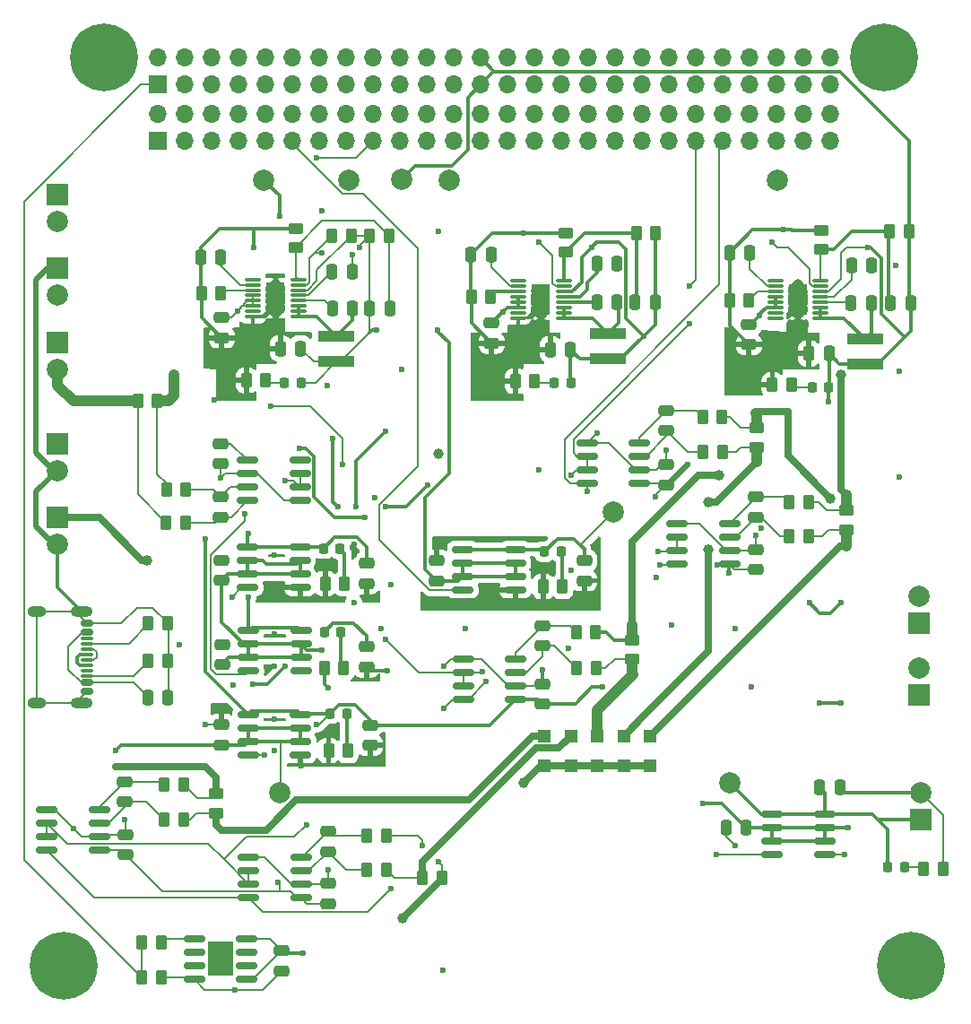
<source format=gbr>
%TF.GenerationSoftware,KiCad,Pcbnew,8.0.3*%
%TF.CreationDate,2024-09-23T14:32:18+01:00*%
%TF.ProjectId,Untitled,556e7469-746c-4656-942e-6b696361645f,rev?*%
%TF.SameCoordinates,Original*%
%TF.FileFunction,Copper,L1,Top*%
%TF.FilePolarity,Positive*%
%FSLAX46Y46*%
G04 Gerber Fmt 4.6, Leading zero omitted, Abs format (unit mm)*
G04 Created by KiCad (PCBNEW 8.0.3) date 2024-09-23 14:32:18*
%MOMM*%
%LPD*%
G01*
G04 APERTURE LIST*
G04 Aperture macros list*
%AMRoundRect*
0 Rectangle with rounded corners*
0 $1 Rounding radius*
0 $2 $3 $4 $5 $6 $7 $8 $9 X,Y pos of 4 corners*
0 Add a 4 corners polygon primitive as box body*
4,1,4,$2,$3,$4,$5,$6,$7,$8,$9,$2,$3,0*
0 Add four circle primitives for the rounded corners*
1,1,$1+$1,$2,$3*
1,1,$1+$1,$4,$5*
1,1,$1+$1,$6,$7*
1,1,$1+$1,$8,$9*
0 Add four rect primitives between the rounded corners*
20,1,$1+$1,$2,$3,$4,$5,0*
20,1,$1+$1,$4,$5,$6,$7,0*
20,1,$1+$1,$6,$7,$8,$9,0*
20,1,$1+$1,$8,$9,$2,$3,0*%
G04 Aperture macros list end*
%TA.AperFunction,SMDPad,CuDef*%
%ADD10RoundRect,0.250000X-0.262500X-0.450000X0.262500X-0.450000X0.262500X0.450000X-0.262500X0.450000X0*%
%TD*%
%TA.AperFunction,SMDPad,CuDef*%
%ADD11RoundRect,0.250000X-0.250000X-0.475000X0.250000X-0.475000X0.250000X0.475000X-0.250000X0.475000X0*%
%TD*%
%TA.AperFunction,SMDPad,CuDef*%
%ADD12RoundRect,0.218750X-0.218750X-0.256250X0.218750X-0.256250X0.218750X0.256250X-0.218750X0.256250X0*%
%TD*%
%TA.AperFunction,SMDPad,CuDef*%
%ADD13RoundRect,0.250000X0.475000X-0.250000X0.475000X0.250000X-0.475000X0.250000X-0.475000X-0.250000X0*%
%TD*%
%TA.AperFunction,SMDPad,CuDef*%
%ADD14RoundRect,0.250000X-0.475000X0.250000X-0.475000X-0.250000X0.475000X-0.250000X0.475000X0.250000X0*%
%TD*%
%TA.AperFunction,SMDPad,CuDef*%
%ADD15RoundRect,0.075000X-0.650000X-0.075000X0.650000X-0.075000X0.650000X0.075000X-0.650000X0.075000X0*%
%TD*%
%TA.AperFunction,HeatsinkPad*%
%ADD16C,0.550000*%
%TD*%
%TA.AperFunction,HeatsinkPad*%
%ADD17R,1.651000X2.845000*%
%TD*%
%TA.AperFunction,SMDPad,CuDef*%
%ADD18RoundRect,0.250000X0.262500X0.450000X-0.262500X0.450000X-0.262500X-0.450000X0.262500X-0.450000X0*%
%TD*%
%TA.AperFunction,ComponentPad*%
%ADD19C,6.400000*%
%TD*%
%TA.AperFunction,SMDPad,CuDef*%
%ADD20RoundRect,0.250000X0.450000X-0.262500X0.450000X0.262500X-0.450000X0.262500X-0.450000X-0.262500X0*%
%TD*%
%TA.AperFunction,ComponentPad*%
%ADD21R,2.000000X2.000000*%
%TD*%
%TA.AperFunction,ComponentPad*%
%ADD22C,2.000000*%
%TD*%
%TA.AperFunction,SMDPad,CuDef*%
%ADD23R,1.200000X1.200000*%
%TD*%
%TA.AperFunction,SMDPad,CuDef*%
%ADD24RoundRect,0.218750X0.218750X0.256250X-0.218750X0.256250X-0.218750X-0.256250X0.218750X-0.256250X0*%
%TD*%
%TA.AperFunction,SMDPad,CuDef*%
%ADD25RoundRect,0.250000X0.250000X0.475000X-0.250000X0.475000X-0.250000X-0.475000X0.250000X-0.475000X0*%
%TD*%
%TA.AperFunction,SMDPad,CuDef*%
%ADD26RoundRect,0.150000X-0.825000X-0.150000X0.825000X-0.150000X0.825000X0.150000X-0.825000X0.150000X0*%
%TD*%
%TA.AperFunction,SMDPad,CuDef*%
%ADD27RoundRect,0.250000X-0.450000X0.262500X-0.450000X-0.262500X0.450000X-0.262500X0.450000X0.262500X0*%
%TD*%
%TA.AperFunction,SMDPad,CuDef*%
%ADD28RoundRect,0.150000X-0.425000X0.150000X-0.425000X-0.150000X0.425000X-0.150000X0.425000X0.150000X0*%
%TD*%
%TA.AperFunction,SMDPad,CuDef*%
%ADD29RoundRect,0.075000X-0.500000X0.075000X-0.500000X-0.075000X0.500000X-0.075000X0.500000X0.075000X0*%
%TD*%
%TA.AperFunction,ComponentPad*%
%ADD30O,2.100000X1.000000*%
%TD*%
%TA.AperFunction,ComponentPad*%
%ADD31O,1.800000X1.000000*%
%TD*%
%TA.AperFunction,HeatsinkPad*%
%ADD32R,2.410000X3.300000*%
%TD*%
%TA.AperFunction,SMDPad,CuDef*%
%ADD33R,3.400000X0.980000*%
%TD*%
%TA.AperFunction,SMDPad,CuDef*%
%ADD34RoundRect,0.150000X0.825000X0.150000X-0.825000X0.150000X-0.825000X-0.150000X0.825000X-0.150000X0*%
%TD*%
%TA.AperFunction,ComponentPad*%
%ADD35R,1.700000X1.700000*%
%TD*%
%TA.AperFunction,ComponentPad*%
%ADD36O,1.700000X1.700000*%
%TD*%
%TA.AperFunction,ViaPad*%
%ADD37C,0.600000*%
%TD*%
%TA.AperFunction,ViaPad*%
%ADD38C,1.000000*%
%TD*%
%TA.AperFunction,Conductor*%
%ADD39C,0.300000*%
%TD*%
%TA.AperFunction,Conductor*%
%ADD40C,0.200000*%
%TD*%
%TA.AperFunction,Conductor*%
%ADD41C,1.000000*%
%TD*%
%TA.AperFunction,Conductor*%
%ADD42C,0.500000*%
%TD*%
%TA.AperFunction,Conductor*%
%ADD43C,0.700000*%
%TD*%
G04 APERTURE END LIST*
D10*
%TO.P,R28,1*%
%TO.N,GND*%
X99718462Y-112693548D03*
%TO.P,R28,2*%
%TO.N,Net-(D6-K)*%
X101543462Y-112693548D03*
%TD*%
D11*
%TO.P,C21,1*%
%TO.N,Net-(U6-FB)*%
X153186396Y-78206622D03*
%TO.P,C21,2*%
%TO.N,/5V_BUS*%
X155086396Y-78206622D03*
%TD*%
D12*
%TO.P,D1,1,K*%
%TO.N,Net-(D1-K)*%
X145779565Y-86215805D03*
%TO.P,D1,2,A*%
%TO.N,/5V_BUS*%
X147354565Y-86215805D03*
%TD*%
D13*
%TO.P,C15,1*%
%TO.N,GND*%
X95670926Y-141298371D03*
%TO.P,C15,2*%
%TO.N,/3V3_BUS*%
X95670926Y-139398371D03*
%TD*%
D14*
%TO.P,C28,1*%
%TO.N,/5V_SW_2*%
X103697807Y-102822181D03*
%TO.P,C28,2*%
%TO.N,GND*%
X103697807Y-104722181D03*
%TD*%
D11*
%TO.P,C9,1*%
%TO.N,Net-(U2-FB)*%
X129050000Y-78130000D03*
%TO.P,C9,2*%
%TO.N,/3V3_BUS*%
X130950000Y-78130000D03*
%TD*%
D15*
%TO.P,U6,1,SYNC*%
%TO.N,unconnected-(U6-SYNC-Pad1)*%
X142284104Y-76147685D03*
%TO.P,U6,2,TR/SS*%
%TO.N,Net-(U6-TR{slash}SS)*%
X142284104Y-76647685D03*
%TO.P,U6,3,RT*%
%TO.N,Net-(U6-RT)*%
X142284104Y-77147685D03*
%TO.P,U6,4,EN/UV*%
%TO.N,V_BATT*%
X142284104Y-77647685D03*
%TO.P,U6,5,VIN*%
X142284104Y-78147685D03*
%TO.P,U6,6,VIN*%
X142284104Y-78647685D03*
%TO.P,U6,7,GND*%
%TO.N,GND*%
X142284104Y-79147685D03*
%TO.P,U6,8,GND*%
X142284104Y-79647685D03*
%TO.P,U6,9,SW*%
%TO.N,Net-(C22-Pad2)*%
X146584104Y-79647685D03*
%TO.P,U6,10,SW*%
X146584104Y-79147685D03*
%TO.P,U6,11,SW*%
X146584104Y-78647685D03*
%TO.P,U6,12,BST*%
%TO.N,Net-(U6-BST)*%
X146584104Y-78147685D03*
%TO.P,U6,13,INTVcc*%
%TO.N,Net-(U6-INTVcc)*%
X146584104Y-77647685D03*
%TO.P,U6,14,BIAS*%
%TO.N,/5V_BUS*%
X146584104Y-77147685D03*
%TO.P,U6,15,PG*%
%TO.N,/5V_BUS_STAT*%
X146584104Y-76647685D03*
%TO.P,U6,16,FB*%
%TO.N,Net-(U6-FB)*%
X146584104Y-76147685D03*
D16*
%TO.P,U6,17,GND*%
%TO.N,GND*%
X143883604Y-76750185D03*
X143883604Y-77897685D03*
X143883604Y-79045185D03*
D17*
X144434104Y-77897685D03*
D16*
X144984604Y-76750185D03*
X144984604Y-77897685D03*
X144984604Y-79045185D03*
%TD*%
D18*
%TO.P,R5,1*%
%TO.N,Net-(U2-RT)*%
X115412500Y-77630000D03*
%TO.P,R5,2*%
%TO.N,GND*%
X113587500Y-77630000D03*
%TD*%
%TO.P,R7,1*%
%TO.N,Net-(U6-RT)*%
X139812263Y-78000000D03*
%TO.P,R7,2*%
%TO.N,GND*%
X137987263Y-78000000D03*
%TD*%
D14*
%TO.P,C30,1*%
%TO.N,/PERIPH_PWR*%
X104025000Y-118100000D03*
%TO.P,C30,2*%
%TO.N,GND*%
X104025000Y-120000000D03*
%TD*%
D11*
%TO.P,C19,1*%
%TO.N,GND*%
X137965699Y-73500000D03*
%TO.P,C19,2*%
%TO.N,Net-(U6-TR{slash}SS)*%
X139865699Y-73500000D03*
%TD*%
D19*
%TO.P,H3,1*%
%TO.N,N/C*%
X75080000Y-140810000D03*
%TD*%
D20*
%TO.P,R55,1*%
%TO.N,Net-(D9-A)*%
X89500000Y-126412500D03*
%TO.P,R55,2*%
%TO.N,/SOLAR_IN_1*%
X89500000Y-124587500D03*
%TD*%
D21*
%TO.P,J16,1,Pin_1*%
%TO.N,/BATT_PRE_INH*%
X74500000Y-91500000D03*
D22*
%TO.P,J16,2,Pin_2*%
%TO.N,GND_REF*%
X74500000Y-94040000D03*
%TD*%
D10*
%TO.P,R29,1*%
%TO.N,GND*%
X99785307Y-104722181D03*
%TO.P,R29,2*%
%TO.N,Net-(D7-K)*%
X101610307Y-104722181D03*
%TD*%
D13*
%TO.P,C20,1*%
%TO.N,GND*%
X139803037Y-82167989D03*
%TO.P,C20,2*%
%TO.N,V_BATT*%
X139803037Y-80267989D03*
%TD*%
D21*
%TO.P,J4,1,Pin_1*%
%TO.N,/BATT_PRE_INH*%
X74491311Y-82000000D03*
D22*
%TO.P,J4,2,Pin_2*%
%TO.N,/BATT_CS*%
X74491311Y-84540000D03*
%TD*%
D20*
%TO.P,R43,1*%
%TO.N,Net-(D10-A)*%
X148979039Y-99656108D03*
%TO.P,R43,2*%
%TO.N,/SOLAR_IN_3*%
X148979039Y-97831108D03*
%TD*%
D22*
%TO.P,TP3,1,1*%
%TO.N,/EDFA_5V*%
X111483354Y-66609914D03*
%TD*%
D11*
%TO.P,C18,1*%
%TO.N,/KAPTON_PWR*%
X146500000Y-124000000D03*
%TO.P,C18,2*%
%TO.N,GND*%
X148400000Y-124000000D03*
%TD*%
D21*
%TO.P,J9,1,Pin_1*%
%TO.N,Net-(J9-Pin_1)*%
X155850000Y-108500000D03*
D22*
%TO.P,J9,2,Pin_2*%
%TO.N,GND*%
X155850000Y-105960000D03*
%TD*%
%TO.P,TP8,1,1*%
%TO.N,/5V_SW_2*%
X102029681Y-66637637D03*
%TD*%
D11*
%TO.P,C4,1*%
%TO.N,GND*%
X88029819Y-73942612D03*
%TO.P,C4,2*%
%TO.N,Net-(U1-TR{slash}SS)*%
X89929819Y-73942612D03*
%TD*%
D23*
%TO.P,D8,1,K*%
%TO.N,/SOLAR_PRE_INH*%
X123000000Y-121900000D03*
%TO.P,D8,2,A*%
%TO.N,Net-(D8-A)*%
X123000000Y-119100000D03*
%TD*%
D10*
%TO.P,R30,1*%
%TO.N,GND*%
X100112500Y-120500000D03*
%TO.P,R30,2*%
%TO.N,Net-(D13-K)*%
X101937500Y-120500000D03*
%TD*%
D14*
%TO.P,C48,1*%
%TO.N,GND*%
X120307948Y-114189442D03*
%TO.P,C48,2*%
%TO.N,/PERIPH_PWR*%
X120307948Y-116089442D03*
%TD*%
D21*
%TO.P,J6,1,Pin_1*%
%TO.N,GND_REF*%
X74500000Y-74957894D03*
D22*
%TO.P,J6,2,Pin_2*%
%TO.N,GND*%
X74500000Y-77497894D03*
%TD*%
D14*
%TO.P,C14,1*%
%TO.N,/EDFA_5V_SWITCHED*%
X124263582Y-102550000D03*
%TO.P,C14,2*%
%TO.N,GND*%
X124263582Y-104450000D03*
%TD*%
D10*
%TO.P,R18,1*%
%TO.N,Net-(J7-CC1)*%
X83087500Y-108496898D03*
%TO.P,R18,2*%
%TO.N,GND_REF*%
X84912500Y-108496898D03*
%TD*%
D18*
%TO.P,R46,1*%
%TO.N,Net-(D12-A)*%
X137311163Y-92322218D03*
%TO.P,R46,2*%
%TO.N,/CS_SOL5_VIN-*%
X135486163Y-92322218D03*
%TD*%
D22*
%TO.P,TP4,1,1*%
%TO.N,/EDFA_5V_SWITCHED*%
X127000000Y-98000000D03*
%TD*%
D18*
%TO.P,R48,1*%
%TO.N,Net-(D10-A)*%
X145434037Y-100246316D03*
%TO.P,R48,2*%
%TO.N,/CS_SOL3_VIN-*%
X143609037Y-100246316D03*
%TD*%
D20*
%TO.P,R45,1*%
%TO.N,Net-(D12-A)*%
X140503873Y-91844379D03*
%TO.P,R45,2*%
%TO.N,/SOLAR_IN_5*%
X140503873Y-90019379D03*
%TD*%
D24*
%TO.P,D5,1,K*%
%TO.N,Net-(D5-K)*%
X154500000Y-131500000D03*
%TO.P,D5,2,A*%
%TO.N,/KAPTON_PWR*%
X152925000Y-131500000D03*
%TD*%
D11*
%TO.P,C23,1*%
%TO.N,Net-(U6-INTVcc)*%
X149473325Y-74677534D03*
%TO.P,C23,2*%
%TO.N,GND*%
X151373325Y-74677534D03*
%TD*%
D14*
%TO.P,C46,1*%
%TO.N,GND*%
X80920322Y-128418431D03*
%TO.P,C46,2*%
%TO.N,/PERIPH_PWR*%
X80920322Y-130318431D03*
%TD*%
D18*
%TO.P,R47,1*%
%TO.N,/SOLAR_IN_3*%
X145435742Y-97061808D03*
%TO.P,R47,2*%
%TO.N,/CS_SOL3_VIN+*%
X143610742Y-97061808D03*
%TD*%
D21*
%TO.P,J10,1,Pin_1*%
%TO.N,/KAPTON_PWR*%
X156000000Y-127040000D03*
D22*
%TO.P,J10,2,Pin_2*%
%TO.N,GND*%
X156000000Y-124500000D03*
%TD*%
%TO.P,TP5,1,1*%
%TO.N,/PERIPH_PWR*%
X142489567Y-66646870D03*
%TD*%
D11*
%TO.P,C11,1*%
%TO.N,Net-(U2-INTVcc)*%
X125444145Y-74486059D03*
%TO.P,C11,2*%
%TO.N,GND*%
X127344145Y-74486059D03*
%TD*%
D13*
%TO.P,C51,1*%
%TO.N,Net-(U21-IN+)*%
X89933489Y-98447240D03*
%TO.P,C51,2*%
%TO.N,Net-(U21-IN-)*%
X89933489Y-96547240D03*
%TD*%
D18*
%TO.P,R51,1*%
%TO.N,/SOLAR_IN_2*%
X105574982Y-128499976D03*
%TO.P,R51,2*%
%TO.N,/CS_SOL2_VIN+*%
X103749982Y-128499976D03*
%TD*%
D11*
%TO.P,C24,1*%
%TO.N,GND*%
X145459447Y-82997460D03*
%TO.P,C24,2*%
%TO.N,/5V_BUS*%
X147359447Y-82997460D03*
%TD*%
D18*
%TO.P,R50,1*%
%TO.N,Net-(D11-A)*%
X125380384Y-112739251D03*
%TO.P,R50,2*%
%TO.N,/CS_SOL4_VIN-*%
X123555384Y-112739251D03*
%TD*%
D25*
%TO.P,C5,1*%
%TO.N,Net-(U1-FB)*%
X105887438Y-78742070D03*
%TO.P,C5,2*%
%TO.N,/EDFA_5V*%
X103987438Y-78742070D03*
%TD*%
D18*
%TO.P,R1,1*%
%TO.N,/EDFA_5V*%
X102260851Y-71862454D03*
%TO.P,R1,2*%
%TO.N,/EDFA_5V_STAT*%
X100435851Y-71862454D03*
%TD*%
D10*
%TO.P,R52,1*%
%TO.N,Net-(D8-A)*%
X109000000Y-132500000D03*
%TO.P,R52,2*%
%TO.N,/SOLAR_IN_2*%
X110825000Y-132500000D03*
%TD*%
D13*
%TO.P,C50,1*%
%TO.N,GND*%
X89945889Y-93400316D03*
%TO.P,C50,2*%
%TO.N,/PERIPH_PWR*%
X89945889Y-91500316D03*
%TD*%
D23*
%TO.P,D9,1,K*%
%TO.N,/SOLAR_PRE_INH*%
X120500000Y-121900000D03*
%TO.P,D9,2,A*%
%TO.N,Net-(D9-A)*%
X120500000Y-119100000D03*
%TD*%
D13*
%TO.P,C40,1*%
%TO.N,/CS_SOL3_VIN-*%
X140481617Y-98450000D03*
%TO.P,C40,2*%
%TO.N,/CS_SOL3_VIN+*%
X140481617Y-96550000D03*
%TD*%
D23*
%TO.P,D10,1,K*%
%TO.N,/SOLAR_PRE_INH*%
X130500000Y-121900000D03*
%TO.P,D10,2,A*%
%TO.N,Net-(D10-A)*%
X130500000Y-119100000D03*
%TD*%
%TO.P,D11,1,K*%
%TO.N,/SOLAR_PRE_INH*%
X125500000Y-121900000D03*
%TO.P,D11,2,A*%
%TO.N,Net-(D11-A)*%
X125500000Y-119100000D03*
%TD*%
D22*
%TO.P,TP1,1,1*%
%TO.N,/5V_BUS*%
X106992166Y-66582190D03*
%TD*%
D21*
%TO.P,J5,1,Pin_1*%
%TO.N,/VBATT_CHARGE*%
X74500000Y-98460000D03*
D22*
%TO.P,J5,2,Pin_2*%
%TO.N,GND_REF*%
X74500000Y-101000000D03*
%TD*%
D18*
%TO.P,R2,1*%
%TO.N,Net-(U1-RT)*%
X89923443Y-77349811D03*
%TO.P,R2,2*%
%TO.N,GND*%
X88098443Y-77349811D03*
%TD*%
D15*
%TO.P,U2,1,SYNC*%
%TO.N,unconnected-(U2-SYNC-Pad1)*%
X118000000Y-76150000D03*
%TO.P,U2,2,TR/SS*%
%TO.N,Net-(U2-TR{slash}SS)*%
X118000000Y-76650000D03*
%TO.P,U2,3,RT*%
%TO.N,Net-(U2-RT)*%
X118000000Y-77150000D03*
%TO.P,U2,4,EN/UV*%
%TO.N,V_BATT*%
X118000000Y-77650000D03*
%TO.P,U2,5,VIN*%
X118000000Y-78150000D03*
%TO.P,U2,6,VIN*%
X118000000Y-78650000D03*
%TO.P,U2,7,GND*%
%TO.N,GND*%
X118000000Y-79150000D03*
%TO.P,U2,8,GND*%
X118000000Y-79650000D03*
%TO.P,U2,9,SW*%
%TO.N,Net-(C10-Pad2)*%
X122300000Y-79650000D03*
%TO.P,U2,10,SW*%
X122300000Y-79150000D03*
%TO.P,U2,11,SW*%
X122300000Y-78650000D03*
%TO.P,U2,12,BST*%
%TO.N,Net-(U2-BST)*%
X122300000Y-78150000D03*
%TO.P,U2,13,INTVcc*%
%TO.N,Net-(U2-INTVcc)*%
X122300000Y-77650000D03*
%TO.P,U2,14,BIAS*%
%TO.N,/3V3_BUS*%
X122300000Y-77150000D03*
%TO.P,U2,15,PG*%
%TO.N,/3V3_BUS_STAT*%
X122300000Y-76650000D03*
%TO.P,U2,16,FB*%
%TO.N,Net-(U2-FB)*%
X122300000Y-76150000D03*
D16*
%TO.P,U2,17,GND*%
%TO.N,GND*%
X119599500Y-76752500D03*
X119599500Y-77900000D03*
X119599500Y-79047500D03*
D17*
X120150000Y-77900000D03*
D16*
X120700500Y-76752500D03*
X120700500Y-77900000D03*
X120700500Y-79047500D03*
%TD*%
D13*
%TO.P,C25,1*%
%TO.N,/5V_BUS*%
X90049398Y-112390551D03*
%TO.P,C25,2*%
%TO.N,GND*%
X90049398Y-110490551D03*
%TD*%
D26*
%TO.P,U17,1,A1*%
%TO.N,GND*%
X73525000Y-126095000D03*
%TO.P,U17,2,A0*%
%TO.N,/SDA*%
X73525000Y-127365000D03*
%TO.P,U17,3,SDA*%
X73525000Y-128635000D03*
%TO.P,U17,4,SCL*%
%TO.N,/SCL*%
X73525000Y-129905000D03*
%TO.P,U17,5,VS*%
%TO.N,/PERIPH_PWR*%
X78475000Y-129905000D03*
%TO.P,U17,6,GND*%
%TO.N,GND*%
X78475000Y-128635000D03*
%TO.P,U17,7,IN-*%
%TO.N,/CS_SOL1_VIN-*%
X78475000Y-127365000D03*
%TO.P,U17,8,IN+*%
%TO.N,/CS_SOL1_VIN+*%
X78475000Y-126095000D03*
%TD*%
D27*
%TO.P,R9,1*%
%TO.N,GND*%
X146630716Y-71344598D03*
%TO.P,R9,2*%
%TO.N,Net-(U6-FB)*%
X146630716Y-73169598D03*
%TD*%
D28*
%TO.P,J7,A1,GND*%
%TO.N,GND_REF*%
X77321508Y-108487513D03*
%TO.P,J7,A4,VBUS*%
%TO.N,/V_USB*%
X77321508Y-109287513D03*
D29*
%TO.P,J7,A5,CC1*%
%TO.N,Net-(J7-CC1)*%
X77321508Y-110437513D03*
%TO.P,J7,A6,D+*%
%TO.N,/D+*%
X77321508Y-111437513D03*
%TO.P,J7,A7,D-*%
%TO.N,/D-*%
X77321508Y-111937513D03*
%TO.P,J7,A8*%
%TO.N,N/C*%
X77321508Y-112937513D03*
D28*
%TO.P,J7,A9,VBUS*%
%TO.N,/V_USB*%
X77321508Y-114087513D03*
%TO.P,J7,A12,GND*%
%TO.N,GND_REF*%
X77321508Y-114887513D03*
%TO.P,J7,B1,GND*%
X77321508Y-114887513D03*
%TO.P,J7,B4,VBUS*%
%TO.N,/V_USB*%
X77321508Y-114087513D03*
D29*
%TO.P,J7,B5,CC2*%
%TO.N,Net-(J7-CC2)*%
X77321508Y-113437513D03*
%TO.P,J7,B6,D+*%
%TO.N,/D+*%
X77321508Y-112437513D03*
%TO.P,J7,B7,D-*%
%TO.N,/D-*%
X77321508Y-110937513D03*
%TO.P,J7,B8*%
%TO.N,N/C*%
X77321508Y-109937513D03*
D28*
%TO.P,J7,B9,VBUS*%
%TO.N,/V_USB*%
X77321508Y-109287513D03*
%TO.P,J7,B12,GND*%
%TO.N,GND_REF*%
X77321508Y-108487513D03*
D30*
%TO.P,J7,S1,SHIELD*%
X76746508Y-107367513D03*
D31*
X72566508Y-107367513D03*
D30*
X76746508Y-116007513D03*
D31*
X72566508Y-116007513D03*
%TD*%
D22*
%TO.P,TP2,1,1*%
%TO.N,/3V3_BUS*%
X95500000Y-124500000D03*
%TD*%
D24*
%TO.P,D4,1,K*%
%TO.N,Net-(D4-K)*%
X122075000Y-101711209D03*
%TO.P,D4,2,A*%
%TO.N,/EDFA_5V_SWITCHED*%
X120500000Y-101711209D03*
%TD*%
D27*
%TO.P,R6,1*%
%TO.N,GND*%
X122500000Y-71630000D03*
%TO.P,R6,2*%
%TO.N,Net-(U2-FB)*%
X122500000Y-73455000D03*
%TD*%
D26*
%TO.P,U4,1,V_OUT*%
%TO.N,Net-(U4-V_OUT)*%
X87425000Y-138270000D03*
%TO.P,U4,2,NC_2*%
%TO.N,unconnected-(U4-NC_2-Pad2)*%
X87425000Y-139540000D03*
%TO.P,U4,3,NC_3*%
%TO.N,unconnected-(U4-NC_3-Pad3)*%
X87425000Y-140810000D03*
%TO.P,U4,4,GND*%
%TO.N,GND*%
X87425000Y-142080000D03*
%TO.P,U4,5,SHUTDOWN*%
%TO.N,/3V3_BUS*%
X92375000Y-142080000D03*
%TO.P,U4,6,NC_4*%
%TO.N,unconnected-(U4-NC_4-Pad6)*%
X92375000Y-140810000D03*
%TO.P,U4,7,NC*%
%TO.N,unconnected-(U4-NC-Pad7)*%
X92375000Y-139540000D03*
%TO.P,U4,8,V_IN*%
%TO.N,/3V3_BUS*%
X92375000Y-138270000D03*
D32*
%TO.P,U4,9*%
%TO.N,N/C*%
X89900000Y-140175000D03*
%TD*%
D26*
%TO.P,U16,1,A1*%
%TO.N,GND*%
X92563109Y-130564194D03*
%TO.P,U16,2,A0*%
%TO.N,/SDA*%
X92563109Y-131834194D03*
%TO.P,U16,3,SDA*%
X92563109Y-133104194D03*
%TO.P,U16,4,SCL*%
%TO.N,/SCL*%
X92563109Y-134374194D03*
%TO.P,U16,5,VS*%
%TO.N,/PERIPH_PWR*%
X97513109Y-134374194D03*
%TO.P,U16,6,GND*%
%TO.N,GND*%
X97513109Y-133104194D03*
%TO.P,U16,7,IN-*%
%TO.N,/CS_SOL2_VIN-*%
X97513109Y-131834194D03*
%TO.P,U16,8,IN+*%
%TO.N,/CS_SOL2_VIN+*%
X97513109Y-130564194D03*
%TD*%
D19*
%TO.P,H4,1*%
%TO.N,N/C*%
X155090000Y-140810000D03*
%TD*%
D10*
%TO.P,R57,1*%
%TO.N,V_BATT*%
X84799477Y-95857924D03*
%TO.P,R57,2*%
%TO.N,Net-(U21-IN-)*%
X86624477Y-95857924D03*
%TD*%
D11*
%TO.P,C12,1*%
%TO.N,GND*%
X121050000Y-82630000D03*
%TO.P,C12,2*%
%TO.N,/3V3_BUS*%
X122950000Y-82630000D03*
%TD*%
D13*
%TO.P,C27,1*%
%TO.N,/5V_BUS*%
X90009295Y-104417327D03*
%TO.P,C27,2*%
%TO.N,GND*%
X90009295Y-102517327D03*
%TD*%
D12*
%TO.P,D3,1,K*%
%TO.N,Net-(D3-K)*%
X121400410Y-85799902D03*
%TO.P,D3,2,A*%
%TO.N,/3V3_BUS*%
X122975410Y-85799902D03*
%TD*%
D10*
%TO.P,R10,1*%
%TO.N,Net-(U6-FB)*%
X153087500Y-71500000D03*
%TO.P,R10,2*%
%TO.N,/5V_BUS*%
X154912500Y-71500000D03*
%TD*%
D26*
%TO.P,U10,1,V_OUT1*%
%TO.N,/5V_SW_1*%
X92541797Y-109187400D03*
%TO.P,U10,2,V_IN1*%
%TO.N,/5V_BUS*%
X92541797Y-110457400D03*
%TO.P,U10,3,V_INS*%
X92541797Y-111727400D03*
%TO.P,U10,4,EN*%
%TO.N,/5V_SW_1_EN*%
X92541797Y-112997400D03*
%TO.P,U10,5,GND*%
%TO.N,GND*%
X97491797Y-112997400D03*
%TO.P,U10,6,V_IN3*%
%TO.N,/5V_BUS*%
X97491797Y-111727400D03*
%TO.P,U10,7,V_IN2*%
X97491797Y-110457400D03*
%TO.P,U10,8,V_OUT2*%
%TO.N,/5V_SW_1*%
X97491797Y-109187400D03*
%TD*%
%TO.P,U11,1,V_OUT1*%
%TO.N,/5V_SW_2*%
X92463879Y-101307181D03*
%TO.P,U11,2,V_IN1*%
%TO.N,/5V_BUS*%
X92463879Y-102577181D03*
%TO.P,U11,3,V_INS*%
X92463879Y-103847181D03*
%TO.P,U11,4,EN*%
%TO.N,/5V_SW_2_EN*%
X92463879Y-105117181D03*
%TO.P,U11,5,GND*%
%TO.N,GND*%
X97413879Y-105117181D03*
%TO.P,U11,6,V_IN3*%
%TO.N,/5V_BUS*%
X97413879Y-103847181D03*
%TO.P,U11,7,V_IN2*%
X97413879Y-102577181D03*
%TO.P,U11,8,V_OUT2*%
%TO.N,/5V_SW_2*%
X97413879Y-101307181D03*
%TD*%
D22*
%TO.P,TP6,1,1*%
%TO.N,/KAPTON_PWR*%
X138000000Y-123500000D03*
%TD*%
D11*
%TO.P,C22,1*%
%TO.N,Net-(U6-BST)*%
X149449763Y-78222969D03*
%TO.P,C22,2*%
%TO.N,Net-(C22-Pad2)*%
X151349763Y-78222969D03*
%TD*%
D10*
%TO.P,R58,1*%
%TO.N,/BATT_CS*%
X82087500Y-87500000D03*
%TO.P,R58,2*%
%TO.N,V_BATT*%
X83912500Y-87500000D03*
%TD*%
D26*
%TO.P,U18,1,A1*%
%TO.N,GND*%
X133025000Y-99095000D03*
%TO.P,U18,2,A0*%
%TO.N,/SDA*%
X133025000Y-100365000D03*
%TO.P,U18,3,SDA*%
X133025000Y-101635000D03*
%TO.P,U18,4,SCL*%
%TO.N,/SCL*%
X133025000Y-102905000D03*
%TO.P,U18,5,VS*%
%TO.N,/PERIPH_PWR*%
X137975000Y-102905000D03*
%TO.P,U18,6,GND*%
%TO.N,GND*%
X137975000Y-101635000D03*
%TO.P,U18,7,IN-*%
%TO.N,/CS_SOL3_VIN-*%
X137975000Y-100365000D03*
%TO.P,U18,8,IN+*%
%TO.N,/CS_SOL3_VIN+*%
X137975000Y-99095000D03*
%TD*%
%TO.P,U9,1,V_OUT1*%
%TO.N,/KAPTON_PWR*%
X142000000Y-126500000D03*
%TO.P,U9,2,V_IN1*%
%TO.N,/5V_BUS*%
X142000000Y-127770000D03*
%TO.P,U9,3,V_INS*%
X142000000Y-129040000D03*
%TO.P,U9,4,EN*%
%TO.N,/KAPTON_ENABLE*%
X142000000Y-130310000D03*
%TO.P,U9,5,GND*%
%TO.N,GND*%
X146950000Y-130310000D03*
%TO.P,U9,6,V_IN3*%
%TO.N,/5V_BUS*%
X146950000Y-129040000D03*
%TO.P,U9,7,V_IN2*%
X146950000Y-127770000D03*
%TO.P,U9,8,V_OUT2*%
%TO.N,/KAPTON_PWR*%
X146950000Y-126500000D03*
%TD*%
D33*
%TO.P,L3,1,1*%
%TO.N,Net-(C22-Pad2)*%
X150774585Y-81640211D03*
%TO.P,L3,2,2*%
%TO.N,/5V_BUS*%
X150774585Y-84010211D03*
%TD*%
D21*
%TO.P,J3,1,Pin_1*%
%TO.N,/SOLAR_PRE_INH*%
X74500000Y-68000000D03*
D22*
%TO.P,J3,2,Pin_2*%
%TO.N,/SOLAR_PRE_MPPT*%
X74500000Y-70540000D03*
%TD*%
D11*
%TO.P,C7,1*%
%TO.N,GND*%
X113550000Y-73630000D03*
%TO.P,C7,2*%
%TO.N,Net-(U2-TR{slash}SS)*%
X115450000Y-73630000D03*
%TD*%
D14*
%TO.P,C47,1*%
%TO.N,GND*%
X140487995Y-101487158D03*
%TO.P,C47,2*%
%TO.N,/PERIPH_PWR*%
X140487995Y-103387158D03*
%TD*%
D33*
%TO.P,L2,1,1*%
%TO.N,Net-(C10-Pad2)*%
X126500000Y-81130000D03*
%TO.P,L2,2,2*%
%TO.N,/3V3_BUS*%
X126500000Y-83500000D03*
%TD*%
D23*
%TO.P,D12,1,K*%
%TO.N,/SOLAR_PRE_INH*%
X128000000Y-121900000D03*
%TO.P,D12,2,A*%
%TO.N,Net-(D12-A)*%
X128000000Y-119100000D03*
%TD*%
D19*
%TO.P,H1,1*%
%TO.N,N/C*%
X78890000Y-55080000D03*
%TD*%
%TO.P,H2,1*%
%TO.N,N/C*%
X152550000Y-55080000D03*
%TD*%
D20*
%TO.P,R49,1*%
%TO.N,Net-(D11-A)*%
X128800740Y-111865718D03*
%TO.P,R49,2*%
%TO.N,/SOLAR_IN_4*%
X128800740Y-110040718D03*
%TD*%
D10*
%TO.P,R17,1*%
%TO.N,Net-(J7-CC2)*%
X83087500Y-111989798D03*
%TO.P,R17,2*%
%TO.N,GND_REF*%
X84912500Y-111989798D03*
%TD*%
D11*
%TO.P,C2,1*%
%TO.N,Net-(U1-BST)*%
X100462845Y-78736780D03*
%TO.P,C2,2*%
%TO.N,Net-(C2-Pad2)*%
X102362845Y-78736780D03*
%TD*%
D13*
%TO.P,C13,1*%
%TO.N,/EDFA_5V*%
X110287500Y-104450000D03*
%TO.P,C13,2*%
%TO.N,GND*%
X110287500Y-102550000D03*
%TD*%
D18*
%TO.P,R54,1*%
%TO.N,/SOLAR_IN_1*%
X86407285Y-123734857D03*
%TO.P,R54,2*%
%TO.N,/CS_SOL1_VIN+*%
X84582285Y-123734857D03*
%TD*%
D10*
%TO.P,R16,1*%
%TO.N,/PDU_TEMP*%
X82491084Y-141942362D03*
%TO.P,R16,2*%
%TO.N,GND*%
X84316084Y-141942362D03*
%TD*%
D12*
%TO.P,D2,1,K*%
%TO.N,Net-(D2-K)*%
X95923651Y-85736961D03*
%TO.P,D2,2,A*%
%TO.N,/EDFA_5V*%
X97498651Y-85736961D03*
%TD*%
D10*
%TO.P,R8,1*%
%TO.N,Net-(U2-FB)*%
X129175000Y-71630000D03*
%TO.P,R8,2*%
%TO.N,/3V3_BUS*%
X131000000Y-71630000D03*
%TD*%
D13*
%TO.P,C29,1*%
%TO.N,/3V3_BUS*%
X90025000Y-119950000D03*
%TO.P,C29,2*%
%TO.N,GND*%
X90025000Y-118050000D03*
%TD*%
D11*
%TO.P,C6,1*%
%TO.N,Net-(U1-INTVcc)*%
X100417021Y-75293669D03*
%TO.P,C6,2*%
%TO.N,GND*%
X102317021Y-75293669D03*
%TD*%
D13*
%TO.P,C8,1*%
%TO.N,GND*%
X115500000Y-82030000D03*
%TO.P,C8,2*%
%TO.N,V_BATT*%
X115500000Y-80130000D03*
%TD*%
D10*
%TO.P,R13,1*%
%TO.N,GND*%
X117759069Y-85622791D03*
%TO.P,R13,2*%
%TO.N,Net-(D3-K)*%
X119584069Y-85622791D03*
%TD*%
D18*
%TO.P,R3,1*%
%TO.N,Net-(U1-FB)*%
X105786534Y-71854042D03*
%TO.P,R3,2*%
%TO.N,/EDFA_5V*%
X103961534Y-71854042D03*
%TD*%
D13*
%TO.P,C42,1*%
%TO.N,/CS_SOL5_VIN-*%
X132003873Y-90294379D03*
%TO.P,C42,2*%
%TO.N,/CS_SOL5_VIN+*%
X132003873Y-88394379D03*
%TD*%
D26*
%TO.P,U3,1,V_OUT1*%
%TO.N,/EDFA_5V_SWITCHED*%
X112787500Y-101500000D03*
%TO.P,U3,2,V_IN1*%
%TO.N,/EDFA_5V*%
X112787500Y-102770000D03*
%TO.P,U3,3,V_INS*%
X112787500Y-104040000D03*
%TO.P,U3,4,EN*%
%TO.N,/EDFA_ENABLE*%
X112787500Y-105310000D03*
%TO.P,U3,5,GND*%
%TO.N,GND*%
X117737500Y-105310000D03*
%TO.P,U3,6,V_IN3*%
%TO.N,/EDFA_5V*%
X117737500Y-104040000D03*
%TO.P,U3,7,V_IN2*%
X117737500Y-102770000D03*
%TO.P,U3,8,V_OUT2*%
%TO.N,/EDFA_5V_SWITCHED*%
X117737500Y-101500000D03*
%TD*%
D15*
%TO.P,U1,1,SYNC*%
%TO.N,unconnected-(U1-SYNC-Pad1)*%
X92955000Y-76020000D03*
%TO.P,U1,2,TR/SS*%
%TO.N,Net-(U1-TR{slash}SS)*%
X92955000Y-76520000D03*
%TO.P,U1,3,RT*%
%TO.N,Net-(U1-RT)*%
X92955000Y-77020000D03*
%TO.P,U1,4,EN/UV*%
%TO.N,V_BATT*%
X92955000Y-77520000D03*
%TO.P,U1,5,VIN*%
X92955000Y-78020000D03*
%TO.P,U1,6,VIN*%
X92955000Y-78520000D03*
%TO.P,U1,7,GND*%
%TO.N,GND*%
X92955000Y-79020000D03*
%TO.P,U1,8,GND*%
X92955000Y-79520000D03*
%TO.P,U1,9,SW*%
%TO.N,Net-(C2-Pad2)*%
X97255000Y-79520000D03*
%TO.P,U1,10,SW*%
X97255000Y-79020000D03*
%TO.P,U1,11,SW*%
X97255000Y-78520000D03*
%TO.P,U1,12,BST*%
%TO.N,Net-(U1-BST)*%
X97255000Y-78020000D03*
%TO.P,U1,13,INTVcc*%
%TO.N,Net-(U1-INTVcc)*%
X97255000Y-77520000D03*
%TO.P,U1,14,BIAS*%
%TO.N,/EDFA_5V*%
X97255000Y-77020000D03*
%TO.P,U1,15,PG*%
%TO.N,/EDFA_5V_STAT*%
X97255000Y-76520000D03*
%TO.P,U1,16,FB*%
%TO.N,Net-(U1-FB)*%
X97255000Y-76020000D03*
D16*
%TO.P,U1,17,GND*%
%TO.N,GND*%
X94554500Y-76622500D03*
X94554500Y-77770000D03*
X94554500Y-78917500D03*
D17*
X95105000Y-77770000D03*
D16*
X95655500Y-76622500D03*
X95655500Y-77770000D03*
X95655500Y-78917500D03*
%TD*%
D26*
%TO.P,U20,1,A1*%
%TO.N,GND*%
X124528873Y-91439379D03*
%TO.P,U20,2,A0*%
%TO.N,/SDA*%
X124528873Y-92709379D03*
%TO.P,U20,3,SDA*%
X124528873Y-93979379D03*
%TO.P,U20,4,SCL*%
%TO.N,/SCL*%
X124528873Y-95249379D03*
%TO.P,U20,5,VS*%
%TO.N,/PERIPH_PWR*%
X129478873Y-95249379D03*
%TO.P,U20,6,GND*%
%TO.N,GND*%
X129478873Y-93979379D03*
%TO.P,U20,7,IN-*%
%TO.N,/CS_SOL5_VIN-*%
X129478873Y-92709379D03*
%TO.P,U20,8,IN+*%
%TO.N,/CS_SOL5_VIN+*%
X129478873Y-91439379D03*
%TD*%
D34*
%TO.P,U21,1,A1*%
%TO.N,GND*%
X97406237Y-96905000D03*
%TO.P,U21,2,A0*%
%TO.N,/SDA*%
X97406237Y-95635000D03*
%TO.P,U21,3,SDA*%
X97406237Y-94365000D03*
%TO.P,U21,4,SCL*%
%TO.N,/SCL*%
X97406237Y-93095000D03*
%TO.P,U21,5,VS*%
%TO.N,/PERIPH_PWR*%
X92456237Y-93095000D03*
%TO.P,U21,6,GND*%
%TO.N,GND*%
X92456237Y-94365000D03*
%TO.P,U21,7,IN-*%
%TO.N,Net-(U21-IN-)*%
X92456237Y-95635000D03*
%TO.P,U21,8,IN+*%
%TO.N,Net-(U21-IN+)*%
X92456237Y-96905000D03*
%TD*%
D18*
%TO.P,R53,1*%
%TO.N,Net-(D8-A)*%
X105574983Y-131717748D03*
%TO.P,R53,2*%
%TO.N,/CS_SOL2_VIN-*%
X103749983Y-131717748D03*
%TD*%
D13*
%TO.P,C43,1*%
%TO.N,/CS_SOL2_VIN-*%
X100029276Y-130018926D03*
%TO.P,C43,2*%
%TO.N,/CS_SOL2_VIN+*%
X100029276Y-128118926D03*
%TD*%
D25*
%TO.P,C16,1*%
%TO.N,GND_REF*%
X84950000Y-115500000D03*
%TO.P,C16,2*%
%TO.N,/V_USB*%
X83050000Y-115500000D03*
%TD*%
D24*
%TO.P,D7,1,K*%
%TO.N,Net-(D7-K)*%
X101203724Y-101421548D03*
%TO.P,D7,2,A*%
%TO.N,/5V_SW_2*%
X99628724Y-101421548D03*
%TD*%
D26*
%TO.P,U14,1,V_OUT1*%
%TO.N,/PERIPH_PWR*%
X92525000Y-117095000D03*
%TO.P,U14,2,V_IN1*%
%TO.N,/3V3_BUS*%
X92525000Y-118365000D03*
%TO.P,U14,3,V_INS*%
X92525000Y-119635000D03*
%TO.P,U14,4,EN*%
%TO.N,/PERIPH_EN*%
X92525000Y-120905000D03*
%TO.P,U14,5,GND*%
%TO.N,GND*%
X97475000Y-120905000D03*
%TO.P,U14,6,V_IN3*%
%TO.N,/3V3_BUS*%
X97475000Y-119635000D03*
%TO.P,U14,7,V_IN2*%
X97475000Y-118365000D03*
%TO.P,U14,8,V_OUT2*%
%TO.N,/PERIPH_PWR*%
X97475000Y-117095000D03*
%TD*%
D35*
%TO.P,J2,1,Pin_1*%
%TO.N,/PDU_TEMP*%
X83970000Y-57620000D03*
D36*
%TO.P,J2,2,Pin_2*%
%TO.N,unconnected-(J2-Pin_2-Pad2)*%
X83970000Y-55080000D03*
%TO.P,J2,3,Pin_3*%
%TO.N,/SOLAR_TMP_1*%
X86510000Y-57620000D03*
%TO.P,J2,4,Pin_4*%
%TO.N,unconnected-(J2-Pin_4-Pad4)*%
X86510000Y-55080000D03*
%TO.P,J2,5,Pin_5*%
%TO.N,/SOLAR_TMP_2*%
X89050000Y-57620000D03*
%TO.P,J2,6,Pin_6*%
%TO.N,unconnected-(J2-Pin_6-Pad6)*%
X89050000Y-55080000D03*
%TO.P,J2,7,Pin_7*%
%TO.N,/SOLAR_TMP_5*%
X91590000Y-57620000D03*
%TO.P,J2,8,Pin_8*%
%TO.N,unconnected-(J2-Pin_8-Pad8)*%
X91590000Y-55080000D03*
%TO.P,J2,9,Pin_9*%
%TO.N,/SOLAR_TMP_4*%
X94130000Y-57620000D03*
%TO.P,J2,10,Pin_10*%
%TO.N,unconnected-(J2-Pin_10-Pad10)*%
X94130000Y-55080000D03*
%TO.P,J2,11,Pin_11*%
%TO.N,/SOLAR_TMP_3*%
X96670000Y-57620000D03*
%TO.P,J2,12,Pin_12*%
%TO.N,unconnected-(J2-Pin_12-Pad12)*%
X96670000Y-55080000D03*
%TO.P,J2,13,Pin_13*%
%TO.N,unconnected-(J2-Pin_13-Pad13)*%
X99210000Y-57620000D03*
%TO.P,J2,14,Pin_14*%
%TO.N,unconnected-(J2-Pin_14-Pad14)*%
X99210000Y-55080000D03*
%TO.P,J2,15,Pin_15*%
%TO.N,unconnected-(J2-Pin_15-Pad15)*%
X101750000Y-57620000D03*
%TO.P,J2,16,Pin_16*%
%TO.N,unconnected-(J2-Pin_16-Pad16)*%
X101750000Y-55080000D03*
%TO.P,J2,17,Pin_17*%
%TO.N,unconnected-(J2-Pin_17-Pad17)*%
X104290000Y-57620000D03*
%TO.P,J2,18,Pin_18*%
%TO.N,unconnected-(J2-Pin_18-Pad18)*%
X104290000Y-55080000D03*
%TO.P,J2,19,Pin_19*%
%TO.N,/EDFA_5V_STAT*%
X106830000Y-57620000D03*
%TO.P,J2,20,Pin_20*%
%TO.N,unconnected-(J2-Pin_20-Pad20)*%
X106830000Y-55080000D03*
%TO.P,J2,21,Pin_21*%
%TO.N,/EDFA_5V_SW*%
X109370000Y-57620000D03*
%TO.P,J2,22,Pin_22*%
X109370000Y-55080000D03*
%TO.P,J2,23,Pin_23*%
%TO.N,/5V_BUS_STAT*%
X111910000Y-57620000D03*
%TO.P,J2,24,Pin_24*%
%TO.N,/3V3_BUS_STAT*%
X111910000Y-55080000D03*
%TO.P,J2,25,Pin_25*%
%TO.N,/5V_BUS*%
X114450000Y-57620000D03*
%TO.P,J2,26,Pin_26*%
X114450000Y-55080000D03*
%TO.P,J2,27,Pin_27*%
%TO.N,/3V3_BUS*%
X116990000Y-57620000D03*
%TO.P,J2,28,Pin_28*%
X116990000Y-55080000D03*
%TO.P,J2,29,Pin_29*%
%TO.N,GND*%
X119530000Y-57620000D03*
%TO.P,J2,30,Pin_30*%
X119530000Y-55080000D03*
%TO.P,J2,31,Pin_31*%
X122070000Y-57620000D03*
%TO.P,J2,32,Pin_32*%
X122070000Y-55080000D03*
%TO.P,J2,33,Pin_33*%
%TO.N,unconnected-(J2-Pin_33-Pad33)*%
X124610000Y-57620000D03*
%TO.P,J2,34,Pin_34*%
%TO.N,unconnected-(J2-Pin_34-Pad34)*%
X124610000Y-55080000D03*
%TO.P,J2,35,Pin_35*%
%TO.N,unconnected-(J2-Pin_35-Pad35)*%
X127150000Y-57620000D03*
%TO.P,J2,36,Pin_36*%
%TO.N,unconnected-(J2-Pin_36-Pad36)*%
X127150000Y-55080000D03*
%TO.P,J2,37,Pin_37*%
%TO.N,unconnected-(J2-Pin_37-Pad37)*%
X129690000Y-57620000D03*
%TO.P,J2,38,Pin_38*%
%TO.N,unconnected-(J2-Pin_38-Pad38)*%
X129690000Y-55080000D03*
%TO.P,J2,39,Pin_39*%
%TO.N,unconnected-(J2-Pin_39-Pad39)*%
X132230000Y-57620000D03*
%TO.P,J2,40,Pin_40*%
%TO.N,unconnected-(J2-Pin_40-Pad40)*%
X132230000Y-55080000D03*
%TO.P,J2,41,Pin_41*%
%TO.N,unconnected-(J2-Pin_41-Pad41)*%
X134770000Y-57620000D03*
%TO.P,J2,42,Pin_42*%
%TO.N,unconnected-(J2-Pin_42-Pad42)*%
X134770000Y-55080000D03*
%TO.P,J2,43,Pin_43*%
%TO.N,unconnected-(J2-Pin_43-Pad43)*%
X137310000Y-57620000D03*
%TO.P,J2,44,Pin_44*%
%TO.N,unconnected-(J2-Pin_44-Pad44)*%
X137310000Y-55080000D03*
%TO.P,J2,45,Pin_45*%
%TO.N,unconnected-(J2-Pin_45-Pad45)*%
X139850000Y-57620000D03*
%TO.P,J2,46,Pin_46*%
%TO.N,V_BATT*%
X139850000Y-55080000D03*
%TO.P,J2,47,Pin_47*%
%TO.N,unconnected-(J2-Pin_47-Pad47)*%
X142390000Y-57620000D03*
%TO.P,J2,48,Pin_48*%
%TO.N,V_BATT*%
X142390000Y-55080000D03*
%TO.P,J2,49,Pin_49*%
%TO.N,unconnected-(J2-Pin_49-Pad49)*%
X144930000Y-57620000D03*
%TO.P,J2,50,Pin_50*%
%TO.N,unconnected-(J2-Pin_50-Pad50)*%
X144930000Y-55080000D03*
%TO.P,J2,51,Pin_51*%
%TO.N,unconnected-(J2-Pin_51-Pad51)*%
X147470000Y-57620000D03*
%TO.P,J2,52,Pin_52*%
%TO.N,unconnected-(J2-Pin_52-Pad52)*%
X147470000Y-55080000D03*
%TD*%
D35*
%TO.P,J1,1,Pin_1*%
%TO.N,unconnected-(J1-Pin_1-Pad1)*%
X83970000Y-62900000D03*
D36*
%TO.P,J1,2,Pin_2*%
%TO.N,unconnected-(J1-Pin_2-Pad2)*%
X83970000Y-60360000D03*
%TO.P,J1,3,Pin_3*%
%TO.N,unconnected-(J1-Pin_3-Pad3)*%
X86510000Y-62900000D03*
%TO.P,J1,4,Pin_4*%
%TO.N,unconnected-(J1-Pin_4-Pad4)*%
X86510000Y-60360000D03*
%TO.P,J1,5,Pin_5*%
%TO.N,unconnected-(J1-Pin_5-Pad5)*%
X89050000Y-62900000D03*
%TO.P,J1,6,Pin_6*%
%TO.N,unconnected-(J1-Pin_6-Pad6)*%
X89050000Y-60360000D03*
%TO.P,J1,7,Pin_7*%
%TO.N,unconnected-(J1-Pin_7-Pad7)*%
X91590000Y-62900000D03*
%TO.P,J1,8,Pin_8*%
%TO.N,unconnected-(J1-Pin_8-Pad8)*%
X91590000Y-60360000D03*
%TO.P,J1,9,Pin_9*%
%TO.N,unconnected-(J1-Pin_9-Pad9)*%
X94130000Y-62900000D03*
%TO.P,J1,10,Pin_10*%
%TO.N,unconnected-(J1-Pin_10-Pad10)*%
X94130000Y-60360000D03*
%TO.P,J1,11,Pin_11*%
%TO.N,/EDFA_ENABLE*%
X96670000Y-62900000D03*
%TO.P,J1,12,Pin_12*%
%TO.N,unconnected-(J1-Pin_12-Pad12)*%
X96670000Y-60360000D03*
%TO.P,J1,13,Pin_13*%
%TO.N,/KAPTON_ENABLE*%
X99210000Y-62900000D03*
%TO.P,J1,14,Pin_14*%
%TO.N,unconnected-(J1-Pin_14-Pad14)*%
X99210000Y-60360000D03*
%TO.P,J1,15,Pin_15*%
%TO.N,/5V_SW_1_EN*%
X101750000Y-62900000D03*
%TO.P,J1,16,Pin_16*%
%TO.N,unconnected-(J1-Pin_16-Pad16)*%
X101750000Y-60360000D03*
%TO.P,J1,17,Pin_17*%
%TO.N,/5V_SW_2_EN*%
X104290000Y-62900000D03*
%TO.P,J1,18,Pin_18*%
%TO.N,unconnected-(J1-Pin_18-Pad18)*%
X104290000Y-60360000D03*
%TO.P,J1,19,Pin_19*%
%TO.N,unconnected-(J1-Pin_19-Pad19)*%
X106830000Y-62900000D03*
%TO.P,J1,20,Pin_20*%
%TO.N,unconnected-(J1-Pin_20-Pad20)*%
X106830000Y-60360000D03*
%TO.P,J1,21,Pin_21*%
%TO.N,/5V_SW_1*%
X109370000Y-62900000D03*
%TO.P,J1,22,Pin_22*%
%TO.N,/ICL*%
X109370000Y-60360000D03*
%TO.P,J1,23,Pin_23*%
%TO.N,/5V_SW_2*%
X111910000Y-62900000D03*
%TO.P,J1,24,Pin_24*%
%TO.N,/SHDN*%
X111910000Y-60360000D03*
%TO.P,J1,25,Pin_25*%
%TO.N,unconnected-(J1-Pin_25-Pad25)*%
X114450000Y-62900000D03*
%TO.P,J1,26,Pin_26*%
%TO.N,unconnected-(J1-Pin_26-Pad26)*%
X114450000Y-60360000D03*
%TO.P,J1,27,Pin_27*%
%TO.N,/PERIPH_EN*%
X116990000Y-62900000D03*
%TO.P,J1,28,Pin_28*%
%TO.N,/ENAB_BURN_1*%
X116990000Y-60360000D03*
%TO.P,J1,29,Pin_29*%
%TO.N,/BURN_FET*%
X119530000Y-62900000D03*
%TO.P,J1,30,Pin_30*%
%TO.N,/ENAB_BURN_2*%
X119530000Y-60360000D03*
%TO.P,J1,31,Pin_31*%
%TO.N,unconnected-(J1-Pin_31-Pad31)*%
X122070000Y-62900000D03*
%TO.P,J1,32,Pin_32*%
%TO.N,unconnected-(J1-Pin_32-Pad32)*%
X122070000Y-60360000D03*
%TO.P,J1,33,Pin_33*%
%TO.N,unconnected-(J1-Pin_33-Pad33)*%
X124610000Y-62900000D03*
%TO.P,J1,34,Pin_34*%
%TO.N,unconnected-(J1-Pin_34-Pad34)*%
X124610000Y-60360000D03*
%TO.P,J1,35,Pin_35*%
%TO.N,unconnected-(J1-Pin_35-Pad35)*%
X127150000Y-62900000D03*
%TO.P,J1,36,Pin_36*%
%TO.N,unconnected-(J1-Pin_36-Pad36)*%
X127150000Y-60360000D03*
%TO.P,J1,37,Pin_37*%
%TO.N,unconnected-(J1-Pin_37-Pad37)*%
X129690000Y-62900000D03*
%TO.P,J1,38,Pin_38*%
%TO.N,unconnected-(J1-Pin_38-Pad38)*%
X129690000Y-60360000D03*
%TO.P,J1,39,Pin_39*%
%TO.N,unconnected-(J1-Pin_39-Pad39)*%
X132230000Y-62900000D03*
%TO.P,J1,40,Pin_40*%
%TO.N,unconnected-(J1-Pin_40-Pad40)*%
X132230000Y-60360000D03*
%TO.P,J1,41,Pin_41*%
%TO.N,/SDA*%
X134770000Y-62900000D03*
%TO.P,J1,42,Pin_42*%
%TO.N,unconnected-(J1-Pin_42-Pad42)*%
X134770000Y-60360000D03*
%TO.P,J1,43,Pin_43*%
%TO.N,/SCL*%
X137310000Y-62900000D03*
%TO.P,J1,44,Pin_44*%
%TO.N,unconnected-(J1-Pin_44-Pad44)*%
X137310000Y-60360000D03*
%TO.P,J1,45,Pin_45*%
%TO.N,unconnected-(J1-Pin_45-Pad45)*%
X139850000Y-62900000D03*
%TO.P,J1,46,Pin_46*%
%TO.N,unconnected-(J1-Pin_46-Pad46)*%
X139850000Y-60360000D03*
%TO.P,J1,47,Pin_47*%
%TO.N,/PERIPH_PWR*%
X142390000Y-62900000D03*
%TO.P,J1,48,Pin_48*%
%TO.N,unconnected-(J1-Pin_48-Pad48)*%
X142390000Y-60360000D03*
%TO.P,J1,49,Pin_49*%
%TO.N,unconnected-(J1-Pin_49-Pad49)*%
X144930000Y-62900000D03*
%TO.P,J1,50,Pin_50*%
%TO.N,unconnected-(J1-Pin_50-Pad50)*%
X144930000Y-60360000D03*
%TO.P,J1,51,Pin_51*%
%TO.N,unconnected-(J1-Pin_51-Pad51)*%
X147470000Y-62900000D03*
%TO.P,J1,52,Pin_52*%
%TO.N,unconnected-(J1-Pin_52-Pad52)*%
X147470000Y-60360000D03*
%TD*%
D13*
%TO.P,C41,1*%
%TO.N,/CS_SOL4_VIN-*%
X120283465Y-110604025D03*
%TO.P,C41,2*%
%TO.N,/CS_SOL4_VIN+*%
X120283465Y-108704025D03*
%TD*%
D10*
%TO.P,R11,1*%
%TO.N,GND*%
X142018744Y-85978020D03*
%TO.P,R11,2*%
%TO.N,Net-(D1-K)*%
X143843744Y-85978020D03*
%TD*%
D11*
%TO.P,C3,1*%
%TO.N,GND*%
X95550801Y-82521602D03*
%TO.P,C3,2*%
%TO.N,/EDFA_5V*%
X97450801Y-82521602D03*
%TD*%
D10*
%TO.P,R59,1*%
%TO.N,/BATT_CS*%
X84764963Y-98987523D03*
%TO.P,R59,2*%
%TO.N,Net-(U21-IN+)*%
X86589963Y-98987523D03*
%TD*%
D18*
%TO.P,R27,1*%
%TO.N,GND*%
X158109332Y-131692221D03*
%TO.P,R27,2*%
%TO.N,Net-(D5-K)*%
X156284332Y-131692221D03*
%TD*%
D13*
%TO.P,C1,1*%
%TO.N,GND*%
X90020000Y-81510000D03*
%TO.P,C1,2*%
%TO.N,V_BATT*%
X90020000Y-79610000D03*
%TD*%
D18*
%TO.P,R42,1*%
%TO.N,/SOLAR_IN_5*%
X137274114Y-89004874D03*
%TO.P,R42,2*%
%TO.N,/CS_SOL5_VIN+*%
X135449114Y-89004874D03*
%TD*%
D22*
%TO.P,TP7,1,1*%
%TO.N,/5V_SW_1*%
X93989901Y-66609914D03*
%TD*%
D26*
%TO.P,U19,1,A1*%
%TO.N,GND*%
X112815854Y-111844025D03*
%TO.P,U19,2,A0*%
%TO.N,/SDA*%
X112815854Y-113114025D03*
%TO.P,U19,3,SDA*%
X112815854Y-114384025D03*
%TO.P,U19,4,SCL*%
%TO.N,/SCL*%
X112815854Y-115654025D03*
%TO.P,U19,5,VS*%
%TO.N,/PERIPH_PWR*%
X117765854Y-115654025D03*
%TO.P,U19,6,GND*%
%TO.N,GND*%
X117765854Y-114384025D03*
%TO.P,U19,7,IN-*%
%TO.N,/CS_SOL4_VIN-*%
X117765854Y-113114025D03*
%TO.P,U19,8,IN+*%
%TO.N,/CS_SOL4_VIN+*%
X117765854Y-111844025D03*
%TD*%
D24*
%TO.P,D6,1,K*%
%TO.N,Net-(D6-K)*%
X101283958Y-109280812D03*
%TO.P,D6,2,A*%
%TO.N,/5V_SW_1*%
X99708958Y-109280812D03*
%TD*%
D33*
%TO.P,L1,1,1*%
%TO.N,Net-(C2-Pad2)*%
X100845013Y-81375000D03*
%TO.P,L1,2,2*%
%TO.N,/EDFA_5V*%
X100845013Y-83745000D03*
%TD*%
D18*
%TO.P,R15,1*%
%TO.N,Net-(U4-V_OUT)*%
X84321347Y-138619609D03*
%TO.P,R15,2*%
%TO.N,/PDU_TEMP*%
X82496347Y-138619609D03*
%TD*%
D27*
%TO.P,R4,1*%
%TO.N,GND*%
X96995857Y-71178417D03*
%TO.P,R4,2*%
%TO.N,Net-(U1-FB)*%
X96995857Y-73003417D03*
%TD*%
D11*
%TO.P,C10,1*%
%TO.N,Net-(U2-BST)*%
X125447442Y-78124993D03*
%TO.P,C10,2*%
%TO.N,Net-(C10-Pad2)*%
X127347442Y-78124993D03*
%TD*%
D14*
%TO.P,C49,1*%
%TO.N,GND*%
X132000000Y-93500000D03*
%TO.P,C49,2*%
%TO.N,/PERIPH_PWR*%
X132000000Y-95400000D03*
%TD*%
D21*
%TO.P,J8,1,Pin_1*%
%TO.N,Net-(J8-Pin_1)*%
X155850000Y-115275000D03*
D22*
%TO.P,J8,2,Pin_2*%
%TO.N,GND*%
X155850000Y-112735000D03*
%TD*%
D18*
%TO.P,R56,1*%
%TO.N,Net-(D9-A)*%
X86412500Y-127000000D03*
%TO.P,R56,2*%
%TO.N,/CS_SOL1_VIN-*%
X84587500Y-127000000D03*
%TD*%
D10*
%TO.P,R12,1*%
%TO.N,GND*%
X92342892Y-85556661D03*
%TO.P,R12,2*%
%TO.N,Net-(D2-K)*%
X94167892Y-85556661D03*
%TD*%
D14*
%TO.P,C26,1*%
%TO.N,/5V_SW_1*%
X103681249Y-110690957D03*
%TO.P,C26,2*%
%TO.N,GND*%
X103681249Y-112590957D03*
%TD*%
D13*
%TO.P,C44,1*%
%TO.N,/CS_SOL1_VIN-*%
X80851126Y-125328812D03*
%TO.P,C44,2*%
%TO.N,/CS_SOL1_VIN+*%
X80851126Y-123428812D03*
%TD*%
D18*
%TO.P,R44,1*%
%TO.N,/SOLAR_IN_4*%
X125342696Y-109318575D03*
%TO.P,R44,2*%
%TO.N,/CS_SOL4_VIN+*%
X123517696Y-109318575D03*
%TD*%
D25*
%TO.P,C17,1*%
%TO.N,/5V_BUS*%
X139543404Y-127774303D03*
%TO.P,C17,2*%
%TO.N,GND*%
X137643404Y-127774303D03*
%TD*%
D14*
%TO.P,C45,1*%
%TO.N,GND*%
X100058855Y-133034893D03*
%TO.P,C45,2*%
%TO.N,/PERIPH_PWR*%
X100058855Y-134934893D03*
%TD*%
D24*
%TO.P,D13,1,K*%
%TO.N,Net-(D13-K)*%
X101812500Y-117000000D03*
%TO.P,D13,2,A*%
%TO.N,/PERIPH_PWR*%
X100237500Y-117000000D03*
%TD*%
D10*
%TO.P,R14,1*%
%TO.N,GND*%
X120375000Y-105017258D03*
%TO.P,R14,2*%
%TO.N,Net-(D4-K)*%
X122200000Y-105017258D03*
%TD*%
D37*
%TO.N,V_BATT*%
X107000000Y-84500000D03*
X105025000Y-109000000D03*
X86000000Y-110500000D03*
X100000000Y-86000000D03*
X91520000Y-78980000D03*
X116565000Y-79065000D03*
D38*
X110500000Y-92500000D03*
D37*
X132536658Y-108657217D03*
D38*
X85500000Y-85000000D03*
D37*
X140824540Y-79402637D03*
%TO.N,GND*%
X95000000Y-109500000D03*
X102320194Y-73683383D03*
X95000000Y-102000000D03*
X76040119Y-127874999D03*
X143120175Y-71315397D03*
X120000000Y-94000000D03*
X100061213Y-114530000D03*
X115227666Y-105313760D03*
X89936178Y-94787157D03*
X91064779Y-114303287D03*
X148810000Y-130310000D03*
X117998397Y-82156038D03*
X88500000Y-118000000D03*
X125500000Y-90500000D03*
X100078804Y-131734665D03*
X95000000Y-120500000D03*
X92756439Y-82025185D03*
X91302872Y-143078051D03*
X131036658Y-104157217D03*
X95000000Y-106000000D03*
X131994951Y-92092950D03*
X138500000Y-129500000D03*
X140000000Y-114500000D03*
X90833142Y-84076702D03*
X97521660Y-121959517D03*
X110907677Y-141227782D03*
X105688661Y-112996623D03*
X89336233Y-87403933D03*
X95000000Y-112500000D03*
X120294947Y-112865058D03*
X115633772Y-84941041D03*
X93020000Y-72980000D03*
X111000000Y-112500000D03*
X153970248Y-94678507D03*
X118500000Y-71630000D03*
X80857482Y-127039146D03*
X140464676Y-100172526D03*
X95000000Y-117500000D03*
X102500000Y-102000000D03*
X153691268Y-74690650D03*
X102500000Y-101000000D03*
X154016776Y-84648971D03*
%TO.N,/EDFA_5V*%
X104651446Y-80810077D03*
X110428058Y-80810077D03*
X103000000Y-73000000D03*
%TO.N,/EDFA_5V_STAT*%
X99500000Y-73500000D03*
X99500000Y-69500000D03*
%TO.N,/3V3_BUS_STAT*%
X120000000Y-72500000D03*
%TO.N,/3V3_BUS*%
X97731762Y-139615539D03*
X124962437Y-72962437D03*
X129855000Y-81355000D03*
X80000000Y-120500000D03*
%TO.N,/5V_BUS_STAT*%
X142000000Y-72500000D03*
%TO.N,/5V_BUS*%
X147342528Y-87585360D03*
X151000000Y-73000000D03*
X149159170Y-127765822D03*
X135500000Y-125500000D03*
X99500000Y-111000000D03*
%TO.N,Net-(U12-CLN)*%
X109500000Y-95400000D03*
X105500000Y-97500000D03*
%TO.N,/PERIPH_PWR*%
X89945889Y-91500316D03*
X136850000Y-102933370D03*
X95362981Y-132953679D03*
X126000000Y-114500000D03*
X99000000Y-118000000D03*
X131000000Y-96500000D03*
X137902676Y-103752266D03*
X134000000Y-93500000D03*
X88500000Y-100500000D03*
%TO.N,Net-(C32-Pad1)*%
X92980972Y-114197233D03*
X96000000Y-112500000D03*
%TO.N,Net-(D15-A)*%
X101412500Y-93500000D03*
X94690432Y-88000000D03*
%TO.N,/ENAB_BURN_1*%
X138500000Y-109000000D03*
%TO.N,/ENAB_BURN_2*%
X141000000Y-99500000D03*
%TO.N,/SOLAR_PRE_MPPT*%
X113000000Y-109000000D03*
%TO.N,/5V_SW_1*%
X95500000Y-70000000D03*
X92500000Y-106000000D03*
%TO.N,/BURN_FET*%
X122764395Y-110869021D03*
%TO.N,Net-(Q2-D)*%
X146500000Y-116000000D03*
X148500000Y-116000000D03*
%TO.N,Net-(Q3-D)*%
X148500000Y-106500000D03*
X145500000Y-106500000D03*
%TO.N,Net-(U12-BOOST)*%
X103500000Y-98500000D03*
X97329214Y-91991674D03*
%TO.N,/KAPTON_ENABLE*%
X136723709Y-130299521D03*
%TO.N,/5V_SW_2*%
X92500000Y-100000000D03*
%TO.N,/SOLAR_IN_2*%
X109000000Y-129500000D03*
X110500000Y-131000000D03*
D38*
X107127193Y-136306419D03*
D37*
%TO.N,/SOLAR_IN_1*%
X80000000Y-122000000D03*
D38*
%TO.N,/SOLAR_IN_3*%
X148500000Y-85000000D03*
%TO.N,/SOLAR_IN_4*%
X137000000Y-94478543D03*
%TO.N,/SOLAR_IN_5*%
X147500000Y-96675000D03*
%TO.N,/VBATT_CHARGE*%
X83000000Y-102500000D03*
D37*
%TO.N,/5V_SW_1_EN*%
X92156439Y-98156439D03*
%TO.N,/5V_SW_2_EN*%
X99000000Y-64500000D03*
X91000000Y-106000000D03*
%TO.N,/TGATE*%
X102712500Y-97500000D03*
X105500000Y-90350000D03*
%TO.N,/BGATE*%
X100500000Y-91000000D03*
X101000000Y-97500000D03*
%TO.N,/ICL*%
X102500000Y-106500000D03*
X110500000Y-71500000D03*
%TO.N,/SHDN*%
X104500000Y-96600000D03*
X106000000Y-104855673D03*
%TO.N,/PERIPH_EN*%
X94090432Y-120949924D03*
D38*
%TO.N,Net-(D12-A)*%
X136000000Y-101500000D03*
X136000000Y-97000000D03*
D37*
%TO.N,/SCL*%
X111000000Y-116500000D03*
X131368768Y-102958016D03*
X97406237Y-93095000D03*
X106000000Y-133500000D03*
X115000000Y-114000000D03*
X124500000Y-96000000D03*
%TO.N,/SDA*%
X96000000Y-95000000D03*
X123000000Y-103500000D03*
X134175917Y-76629362D03*
X105500000Y-110000000D03*
X123000000Y-94500000D03*
X114672561Y-113056270D03*
X134174265Y-80174265D03*
X131226803Y-101728489D03*
X98000000Y-127500000D03*
D38*
%TO.N,/SOLAR_PRE_INH*%
X118500000Y-123500000D03*
%TD*%
D39*
%TO.N,/5V_BUS*%
X154497398Y-81497398D02*
X152272766Y-79272766D01*
X152272766Y-79272766D02*
X152272766Y-73996519D01*
X151276247Y-73000000D02*
X151000000Y-73000000D01*
X152272766Y-73996519D02*
X151276247Y-73000000D01*
D40*
%TO.N,V_BATT*%
X90020000Y-79610000D02*
X90890000Y-79610000D01*
X90890000Y-79610000D02*
X91520000Y-78980000D01*
D39*
X141455984Y-78647685D02*
X142284104Y-78647685D01*
X140824540Y-79279129D02*
X141455984Y-78647685D01*
D40*
X91980000Y-78520000D02*
X91520000Y-78980000D01*
X92955000Y-77520000D02*
X92955000Y-78020000D01*
D41*
X83912500Y-87500000D02*
X85000000Y-87500000D01*
D39*
X142284104Y-78647685D02*
X142284104Y-77647685D01*
D41*
X85000000Y-87500000D02*
X85500000Y-87000000D01*
D39*
X140824540Y-79402637D02*
X140824540Y-79279129D01*
D40*
X92480000Y-78020000D02*
X91520000Y-78980000D01*
D39*
X116980000Y-78650000D02*
X118000000Y-78650000D01*
X139803037Y-80267989D02*
X139959188Y-80267989D01*
D41*
X85500000Y-87000000D02*
X85500000Y-85000000D01*
D39*
X139959188Y-80267989D02*
X140824540Y-79402637D01*
D40*
X84799477Y-95299477D02*
X84799477Y-95857924D01*
X92955000Y-78020000D02*
X92480000Y-78020000D01*
X83912500Y-94412500D02*
X84799477Y-95299477D01*
X83912500Y-87500000D02*
X83912500Y-94412500D01*
X92955000Y-78520000D02*
X91980000Y-78520000D01*
X92955000Y-78520000D02*
X92955000Y-78020000D01*
D39*
X115500000Y-80130000D02*
X116980000Y-78650000D01*
X118000000Y-78650000D02*
X118000000Y-77650000D01*
%TO.N,GND*%
X89821583Y-71178417D02*
X93020000Y-71178417D01*
X143120175Y-71315397D02*
X143815397Y-71315397D01*
D40*
X135089448Y-99095000D02*
X137629448Y-101635000D01*
D39*
X113587500Y-80117500D02*
X115500000Y-82030000D01*
D40*
X140340153Y-101635000D02*
X140487995Y-101487158D01*
D39*
X93020000Y-71178417D02*
X93020000Y-72980000D01*
D40*
X78691569Y-128418431D02*
X78475000Y-128635000D01*
X137643404Y-127774303D02*
X137643404Y-128643404D01*
X95905000Y-96905000D02*
X97406237Y-96905000D01*
X117115975Y-114384025D02*
X114575975Y-111844025D01*
X94064194Y-130564194D02*
X92563109Y-130564194D01*
X131020621Y-93979379D02*
X129478873Y-93979379D01*
D39*
X99718462Y-112693548D02*
X99718462Y-114187249D01*
D40*
X100058855Y-131754614D02*
X100078804Y-131734665D01*
D39*
X115550000Y-71630000D02*
X118500000Y-71630000D01*
D40*
X88550000Y-118050000D02*
X88500000Y-118000000D01*
X131500000Y-93500000D02*
X131020621Y-93979379D01*
X89936178Y-94787157D02*
X90358335Y-94365000D01*
D39*
X137965699Y-73500000D02*
X140150302Y-71315397D01*
D40*
X84316084Y-141942362D02*
X87287362Y-141942362D01*
X97513109Y-133104194D02*
X96604194Y-133104194D01*
X117765854Y-114384025D02*
X117115975Y-114384025D01*
D39*
X113550000Y-77592500D02*
X113587500Y-77630000D01*
D40*
X129133321Y-93979379D02*
X129478873Y-93979379D01*
X158109332Y-126609332D02*
X156000000Y-124500000D01*
X80920322Y-127101986D02*
X80857482Y-127039146D01*
X114575975Y-111844025D02*
X112815854Y-111844025D01*
X117765854Y-114384025D02*
X120113365Y-114384025D01*
X124528873Y-91439379D02*
X126593321Y-91439379D01*
D39*
X140150302Y-71315397D02*
X143120175Y-71315397D01*
D40*
X137975000Y-101635000D02*
X140340153Y-101635000D01*
X137629448Y-101635000D02*
X137975000Y-101635000D01*
X112815854Y-111844025D02*
X111655975Y-111844025D01*
X137643404Y-128643404D02*
X138500000Y-129500000D01*
D39*
X88029819Y-73942612D02*
X88029819Y-72970181D01*
X143844598Y-71344598D02*
X146630716Y-71344598D01*
X88029819Y-77281187D02*
X88098443Y-77349811D01*
X148900000Y-124500000D02*
X156000000Y-124500000D01*
X97475000Y-121912857D02*
X97521660Y-121959517D01*
D40*
X89945889Y-94777446D02*
X89936178Y-94787157D01*
X90358335Y-94365000D02*
X92456237Y-94365000D01*
D39*
X148400000Y-124000000D02*
X148900000Y-124500000D01*
X88098443Y-77349811D02*
X88098443Y-79588443D01*
X88029819Y-73942612D02*
X88029819Y-77281187D01*
D40*
X90025000Y-118050000D02*
X88550000Y-118050000D01*
X80920322Y-128418431D02*
X78691569Y-128418431D01*
D39*
X88029819Y-72970181D02*
X89821583Y-71178417D01*
D40*
X102317021Y-73686556D02*
X102320194Y-73683383D01*
X132000000Y-93500000D02*
X131500000Y-93500000D01*
D39*
X143815397Y-71315397D02*
X143844598Y-71344598D01*
X97475000Y-120905000D02*
X97475000Y-121912857D01*
D40*
X102317021Y-75293669D02*
X102317021Y-73686556D01*
X78475000Y-128635000D02*
X76800120Y-128635000D01*
X88423051Y-143078051D02*
X87425000Y-142080000D01*
X91302872Y-143078051D02*
X88423051Y-143078051D01*
X133025000Y-99095000D02*
X135089448Y-99095000D01*
X87287362Y-141942362D02*
X87425000Y-142080000D01*
X93891246Y-143078051D02*
X95670926Y-141298371D01*
X97513109Y-133104194D02*
X99989554Y-133104194D01*
X74260120Y-126095000D02*
X76040119Y-127874999D01*
D39*
X93020000Y-71178417D02*
X96995857Y-71178417D01*
D40*
X91302872Y-143078051D02*
X93891246Y-143078051D01*
D39*
X137987263Y-78000000D02*
X137987263Y-80352215D01*
X113587500Y-77630000D02*
X113587500Y-80117500D01*
D40*
X132000000Y-93500000D02*
X132000000Y-92097999D01*
X158109332Y-131692221D02*
X158109332Y-126609332D01*
X76800120Y-128635000D02*
X76040119Y-127874999D01*
D39*
X88098443Y-79588443D02*
X90020000Y-81510000D01*
X104086915Y-112996623D02*
X103681249Y-112590957D01*
X137987263Y-80352215D02*
X139803037Y-82167989D01*
D40*
X92456237Y-94365000D02*
X93365000Y-94365000D01*
X146950000Y-130310000D02*
X148810000Y-130310000D01*
D39*
X137965699Y-73500000D02*
X137965699Y-77978436D01*
X120307948Y-114189442D02*
X120307948Y-112878059D01*
D40*
X96604194Y-133104194D02*
X94064194Y-130564194D01*
X89945889Y-93400316D02*
X89945889Y-94777446D01*
X132000000Y-92097999D02*
X131994951Y-92092950D01*
X99989554Y-133104194D02*
X100058855Y-133034893D01*
X73525000Y-126095000D02*
X74260120Y-126095000D01*
D39*
X118500000Y-71630000D02*
X122500000Y-71630000D01*
X113550000Y-73630000D02*
X115550000Y-71630000D01*
D40*
X120113365Y-114384025D02*
X120307948Y-114189442D01*
D39*
X105688661Y-112996623D02*
X104086915Y-112996623D01*
D40*
X124560621Y-91439379D02*
X125500000Y-90500000D01*
X100058855Y-133034893D02*
X100058855Y-131754614D01*
D39*
X120307948Y-112878059D02*
X120294947Y-112865058D01*
D40*
X126593321Y-91439379D02*
X129133321Y-93979379D01*
D39*
X113550000Y-73630000D02*
X113550000Y-77592500D01*
D40*
X140487995Y-100195845D02*
X140464676Y-100172526D01*
D39*
X99718462Y-114187249D02*
X100061213Y-114530000D01*
X137965699Y-77978436D02*
X137987263Y-78000000D01*
D40*
X140487995Y-101487158D02*
X140487995Y-100195845D01*
X80920322Y-128418431D02*
X80920322Y-127101986D01*
X93365000Y-94365000D02*
X95905000Y-96905000D01*
X124528873Y-91439379D02*
X124560621Y-91439379D01*
X111655975Y-111844025D02*
X111000000Y-112500000D01*
D39*
%TO.N,Net-(C2-Pad2)*%
X102362845Y-79857168D02*
X100845013Y-81375000D01*
X102362845Y-78736780D02*
X102362845Y-79857168D01*
X98990013Y-79520000D02*
X100845013Y-81375000D01*
X97255000Y-78520000D02*
X97255000Y-79520000D01*
X97255000Y-79520000D02*
X98990013Y-79520000D01*
D40*
%TO.N,Net-(U1-BST)*%
X97255000Y-78020000D02*
X99746065Y-78020000D01*
X99746065Y-78020000D02*
X100462845Y-78736780D01*
D39*
%TO.N,/EDFA_5V*%
X112787500Y-102770000D02*
X112787500Y-104040000D01*
D40*
X97498651Y-85736961D02*
X98853052Y-85736961D01*
X97255000Y-77020000D02*
X98112410Y-77020000D01*
X102137546Y-71862454D02*
X102260851Y-71862454D01*
X99000000Y-75123305D02*
X102260851Y-71862454D01*
D39*
X109212500Y-96606739D02*
X111500000Y-94319239D01*
X110287500Y-104450000D02*
X109212500Y-103375000D01*
D40*
X100845013Y-83745000D02*
X98674199Y-83745000D01*
D39*
X110287500Y-104450000D02*
X112377500Y-104450000D01*
D40*
X103987438Y-81012562D02*
X103987438Y-81000000D01*
X101255000Y-83745000D02*
X103987438Y-81012562D01*
X98674199Y-83745000D02*
X97450801Y-82521602D01*
X103000000Y-72815576D02*
X103961534Y-71854042D01*
X103987438Y-81000000D02*
X103987438Y-78742070D01*
X98853052Y-85736961D02*
X100845013Y-83745000D01*
D39*
X112787500Y-102770000D02*
X117737500Y-102770000D01*
X111500000Y-82000000D02*
X110428058Y-80928058D01*
X110428058Y-80928058D02*
X110428058Y-80810077D01*
D40*
X102260851Y-71862454D02*
X103953122Y-71862454D01*
D39*
X104651446Y-80810077D02*
X104177361Y-80810077D01*
X112377500Y-104450000D02*
X112787500Y-104040000D01*
D40*
X103953122Y-71862454D02*
X103961534Y-71854042D01*
D39*
X112787500Y-104040000D02*
X117737500Y-104040000D01*
D40*
X103961534Y-78716166D02*
X103987438Y-78742070D01*
X103961534Y-71854042D02*
X103961534Y-78716166D01*
D39*
X117737500Y-104040000D02*
X117737500Y-102770000D01*
D40*
X98112410Y-77020000D02*
X99000000Y-76132410D01*
X99000000Y-76132410D02*
X99000000Y-75123305D01*
X100845013Y-83745000D02*
X101255000Y-83745000D01*
D39*
X111500000Y-94319239D02*
X111500000Y-82000000D01*
X104177361Y-80810077D02*
X103987438Y-81000000D01*
X109212500Y-103375000D02*
X109212500Y-96606739D01*
D40*
X103000000Y-73000000D02*
X103000000Y-72815576D01*
%TO.N,Net-(U1-FB)*%
X96995857Y-73003417D02*
X96995857Y-75760857D01*
X104412492Y-70480000D02*
X105786534Y-71854042D01*
X105786534Y-71854042D02*
X105786534Y-78641166D01*
X96995857Y-75760857D02*
X97255000Y-76020000D01*
X96995857Y-73003417D02*
X99519274Y-70480000D01*
X105786534Y-78641166D02*
X105887438Y-78742070D01*
X99519274Y-70480000D02*
X104412492Y-70480000D01*
%TO.N,Net-(U1-TR{slash}SS)*%
X89929819Y-73942612D02*
X89929819Y-74667612D01*
X91782207Y-76520000D02*
X92955000Y-76520000D01*
X89929819Y-74667612D02*
X91782207Y-76520000D01*
%TO.N,Net-(U1-INTVcc)*%
X98190690Y-77520000D02*
X100417021Y-75293669D01*
X97255000Y-77520000D02*
X98190690Y-77520000D01*
%TO.N,Net-(U1-RT)*%
X90253254Y-77020000D02*
X92955000Y-77020000D01*
X89923443Y-77349811D02*
X90253254Y-77020000D01*
%TO.N,/EDFA_5V_STAT*%
X98899152Y-73399152D02*
X98280000Y-74018305D01*
X100435851Y-71862454D02*
X98899152Y-73399152D01*
X98012410Y-76520000D02*
X97255000Y-76520000D01*
X98280000Y-74018305D02*
X98280000Y-76252410D01*
X99000000Y-73500000D02*
X99500000Y-73500000D01*
X98899152Y-73399152D02*
X99000000Y-73500000D01*
X98280000Y-76252410D02*
X98012410Y-76520000D01*
%TO.N,Net-(U2-TR{slash}SS)*%
X117242590Y-76650000D02*
X118000000Y-76650000D01*
X115450000Y-74857410D02*
X117242590Y-76650000D01*
X115450000Y-73630000D02*
X115450000Y-74857410D01*
D39*
%TO.N,Net-(C10-Pad2)*%
X127500000Y-80130000D02*
X127500000Y-78277551D01*
X122300000Y-79650000D02*
X125020000Y-79650000D01*
X126500000Y-81130000D02*
X127500000Y-80130000D01*
X122300000Y-78650000D02*
X122300000Y-79650000D01*
X125020000Y-79650000D02*
X126500000Y-81130000D01*
X127500000Y-78277551D02*
X127347442Y-78124993D01*
%TO.N,Net-(U2-BST)*%
X125447442Y-78124993D02*
X125422435Y-78150000D01*
X125422435Y-78150000D02*
X122300000Y-78150000D01*
%TO.N,Net-(U2-FB)*%
X129175000Y-71630000D02*
X129175000Y-78005000D01*
X124325000Y-71630000D02*
X129175000Y-71630000D01*
X122300000Y-76150000D02*
X122300000Y-73655000D01*
X129175000Y-78005000D02*
X129050000Y-78130000D01*
X122300000Y-73655000D02*
X122500000Y-73455000D01*
X122500000Y-73455000D02*
X124325000Y-71630000D01*
D40*
%TO.N,/3V3_BUS_STAT*%
X121542590Y-76650000D02*
X121275000Y-76382410D01*
X121275000Y-76382410D02*
X121275000Y-73775000D01*
X121275000Y-73775000D02*
X120000000Y-72500000D01*
X122300000Y-76650000D02*
X121542590Y-76650000D01*
D39*
%TO.N,Net-(U2-INTVcc)*%
X124500000Y-76278120D02*
X125444145Y-75333975D01*
X123850000Y-77650000D02*
X124500000Y-77000000D01*
X124500000Y-77000000D02*
X124500000Y-76278120D01*
X125444145Y-75333975D02*
X125444145Y-74486059D01*
X122300000Y-77650000D02*
X123850000Y-77650000D01*
%TO.N,Net-(U2-RT)*%
X115892500Y-77150000D02*
X118000000Y-77150000D01*
X115412500Y-77630000D02*
X115892500Y-77150000D01*
D40*
%TO.N,/3V3_BUS*%
X94542555Y-138270000D02*
X95670926Y-139398371D01*
X95600000Y-119735000D02*
X95500000Y-119635000D01*
D39*
X123128120Y-77150000D02*
X124000000Y-76278120D01*
X128200000Y-79700000D02*
X129855000Y-81355000D01*
X130950000Y-78130000D02*
X130950000Y-80260000D01*
X122950000Y-82630000D02*
X123820000Y-83500000D01*
X80000000Y-120500000D02*
X80550000Y-119950000D01*
X124000000Y-76278120D02*
X124000000Y-73924874D01*
X92525000Y-119635000D02*
X95500000Y-119635000D01*
X95500000Y-119635000D02*
X97475000Y-119635000D01*
D40*
X92375000Y-138270000D02*
X94542555Y-138270000D01*
D39*
X122950000Y-82630000D02*
X122950000Y-85774492D01*
X90025000Y-119950000D02*
X92210000Y-119950000D01*
X130950000Y-80260000D02*
X129855000Y-81355000D01*
X122300000Y-77150000D02*
X123128120Y-77150000D01*
D40*
X92375000Y-142080000D02*
X92989297Y-142080000D01*
D39*
X129855000Y-81355000D02*
X127710000Y-83500000D01*
X80550000Y-119950000D02*
X90025000Y-119950000D01*
X124962437Y-72962437D02*
X125424874Y-72500000D01*
X92210000Y-119950000D02*
X92525000Y-119635000D01*
X95888094Y-139615539D02*
X95670926Y-139398371D01*
X123820000Y-83500000D02*
X126500000Y-83500000D01*
X131000000Y-71630000D02*
X131000000Y-78080000D01*
X92525000Y-118365000D02*
X97475000Y-118365000D01*
X127710000Y-83500000D02*
X126500000Y-83500000D01*
X131000000Y-78080000D02*
X130950000Y-78130000D01*
D40*
X95500000Y-124500000D02*
X95600000Y-124400000D01*
D39*
X92525000Y-118365000D02*
X92525000Y-119635000D01*
X124000000Y-73924874D02*
X124962437Y-72962437D01*
D40*
X92989297Y-142080000D02*
X95670926Y-139398371D01*
D39*
X127500000Y-72500000D02*
X128200000Y-73200000D01*
X97475000Y-119635000D02*
X97475000Y-118365000D01*
X125424874Y-72500000D02*
X127500000Y-72500000D01*
X128200000Y-73200000D02*
X128200000Y-79700000D01*
X97731762Y-139615539D02*
X95888094Y-139615539D01*
D40*
X95600000Y-124400000D02*
X95600000Y-119735000D01*
D39*
X122950000Y-85774492D02*
X122975410Y-85799902D01*
%TO.N,Net-(C22-Pad2)*%
X148782059Y-79647685D02*
X150774585Y-81640211D01*
X151349763Y-81065033D02*
X150774585Y-81640211D01*
X151349763Y-78222969D02*
X151349763Y-81065033D01*
X146584104Y-78647685D02*
X146584104Y-79647685D01*
X146584104Y-79647685D02*
X148782059Y-79647685D01*
D40*
%TO.N,Net-(U6-RT)*%
X140664578Y-77147685D02*
X139812263Y-78000000D01*
X142284104Y-77147685D02*
X140664578Y-77147685D01*
%TO.N,/5V_BUS_STAT*%
X145559604Y-75059604D02*
X143500000Y-73000000D01*
X145826694Y-76647685D02*
X145559604Y-76380595D01*
X143500000Y-73000000D02*
X142500000Y-73000000D01*
X146584104Y-76647685D02*
X145826694Y-76647685D01*
X145559604Y-76380595D02*
X145559604Y-75059604D01*
X142500000Y-73000000D02*
X142000000Y-72500000D01*
%TO.N,Net-(U6-INTVcc)*%
X149473325Y-76026675D02*
X147852315Y-77647685D01*
X147852315Y-77647685D02*
X146584104Y-77647685D01*
X149473325Y-74677534D02*
X149473325Y-76026675D01*
%TO.N,Net-(U6-BST)*%
X149374479Y-78147685D02*
X149449763Y-78222969D01*
X146584104Y-78147685D02*
X149374479Y-78147685D01*
D39*
%TO.N,/5V_BUS*%
X155086396Y-80908400D02*
X155086396Y-78206622D01*
X147342528Y-86227842D02*
X147354565Y-86215805D01*
X150774585Y-84010211D02*
X151984585Y-84010211D01*
X98034397Y-111000000D02*
X97491797Y-110457400D01*
X92541797Y-111727400D02*
X97491797Y-111727400D01*
D40*
X146584104Y-77147685D02*
X147341514Y-77147685D01*
X151000000Y-73000000D02*
X151205535Y-73000000D01*
X148500000Y-73500000D02*
X149000000Y-73000000D01*
D39*
X147359447Y-86210923D02*
X147354565Y-86215805D01*
X99500000Y-111000000D02*
X98034397Y-111000000D01*
D40*
X149000000Y-73000000D02*
X151000000Y-73000000D01*
D39*
X92541797Y-110457400D02*
X92541797Y-111727400D01*
X92463879Y-103847181D02*
X90579441Y-103847181D01*
X93922819Y-102577181D02*
X94222819Y-102877181D01*
X142000000Y-129040000D02*
X142000000Y-127770000D01*
X90009295Y-104417327D02*
X90009295Y-108341160D01*
X113250000Y-58820000D02*
X113250000Y-63750000D01*
X114450000Y-57620000D02*
X113250000Y-58820000D01*
X154912500Y-74500000D02*
X154912500Y-62912500D01*
X146950000Y-129040000D02*
X142000000Y-129040000D01*
D40*
X148500000Y-75989199D02*
X148500000Y-73500000D01*
D39*
X147359447Y-82997460D02*
X147359447Y-86210923D01*
X94222819Y-102877181D02*
X97113879Y-102877181D01*
X90712549Y-111727400D02*
X92541797Y-111727400D01*
X139543404Y-127774303D02*
X137269101Y-125500000D01*
X92125535Y-110457400D02*
X92541797Y-110457400D01*
X154912500Y-78032726D02*
X155086396Y-78206622D01*
X150774585Y-84010211D02*
X148372198Y-84010211D01*
X111740086Y-65259914D02*
X108314442Y-65259914D01*
X137269101Y-125500000D02*
X135500000Y-125500000D01*
X90579441Y-103847181D02*
X90009295Y-104417327D01*
X115650000Y-56280000D02*
X114450000Y-55080000D01*
X147342528Y-87585360D02*
X147342528Y-86227842D01*
X92463879Y-102577181D02*
X93922819Y-102577181D01*
X113250000Y-63750000D02*
X111740086Y-65259914D01*
X92463879Y-103847181D02*
X92463879Y-102577181D01*
X97113879Y-102877181D02*
X97413879Y-102577181D01*
X139543404Y-127774303D02*
X141995697Y-127774303D01*
X154912500Y-62912500D02*
X148420000Y-56420000D01*
D40*
X147341514Y-77147685D02*
X148500000Y-75989199D01*
D39*
X92541797Y-110457400D02*
X97491797Y-110457400D01*
X151984585Y-84010211D02*
X154497398Y-81497398D01*
X141995697Y-127774303D02*
X142000000Y-127770000D01*
X97413879Y-103847181D02*
X92463879Y-103847181D01*
X154912500Y-74500000D02*
X154912500Y-78032726D01*
X142000000Y-127770000D02*
X146950000Y-127770000D01*
X149154992Y-127770000D02*
X149159170Y-127765822D01*
X154497398Y-81497398D02*
X155086396Y-80908400D01*
X115650000Y-56420000D02*
X115650000Y-56280000D01*
X154912500Y-71500000D02*
X154912500Y-74500000D01*
X108314442Y-65259914D02*
X106992166Y-66582190D01*
X90009295Y-108341160D02*
X92125535Y-110457400D01*
X90049398Y-112390551D02*
X90712549Y-111727400D01*
X115650000Y-56420000D02*
X114450000Y-57620000D01*
X97413879Y-102577181D02*
X97413879Y-103847181D01*
X148420000Y-56420000D02*
X115650000Y-56420000D01*
X97491797Y-111727400D02*
X97491797Y-110457400D01*
X146950000Y-127770000D02*
X149154992Y-127770000D01*
X148372198Y-84010211D02*
X147359447Y-82997460D01*
X146950000Y-127770000D02*
X146950000Y-129040000D01*
D40*
%TO.N,Net-(U6-TR{slash}SS)*%
X141526694Y-76647685D02*
X142284104Y-76647685D01*
X139865699Y-74986690D02*
X141526694Y-76647685D01*
X139865699Y-73500000D02*
X139865699Y-74986690D01*
%TO.N,Net-(U6-FB)*%
X146584104Y-76147685D02*
X146584104Y-73216210D01*
D39*
X153000750Y-78020976D02*
X153000750Y-71586750D01*
X153000750Y-71586750D02*
X153087500Y-71500000D01*
X153186396Y-78206622D02*
X153000750Y-78020976D01*
X146630716Y-73169598D02*
X147830402Y-73169598D01*
X149500000Y-71500000D02*
X153087500Y-71500000D01*
D40*
X146584104Y-73216210D02*
X146630716Y-73169598D01*
D39*
X147830402Y-73169598D02*
X149500000Y-71500000D01*
D40*
%TO.N,Net-(D1-K)*%
X145779565Y-86215805D02*
X144081529Y-86215805D01*
X144081529Y-86215805D02*
X143843744Y-85978020D01*
%TO.N,Net-(D2-K)*%
X95923651Y-85736961D02*
X94348192Y-85736961D01*
X94348192Y-85736961D02*
X94167892Y-85556661D01*
%TO.N,Net-(D3-K)*%
X119761180Y-85799902D02*
X119584069Y-85622791D01*
X121400410Y-85799902D02*
X119761180Y-85799902D01*
D39*
%TO.N,Net-(D4-K)*%
X122200000Y-101836209D02*
X122075000Y-101711209D01*
X122200000Y-105017258D02*
X122200000Y-101836209D01*
%TO.N,Net-(U12-CLN)*%
X109500000Y-95400000D02*
X107400000Y-97500000D01*
X107400000Y-97500000D02*
X105500000Y-97500000D01*
D40*
%TO.N,/PERIPH_PWR*%
X131000000Y-96400000D02*
X132000000Y-95400000D01*
D39*
X101062500Y-116175000D02*
X102600000Y-116175000D01*
D40*
X97125806Y-134374194D02*
X96525806Y-133774194D01*
X90861553Y-91500316D02*
X92456237Y-93095000D01*
X95500000Y-133774194D02*
X95500000Y-133090698D01*
D39*
X115319879Y-118100000D02*
X104025000Y-118100000D01*
D40*
X140487995Y-103387158D02*
X138457158Y-103387158D01*
D39*
X120307948Y-116089442D02*
X123410558Y-116089442D01*
X125000000Y-114500000D02*
X126000000Y-114500000D01*
D40*
X99237500Y-118000000D02*
X100237500Y-117000000D01*
D39*
X119872531Y-115654025D02*
X120307948Y-116089442D01*
D40*
X78475000Y-129905000D02*
X80506891Y-129905000D01*
D39*
X92825000Y-116795000D02*
X97175000Y-116795000D01*
X117765854Y-115654025D02*
X115319879Y-118100000D01*
X88500000Y-113070000D02*
X88500000Y-100500000D01*
D40*
X131000000Y-96500000D02*
X131000000Y-96400000D01*
D39*
X92525000Y-117095000D02*
X92825000Y-116795000D01*
D40*
X97513109Y-134374194D02*
X97125806Y-134374194D01*
X99000000Y-118000000D02*
X99237500Y-118000000D01*
X136878370Y-102905000D02*
X136850000Y-102933370D01*
X98073808Y-134934893D02*
X97513109Y-134374194D01*
D39*
X117765854Y-115654025D02*
X119872531Y-115654025D01*
D40*
X131849379Y-95249379D02*
X132000000Y-95400000D01*
X138457158Y-103387158D02*
X137975000Y-102905000D01*
X89945889Y-91500316D02*
X90861553Y-91500316D01*
D39*
X100237500Y-117000000D02*
X97570000Y-117000000D01*
D40*
X100058855Y-134934893D02*
X98073808Y-134934893D01*
D39*
X137902676Y-102977324D02*
X137975000Y-102905000D01*
D40*
X95500000Y-133774194D02*
X84376085Y-133774194D01*
D39*
X104025000Y-117600000D02*
X104025000Y-118100000D01*
X102600000Y-116175000D02*
X104025000Y-117600000D01*
X137902676Y-103752266D02*
X137902676Y-102977324D01*
D40*
X137975000Y-102905000D02*
X136878370Y-102905000D01*
X80506891Y-129905000D02*
X80920322Y-130318431D01*
X96525806Y-133774194D02*
X95500000Y-133774194D01*
X129478873Y-95249379D02*
X131849379Y-95249379D01*
X84376085Y-133774194D02*
X80920322Y-130318431D01*
D39*
X100237500Y-117000000D02*
X101062500Y-116175000D01*
D40*
X95500000Y-133090698D02*
X95362981Y-132953679D01*
D42*
X132100000Y-95400000D02*
X134000000Y-93500000D01*
D39*
X97175000Y-116795000D02*
X97475000Y-117095000D01*
X92525000Y-117095000D02*
X88500000Y-113070000D01*
D42*
X132000000Y-95400000D02*
X132100000Y-95400000D01*
D39*
X123410558Y-116089442D02*
X125000000Y-114500000D01*
X97570000Y-117000000D02*
X97475000Y-117095000D01*
%TO.N,Net-(C32-Pad1)*%
X92980972Y-114197233D02*
X94335702Y-114197233D01*
X96000000Y-112532935D02*
X96000000Y-112500000D01*
X94335702Y-114197233D02*
X96000000Y-112532935D01*
D40*
%TO.N,Net-(D15-A)*%
X101412500Y-91063971D02*
X98348529Y-88000000D01*
X98348529Y-88000000D02*
X94690432Y-88000000D01*
X101412500Y-93500000D02*
X101412500Y-91063971D01*
D39*
%TO.N,Net-(D13-K)*%
X101812500Y-117000000D02*
X101812500Y-120375000D01*
X101812500Y-120375000D02*
X101937500Y-120500000D01*
D40*
%TO.N,/PDU_TEMP*%
X82496347Y-141937099D02*
X82491084Y-141942362D01*
X71366508Y-68633492D02*
X82380000Y-57620000D01*
X82380000Y-57620000D02*
X83970000Y-57620000D01*
X82496347Y-138619609D02*
X82496347Y-141937099D01*
X71366508Y-130817786D02*
X71366508Y-68633492D01*
X82491084Y-141942362D02*
X71366508Y-130817786D01*
D41*
%TO.N,/BATT_CS*%
X76000000Y-87500000D02*
X82087500Y-87500000D01*
D40*
X82087500Y-87500000D02*
X82087500Y-96310060D01*
D41*
X74491311Y-84540000D02*
X74491311Y-85991311D01*
X74491311Y-85991311D02*
X76000000Y-87500000D01*
D40*
X82087500Y-96310060D02*
X84764963Y-98987523D01*
D39*
%TO.N,GND_REF*%
X74500000Y-105121005D02*
X76746508Y-107367513D01*
D40*
X85000000Y-108496898D02*
X83503102Y-107000000D01*
X72566508Y-107367513D02*
X72566508Y-116007513D01*
D42*
X74140000Y-101000000D02*
X74500000Y-101000000D01*
D40*
X76201508Y-116007513D02*
X77321508Y-114887513D01*
X72566508Y-107367513D02*
X76201508Y-107367513D01*
X72566508Y-116007513D02*
X76201508Y-116007513D01*
D42*
X72500000Y-92400000D02*
X74140000Y-94040000D01*
D40*
X80512487Y-108487513D02*
X77321508Y-108487513D01*
D42*
X72500000Y-76000000D02*
X72500000Y-92400000D01*
X74500000Y-74957894D02*
X73542106Y-74957894D01*
X72500000Y-96040000D02*
X72500000Y-99360000D01*
D40*
X85000000Y-115489718D02*
X85010282Y-115500000D01*
X83503102Y-107000000D02*
X82000000Y-107000000D01*
X85000000Y-108496898D02*
X85000000Y-115489718D01*
X82000000Y-107000000D02*
X80512487Y-108487513D01*
D42*
X74140000Y-94040000D02*
X74500000Y-94040000D01*
X73542106Y-74957894D02*
X72500000Y-76000000D01*
X74500000Y-94040000D02*
X72500000Y-96040000D01*
D39*
X74500000Y-101000000D02*
X74500000Y-105121005D01*
D42*
X72500000Y-99360000D02*
X74140000Y-101000000D01*
D40*
X76201508Y-107367513D02*
X77321508Y-108487513D01*
%TO.N,/V_USB*%
X81697795Y-114087513D02*
X83110282Y-115500000D01*
X76746509Y-114087513D02*
X77321508Y-114087513D01*
X77321508Y-114087513D02*
X81697795Y-114087513D01*
X75500000Y-112841004D02*
X76746509Y-114087513D01*
X76864098Y-109287513D02*
X75500000Y-110651611D01*
X77321508Y-109287513D02*
X76864098Y-109287513D01*
X75500000Y-110651611D02*
X75500000Y-112841004D01*
D39*
%TO.N,/5V_SW_1*%
X99708958Y-109280812D02*
X100533958Y-108455812D01*
X92541797Y-109187400D02*
X92541797Y-106041797D01*
X92541797Y-106041797D02*
X92500000Y-106000000D01*
X95500000Y-70000000D02*
X95500000Y-68120013D01*
X92879197Y-108850000D02*
X97154397Y-108850000D01*
X102455812Y-108455812D02*
X103681249Y-109681249D01*
X95500000Y-68120013D02*
X93989901Y-66609914D01*
X103681249Y-109681249D02*
X103681249Y-110690957D01*
X97154397Y-108850000D02*
X97491797Y-109187400D01*
X92541797Y-109187400D02*
X92879197Y-108850000D01*
X100533958Y-108455812D02*
X102455812Y-108455812D01*
D40*
%TO.N,Net-(U4-V_OUT)*%
X84670956Y-138270000D02*
X87425000Y-138270000D01*
X84321347Y-138619609D02*
X84670956Y-138270000D01*
%TO.N,Net-(J7-CC2)*%
X81727285Y-113437513D02*
X77321508Y-113437513D01*
X83175000Y-111989798D02*
X81727285Y-113437513D01*
%TO.N,Net-(J7-CC1)*%
X83175000Y-108496898D02*
X81234385Y-110437513D01*
X81234385Y-110437513D02*
X77321508Y-110437513D01*
D39*
%TO.N,/EDFA_5V_SWITCHED*%
X112787500Y-101500000D02*
X117737500Y-101500000D01*
X123287500Y-100500000D02*
X123893750Y-101106250D01*
X124263582Y-101476082D02*
X124263582Y-102550000D01*
X120288791Y-101500000D02*
X120500000Y-101711209D01*
X120500000Y-101711209D02*
X121711209Y-100500000D01*
X121711209Y-100500000D02*
X123287500Y-100500000D01*
X123893750Y-101106250D02*
X124263582Y-101476082D01*
X117737500Y-101500000D02*
X120288791Y-101500000D01*
D40*
X127000000Y-98000000D02*
X123893750Y-101106250D01*
%TO.N,/D-*%
X77321508Y-110937513D02*
X77928918Y-110937513D01*
X77928918Y-110937513D02*
X78196508Y-111205103D01*
X78196508Y-111205103D02*
X78196508Y-111669923D01*
X78196508Y-111669923D02*
X77928918Y-111937513D01*
X77928918Y-111937513D02*
X77321508Y-111937513D01*
D39*
%TO.N,/D+*%
X76396508Y-112190633D02*
X76643388Y-112437513D01*
X76396508Y-111684393D02*
X76396508Y-112190633D01*
X76643388Y-111437513D02*
X76396508Y-111684393D01*
X76643388Y-112437513D02*
X77321508Y-112437513D01*
X77321508Y-111437513D02*
X76643388Y-111437513D01*
%TO.N,Net-(Q2-D)*%
X146500000Y-116000000D02*
X148500000Y-116000000D01*
%TO.N,Net-(Q3-D)*%
X145500000Y-106500000D02*
X146500000Y-107500000D01*
X146500000Y-107500000D02*
X147500000Y-107500000D01*
X147500000Y-107500000D02*
X148500000Y-106500000D01*
%TO.N,Net-(U12-BOOST)*%
X98731237Y-96543738D02*
X98731237Y-92731237D01*
X100687499Y-98500000D02*
X98731237Y-96543738D01*
X98731237Y-92731237D02*
X97991674Y-91991674D01*
X103500000Y-98500000D02*
X100687499Y-98500000D01*
X97991674Y-91991674D02*
X97329214Y-91991674D01*
D40*
%TO.N,/EDFA_ENABLE*%
X112787500Y-105310000D02*
X109637756Y-105310000D01*
X96670000Y-63170000D02*
X96670000Y-62900000D01*
X109637756Y-105310000D02*
X104900000Y-100572244D01*
X103367373Y-67937637D02*
X101437637Y-67937637D01*
X101437637Y-67937637D02*
X96670000Y-63170000D01*
X104900000Y-100572244D02*
X104900000Y-97251471D01*
X108500000Y-93651471D02*
X108500000Y-73070264D01*
X104900000Y-97251471D02*
X108500000Y-93651471D01*
X108500000Y-73070264D02*
X103367373Y-67937637D01*
D39*
%TO.N,/KAPTON_PWR*%
X152000000Y-127000000D02*
X152040000Y-127040000D01*
X142000000Y-126500000D02*
X146950000Y-126500000D01*
X141000000Y-126500000D02*
X138000000Y-123500000D01*
X146950000Y-126500000D02*
X146950000Y-124450000D01*
X151500000Y-126500000D02*
X146950000Y-126500000D01*
X146950000Y-124450000D02*
X146500000Y-124000000D01*
X152925000Y-127925000D02*
X152925000Y-131500000D01*
X142000000Y-126500000D02*
X141000000Y-126500000D01*
X152000000Y-127000000D02*
X151500000Y-126500000D01*
X152000000Y-127000000D02*
X152925000Y-127925000D01*
X152040000Y-127040000D02*
X156000000Y-127040000D01*
D40*
%TO.N,Net-(D5-K)*%
X156092111Y-131500000D02*
X156284332Y-131692221D01*
X154500000Y-131500000D02*
X156092111Y-131500000D01*
%TO.N,/KAPTON_ENABLE*%
X136734188Y-130310000D02*
X136723709Y-130299521D01*
X142000000Y-130310000D02*
X136734188Y-130310000D01*
D39*
%TO.N,/5V_SW_2*%
X100700272Y-100350000D02*
X99628724Y-101421548D01*
X97413879Y-101307181D02*
X92463879Y-101307181D01*
X103697807Y-101278568D02*
X102769239Y-100350000D01*
X102769239Y-100350000D02*
X100700272Y-100350000D01*
X92463879Y-101307181D02*
X92463879Y-100036121D01*
X99514357Y-101307181D02*
X99628724Y-101421548D01*
X92463879Y-100036121D02*
X92500000Y-100000000D01*
X103697807Y-102822181D02*
X103697807Y-101278568D01*
X97413879Y-101307181D02*
X99514357Y-101307181D01*
%TO.N,Net-(D6-K)*%
X101283958Y-109280812D02*
X101283958Y-112434044D01*
X101283958Y-112434044D02*
X101543462Y-112693548D01*
%TO.N,Net-(D7-K)*%
X101610307Y-101828131D02*
X101203724Y-101421548D01*
X101610307Y-104722181D02*
X101610307Y-101828131D01*
D40*
%TO.N,/SOLAR_IN_2*%
X110825000Y-132500000D02*
X110825000Y-131325000D01*
D43*
X110825000Y-132608612D02*
X110825000Y-132500000D01*
D40*
X109000000Y-129500000D02*
X109000000Y-128986085D01*
X110825000Y-131325000D02*
X110500000Y-131000000D01*
D43*
X107127193Y-136306419D02*
X110825000Y-132608612D01*
D40*
X108513891Y-128499976D02*
X105574982Y-128499976D01*
X109000000Y-128986085D02*
X108513891Y-128499976D01*
D43*
%TO.N,/SOLAR_IN_1*%
X80000000Y-122000000D02*
X88500000Y-122000000D01*
D40*
X89087500Y-125000000D02*
X89500000Y-124587500D01*
X86407285Y-123734857D02*
X87672428Y-125000000D01*
X87672428Y-125000000D02*
X89087500Y-125000000D01*
D43*
X89500000Y-123000000D02*
X89500000Y-124587500D01*
X88500000Y-122000000D02*
X89500000Y-123000000D01*
%TO.N,/SOLAR_IN_3*%
X148500000Y-85000000D02*
X148500000Y-95862196D01*
D40*
X146368362Y-97061808D02*
X147137662Y-97831108D01*
D41*
X148979039Y-97831108D02*
X148979039Y-96341235D01*
D43*
X148500000Y-95862196D02*
X148979039Y-96341235D01*
D40*
X145435742Y-97061808D02*
X146368362Y-97061808D01*
X147137662Y-97831108D02*
X148979039Y-97831108D01*
D39*
%TO.N,/SOLAR_IN_4*%
X125342696Y-109318575D02*
X126318575Y-109318575D01*
D41*
X128800740Y-110040718D02*
X128800740Y-108643423D01*
X128800740Y-108643423D02*
X128764024Y-108606707D01*
D43*
X135021457Y-94478543D02*
X128764024Y-100735976D01*
D39*
X127040718Y-110040718D02*
X128800740Y-110040718D01*
D43*
X128764024Y-100735976D02*
X128764024Y-108606707D01*
X137000000Y-94478543D02*
X135021457Y-94478543D01*
D39*
X126318575Y-109318575D02*
X127040718Y-110040718D01*
D40*
%TO.N,/SOLAR_IN_5*%
X137995932Y-89004874D02*
X139010437Y-90019379D01*
X139010437Y-90019379D02*
X140503873Y-90019379D01*
D43*
X143500000Y-92675000D02*
X143500000Y-88500000D01*
X143500000Y-88500000D02*
X140601606Y-88500000D01*
D40*
X137274114Y-89004874D02*
X137995932Y-89004874D01*
D43*
X140601606Y-88500000D02*
X140460792Y-88640814D01*
D41*
X140503873Y-88683895D02*
X140460792Y-88640814D01*
D43*
X147500000Y-96675000D02*
X143500000Y-92675000D01*
D41*
X140503873Y-90019379D02*
X140503873Y-88683895D01*
D43*
%TO.N,/VBATT_CHARGE*%
X83000000Y-102500000D02*
X82500000Y-102500000D01*
X78460000Y-98460000D02*
X74500000Y-98460000D01*
X82500000Y-102500000D02*
X78460000Y-98460000D01*
D40*
%TO.N,/5V_SW_1_EN*%
X92156439Y-98156439D02*
X92156439Y-98843561D01*
X89446503Y-113297400D02*
X92241797Y-113297400D01*
X88950000Y-102050000D02*
X88950000Y-112800897D01*
X92156439Y-98843561D02*
X88950000Y-102050000D01*
X92241797Y-113297400D02*
X92541797Y-112997400D01*
X88950000Y-112800897D02*
X89446503Y-113297400D01*
%TO.N,/5V_SW_2_EN*%
X92463879Y-105117181D02*
X91882819Y-105117181D01*
X102690000Y-64500000D02*
X104290000Y-62900000D01*
X91882819Y-105117181D02*
X91000000Y-106000000D01*
X99000000Y-64500000D02*
X102690000Y-64500000D01*
D39*
%TO.N,/TGATE*%
X102712500Y-93137500D02*
X102712500Y-97500000D01*
X105500000Y-90350000D02*
X102712500Y-93137500D01*
%TO.N,/BGATE*%
X100500000Y-97000000D02*
X101000000Y-97500000D01*
X100500000Y-91000000D02*
X100500000Y-97000000D01*
D40*
%TO.N,/PERIPH_EN*%
X94045508Y-120905000D02*
X94090432Y-120949924D01*
X92525000Y-120905000D02*
X94045508Y-120905000D01*
%TO.N,/CS_SOL3_VIN+*%
X143098934Y-96550000D02*
X143610742Y-97061808D01*
X137975000Y-99095000D02*
X140481617Y-96588383D01*
X140481617Y-96588383D02*
X140481617Y-96550000D01*
X140481617Y-96550000D02*
X143098934Y-96550000D01*
%TO.N,/CS_SOL3_VIN-*%
X137975000Y-100365000D02*
X138566617Y-100365000D01*
X140481617Y-98450000D02*
X140950000Y-98450000D01*
X138566617Y-100365000D02*
X140481617Y-98450000D01*
X140950000Y-98450000D02*
X142746316Y-100246316D01*
X142746316Y-100246316D02*
X143609037Y-100246316D01*
%TO.N,/CS_SOL4_VIN+*%
X117765854Y-111844025D02*
X117765854Y-111221636D01*
X117765854Y-111221636D02*
X120283465Y-108704025D01*
X122903146Y-108704025D02*
X123517696Y-109318575D01*
X120283465Y-108704025D02*
X122903146Y-108704025D01*
%TO.N,/CS_SOL4_VIN-*%
X117765854Y-113114025D02*
X118740853Y-113114025D01*
X121420158Y-110604025D02*
X123555384Y-112739251D01*
X120283465Y-111571413D02*
X120283465Y-110604025D01*
X120283465Y-110604025D02*
X121420158Y-110604025D01*
X118740853Y-113114025D02*
X120283465Y-111571413D01*
D43*
%TO.N,Net-(D8-A)*%
X109000000Y-132500000D02*
X109000000Y-131000000D01*
X121850000Y-120250000D02*
X123000000Y-119100000D01*
X109000000Y-131000000D02*
X119750000Y-120250000D01*
D40*
X109000000Y-132500000D02*
X106357235Y-132500000D01*
X106357235Y-132500000D02*
X105574983Y-131717748D01*
D43*
X119750000Y-120250000D02*
X121850000Y-120250000D01*
%TO.N,Net-(D9-A)*%
X120500000Y-119100000D02*
X119400000Y-119100000D01*
X94192032Y-128000000D02*
X90000000Y-128000000D01*
X89500000Y-127500000D02*
X89500000Y-126412500D01*
D40*
X86412500Y-127000000D02*
X86412500Y-126587500D01*
X86412500Y-127000000D02*
X87000000Y-127000000D01*
X87000000Y-127000000D02*
X87587500Y-126412500D01*
D43*
X97050000Y-125142032D02*
X94192032Y-128000000D01*
X90000000Y-128000000D02*
X89500000Y-127500000D01*
X119400000Y-119100000D02*
X113357968Y-125142032D01*
D40*
X87587500Y-126412500D02*
X89500000Y-126412500D01*
D43*
X113357968Y-125142032D02*
X97050000Y-125142032D01*
D40*
%TO.N,Net-(D10-A)*%
X146757661Y-100246316D02*
X147347869Y-99656108D01*
D43*
X148979039Y-101161411D02*
X148438589Y-101161411D01*
D40*
X147347869Y-99656108D02*
X148979039Y-99656108D01*
X145434037Y-100246316D02*
X146757661Y-100246316D01*
D41*
X148979039Y-99656108D02*
X148979039Y-101161411D01*
D43*
X148438589Y-101161411D02*
X130500000Y-119100000D01*
D41*
%TO.N,Net-(D11-A)*%
X128800740Y-111865718D02*
X128800740Y-113284277D01*
D40*
X126255275Y-112739251D02*
X127128808Y-111865718D01*
D41*
X125500000Y-116668901D02*
X125500000Y-119100000D01*
X128800740Y-113284277D02*
X128842682Y-113326219D01*
X128842682Y-113326219D02*
X127834451Y-114334451D01*
X127834451Y-114334451D02*
X125500000Y-116668901D01*
D40*
X125380384Y-112739251D02*
X126255275Y-112739251D01*
X127128808Y-111865718D02*
X128800740Y-111865718D01*
D41*
%TO.N,Net-(D12-A)*%
X140503873Y-91844379D02*
X140503873Y-93207307D01*
D43*
X130050740Y-117049260D02*
X136000000Y-111100000D01*
X128000000Y-119100000D02*
X130050740Y-117049260D01*
X136711180Y-97000000D02*
X140503872Y-93207308D01*
D40*
X138570384Y-92322218D02*
X139048223Y-91844379D01*
D43*
X136000000Y-111100000D02*
X136000000Y-101500000D01*
D40*
X137311163Y-92322218D02*
X138570384Y-92322218D01*
D43*
X136000000Y-97000000D02*
X136711180Y-97000000D01*
D41*
X140503873Y-93207307D02*
X140503872Y-93207308D01*
D40*
X139048223Y-91844379D02*
X140503873Y-91844379D01*
%TO.N,/SCL*%
X92563109Y-134374194D02*
X93923808Y-135734893D01*
X122400000Y-91100000D02*
X137000000Y-76500000D01*
X137000000Y-63210000D02*
X137310000Y-62900000D01*
X111845975Y-115654025D02*
X112815854Y-115654025D01*
X122900850Y-95249379D02*
X122400000Y-94748529D01*
X93923808Y-135734893D02*
X103765107Y-135734893D01*
X103765107Y-135734893D02*
X106000000Y-133500000D01*
X124528873Y-95249379D02*
X122900850Y-95249379D01*
X131368768Y-102958016D02*
X132971984Y-102958016D01*
X113345975Y-115654025D02*
X115000000Y-114000000D01*
X132971984Y-102958016D02*
X133025000Y-102905000D01*
X77994194Y-134374194D02*
X73525000Y-129905000D01*
X124500000Y-95278252D02*
X124528873Y-95249379D01*
X124500000Y-96000000D02*
X124500000Y-95278252D01*
X122400000Y-94748529D02*
X122400000Y-91100000D01*
X137000000Y-76500000D02*
X137000000Y-63210000D01*
X112815854Y-115654025D02*
X113345975Y-115654025D01*
X111000000Y-116500000D02*
X111845975Y-115654025D01*
X92563109Y-134374194D02*
X77994194Y-134374194D01*
%TO.N,/SDA*%
X124528873Y-93979379D02*
X123520621Y-93979379D01*
X96000000Y-95000000D02*
X96771237Y-95000000D01*
X123253873Y-91094657D02*
X134174265Y-80174265D01*
X96850000Y-128650000D02*
X98000000Y-127500000D01*
X123253873Y-92409378D02*
X123253873Y-91094657D01*
X73525000Y-127365000D02*
X73525000Y-128635000D01*
X108614025Y-113114025D02*
X105500000Y-110000000D01*
X133025000Y-101635000D02*
X133025000Y-100365000D01*
X134175917Y-76629362D02*
X134770000Y-76035279D01*
X132931511Y-101728489D02*
X133025000Y-101635000D01*
X112815854Y-113114025D02*
X114614806Y-113114025D01*
X123553874Y-92709379D02*
X123253873Y-92409378D01*
X92563109Y-133104194D02*
X92563109Y-131834194D01*
X90229457Y-130770543D02*
X92350000Y-128650000D01*
X112815854Y-113114025D02*
X108614025Y-113114025D01*
X90229457Y-130770543D02*
X88763915Y-129305000D01*
X134770000Y-76035279D02*
X134770000Y-62900000D01*
X114614806Y-113114025D02*
X114672561Y-113056270D01*
X131226803Y-101728489D02*
X132931511Y-101728489D01*
X75465000Y-129305000D02*
X73525000Y-127365000D01*
X96771237Y-95000000D02*
X97406237Y-95635000D01*
X123520621Y-93979379D02*
X123000000Y-94500000D01*
X124528873Y-92709379D02*
X124528873Y-93979379D01*
X88763915Y-129305000D02*
X75465000Y-129305000D01*
X92350000Y-128650000D02*
X96850000Y-128650000D01*
X124528873Y-92709379D02*
X123553874Y-92709379D01*
X97406237Y-95635000D02*
X97406237Y-94365000D01*
X92563109Y-133104194D02*
X90229457Y-130770543D01*
X112815854Y-113114025D02*
X112815854Y-114384025D01*
%TO.N,/CS_SOL2_VIN+*%
X100029276Y-128118926D02*
X97584008Y-130564194D01*
X97584008Y-130564194D02*
X97513109Y-130564194D01*
X100410326Y-128499976D02*
X100029276Y-128118926D01*
X103749982Y-128499976D02*
X100410326Y-128499976D01*
%TO.N,/CS_SOL2_VIN-*%
X101728098Y-131717748D02*
X100029276Y-130018926D01*
X103749983Y-131717748D02*
X101728098Y-131717748D01*
X100029276Y-130018926D02*
X98214008Y-131834194D01*
X98214008Y-131834194D02*
X97513109Y-131834194D01*
%TO.N,/CS_SOL1_VIN+*%
X84276240Y-123428812D02*
X84582285Y-123734857D01*
X80851126Y-123428812D02*
X84276240Y-123428812D01*
X78475000Y-125804938D02*
X78475000Y-126095000D01*
X80851126Y-123428812D02*
X78475000Y-125804938D01*
%TO.N,/CS_SOL1_VIN-*%
X80851126Y-125828812D02*
X79314938Y-127365000D01*
X82916312Y-125328812D02*
X84587500Y-127000000D01*
X80851126Y-125328812D02*
X82916312Y-125328812D01*
X80851126Y-125328812D02*
X80851126Y-125828812D01*
X79314938Y-127365000D02*
X78475000Y-127365000D01*
%TO.N,/CS_SOL5_VIN-*%
X134031712Y-92322218D02*
X132003873Y-90294379D01*
X132003873Y-90294379D02*
X132003873Y-90794379D01*
X132003873Y-90794379D02*
X130088873Y-92709379D01*
X130088873Y-92709379D02*
X129478873Y-92709379D01*
X135486163Y-92322218D02*
X134031712Y-92322218D01*
%TO.N,/CS_SOL5_VIN+*%
X132003873Y-88394379D02*
X134838619Y-88394379D01*
X132003873Y-88394379D02*
X129478873Y-90919379D01*
X134838619Y-88394379D02*
X135449114Y-89004874D01*
X129478873Y-90919379D02*
X129478873Y-91439379D01*
%TO.N,Net-(U21-IN+)*%
X89393206Y-98987523D02*
X89933489Y-98447240D01*
X86589963Y-98987523D02*
X89393206Y-98987523D01*
X90913997Y-98447240D02*
X92456237Y-96905000D01*
X89933489Y-98447240D02*
X90913997Y-98447240D01*
%TO.N,Net-(U21-IN-)*%
X86624477Y-95857924D02*
X89244173Y-95857924D01*
X89933489Y-96547240D02*
X90845729Y-95635000D01*
X89244173Y-95857924D02*
X89933489Y-96547240D01*
X90845729Y-95635000D02*
X92456237Y-95635000D01*
D43*
%TO.N,/SOLAR_PRE_INH*%
X130500000Y-121900000D02*
X120500000Y-121900000D01*
X120500000Y-121900000D02*
X120100000Y-121900000D01*
X120100000Y-121900000D02*
X118500000Y-123500000D01*
%TD*%
%TA.AperFunction,Conductor*%
%TO.N,GND*%
G36*
X121000000Y-77293774D02*
G01*
X120932853Y-77303429D01*
X120869297Y-77274404D01*
X120862819Y-77268372D01*
X120700500Y-77106053D01*
X120480303Y-77326250D01*
X120700499Y-77546446D01*
X120871513Y-77375433D01*
X120932836Y-77341948D01*
X121000000Y-77346751D01*
X121000000Y-78449005D01*
X120957718Y-78460876D01*
X120890918Y-78440395D01*
X120871513Y-78424566D01*
X120700500Y-78253553D01*
X120480303Y-78473750D01*
X120700500Y-78693947D01*
X120862819Y-78531628D01*
X120924142Y-78498143D01*
X120993834Y-78503127D01*
X121000000Y-78507742D01*
X121000000Y-79101551D01*
X120700500Y-79401053D01*
X120355522Y-79746028D01*
X120362113Y-79750169D01*
X120362116Y-79750170D01*
X120526960Y-79807851D01*
X120700496Y-79827404D01*
X120700502Y-79827404D01*
X120862116Y-79809194D01*
X120930938Y-79821248D01*
X120982317Y-79868597D01*
X121000000Y-79932414D01*
X121000000Y-81000000D01*
X121876000Y-81000000D01*
X121943039Y-81019685D01*
X121988794Y-81072489D01*
X122000000Y-81124000D01*
X122000000Y-81494977D01*
X121980315Y-81562016D01*
X121927511Y-81607771D01*
X121858353Y-81617715D01*
X121794797Y-81588690D01*
X121788319Y-81582658D01*
X121768345Y-81562684D01*
X121619124Y-81470643D01*
X121619119Y-81470641D01*
X121452697Y-81415494D01*
X121452690Y-81415493D01*
X121349986Y-81405000D01*
X121300000Y-81405000D01*
X121300000Y-82756000D01*
X121280315Y-82823039D01*
X121227511Y-82868794D01*
X121176000Y-82880000D01*
X120050001Y-82880000D01*
X120050001Y-83154986D01*
X120060494Y-83257697D01*
X120115641Y-83424119D01*
X120115643Y-83424124D01*
X120207684Y-83573345D01*
X120331654Y-83697315D01*
X120450242Y-83770461D01*
X120496966Y-83822409D01*
X120508189Y-83891372D01*
X120480345Y-83955454D01*
X120422276Y-83994310D01*
X120385145Y-84000000D01*
X118500000Y-84000000D01*
X118500000Y-84369503D01*
X118480315Y-84436542D01*
X118427511Y-84482297D01*
X118358353Y-84492241D01*
X118336996Y-84487209D01*
X118174266Y-84433285D01*
X118174259Y-84433284D01*
X118071555Y-84422791D01*
X118009069Y-84422791D01*
X118009069Y-86822790D01*
X118071541Y-86822790D01*
X118071555Y-86822789D01*
X118174264Y-86812297D01*
X118336995Y-86758372D01*
X118406823Y-86755970D01*
X118466866Y-86791701D01*
X118498059Y-86854221D01*
X118500000Y-86876078D01*
X118500000Y-87376000D01*
X118480315Y-87443039D01*
X118427511Y-87488794D01*
X118376000Y-87500000D01*
X113624000Y-87500000D01*
X113556961Y-87480315D01*
X113511206Y-87427511D01*
X113500000Y-87376000D01*
X113500000Y-86122777D01*
X116746570Y-86122777D01*
X116757063Y-86225488D01*
X116812210Y-86391910D01*
X116812212Y-86391915D01*
X116904253Y-86541136D01*
X117028223Y-86665106D01*
X117177444Y-86757147D01*
X117177449Y-86757149D01*
X117343871Y-86812296D01*
X117343878Y-86812297D01*
X117446588Y-86822790D01*
X117509068Y-86822789D01*
X117509069Y-86822789D01*
X117509069Y-85872791D01*
X116746570Y-85872791D01*
X116746570Y-86122777D01*
X113500000Y-86122777D01*
X113500000Y-85122804D01*
X116746569Y-85122804D01*
X116746569Y-85372791D01*
X117509069Y-85372791D01*
X117509069Y-84422791D01*
X117509068Y-84422790D01*
X117446597Y-84422791D01*
X117446580Y-84422792D01*
X117343871Y-84433285D01*
X117177449Y-84488432D01*
X117177444Y-84488434D01*
X117028223Y-84580475D01*
X116904253Y-84704445D01*
X116812212Y-84853666D01*
X116812210Y-84853671D01*
X116757063Y-85020093D01*
X116757062Y-85020100D01*
X116746569Y-85122804D01*
X113500000Y-85122804D01*
X113500000Y-82329986D01*
X114275001Y-82329986D01*
X114285494Y-82432697D01*
X114340641Y-82599119D01*
X114340643Y-82599124D01*
X114432684Y-82748345D01*
X114556654Y-82872315D01*
X114705875Y-82964356D01*
X114705880Y-82964358D01*
X114872302Y-83019505D01*
X114872309Y-83019506D01*
X114975019Y-83029999D01*
X115249999Y-83029999D01*
X115750000Y-83029999D01*
X116024972Y-83029999D01*
X116024986Y-83029998D01*
X116127697Y-83019505D01*
X116294119Y-82964358D01*
X116294124Y-82964356D01*
X116443345Y-82872315D01*
X116567315Y-82748345D01*
X116659356Y-82599124D01*
X116659358Y-82599119D01*
X116714505Y-82432697D01*
X116714506Y-82432690D01*
X116724999Y-82329986D01*
X116725000Y-82329973D01*
X116725000Y-82280000D01*
X115750000Y-82280000D01*
X115750000Y-83029999D01*
X115249999Y-83029999D01*
X115250000Y-83029998D01*
X115250000Y-82280000D01*
X114275001Y-82280000D01*
X114275001Y-82329986D01*
X113500000Y-82329986D01*
X113500000Y-82105013D01*
X120050000Y-82105013D01*
X120050000Y-82380000D01*
X120800000Y-82380000D01*
X120800000Y-81405000D01*
X120799999Y-81404999D01*
X120750029Y-81405000D01*
X120750011Y-81405001D01*
X120647302Y-81415494D01*
X120480880Y-81470641D01*
X120480875Y-81470643D01*
X120331654Y-81562684D01*
X120207684Y-81686654D01*
X120115643Y-81835875D01*
X120115641Y-81835880D01*
X120060494Y-82002302D01*
X120060493Y-82002309D01*
X120050000Y-82105013D01*
X113500000Y-82105013D01*
X113500000Y-81124000D01*
X113519685Y-81056961D01*
X113572489Y-81011206D01*
X113624000Y-81000000D01*
X114444977Y-81000000D01*
X114512016Y-81019685D01*
X114557771Y-81072489D01*
X114567715Y-81141647D01*
X114538690Y-81205203D01*
X114532658Y-81211681D01*
X114432684Y-81311654D01*
X114340643Y-81460875D01*
X114340641Y-81460880D01*
X114285494Y-81627302D01*
X114285493Y-81627309D01*
X114275000Y-81730013D01*
X114275000Y-81780000D01*
X116724999Y-81780000D01*
X116724999Y-81730028D01*
X116724998Y-81730013D01*
X116714505Y-81627302D01*
X116659358Y-81460880D01*
X116659356Y-81460875D01*
X116567315Y-81311654D01*
X116467342Y-81211681D01*
X116433857Y-81150358D01*
X116438841Y-81080666D01*
X116480713Y-81024733D01*
X116546177Y-81000316D01*
X116555023Y-81000000D01*
X117000000Y-81000000D01*
X117000000Y-80387979D01*
X117019685Y-80320940D01*
X117072489Y-80275185D01*
X117141647Y-80265241D01*
X117171454Y-80273419D01*
X117199891Y-80285198D01*
X117199895Y-80285199D01*
X117312302Y-80299999D01*
X117312317Y-80300000D01*
X117850000Y-80300000D01*
X117850000Y-79800000D01*
X118150000Y-79800000D01*
X118150000Y-80300000D01*
X118687683Y-80300000D01*
X118687697Y-80299999D01*
X118800104Y-80285199D01*
X118800108Y-80285198D01*
X118939978Y-80227263D01*
X119060094Y-80135094D01*
X119152263Y-80014978D01*
X119210197Y-79875111D01*
X119210581Y-79873680D01*
X119211234Y-79872607D01*
X119213310Y-79867597D01*
X119214091Y-79867920D01*
X119246944Y-79814019D01*
X119309790Y-79783487D01*
X119371313Y-79788729D01*
X119425961Y-79807851D01*
X119425958Y-79807851D01*
X119599496Y-79827404D01*
X119599504Y-79827404D01*
X119773038Y-79807851D01*
X119937885Y-79750169D01*
X119937889Y-79750167D01*
X119944475Y-79746028D01*
X119944475Y-79746027D01*
X119599500Y-79401053D01*
X119250559Y-79749994D01*
X119250460Y-79749895D01*
X119227931Y-79777855D01*
X119161637Y-79799921D01*
X119157209Y-79800000D01*
X118150000Y-79800000D01*
X117850000Y-79800000D01*
X117850000Y-79624000D01*
X117869685Y-79556961D01*
X117922489Y-79511206D01*
X117974000Y-79500000D01*
X118895173Y-79500000D01*
X118902382Y-79482593D01*
X118898506Y-79475494D01*
X118903490Y-79405802D01*
X118931991Y-79361455D01*
X119245946Y-79047499D01*
X119229146Y-79030699D01*
X119224743Y-79022636D01*
X119474500Y-79022636D01*
X119474500Y-79072364D01*
X119493530Y-79118307D01*
X119528693Y-79153470D01*
X119574636Y-79172500D01*
X119624364Y-79172500D01*
X119670307Y-79153470D01*
X119705470Y-79118307D01*
X119724500Y-79072364D01*
X119724500Y-79047500D01*
X119953053Y-79047500D01*
X120150000Y-79244447D01*
X120346947Y-79047500D01*
X120322083Y-79022636D01*
X120575500Y-79022636D01*
X120575500Y-79072364D01*
X120594530Y-79118307D01*
X120629693Y-79153470D01*
X120675636Y-79172500D01*
X120725364Y-79172500D01*
X120771307Y-79153470D01*
X120806470Y-79118307D01*
X120825500Y-79072364D01*
X120825500Y-79022636D01*
X120806470Y-78976693D01*
X120771307Y-78941530D01*
X120725364Y-78922500D01*
X120675636Y-78922500D01*
X120629693Y-78941530D01*
X120594530Y-78976693D01*
X120575500Y-79022636D01*
X120322083Y-79022636D01*
X120150000Y-78850553D01*
X119953053Y-79047500D01*
X119724500Y-79047500D01*
X119724500Y-79022636D01*
X119705470Y-78976693D01*
X119670307Y-78941530D01*
X119624364Y-78922500D01*
X119574636Y-78922500D01*
X119528693Y-78941530D01*
X119493530Y-78976693D01*
X119474500Y-79022636D01*
X119224743Y-79022636D01*
X119195661Y-78969376D01*
X119200645Y-78899684D01*
X119202267Y-78895563D01*
X119206334Y-78885745D01*
X119210687Y-78875236D01*
X119225500Y-78762720D01*
X119225500Y-78619309D01*
X119245185Y-78552270D01*
X119297989Y-78506515D01*
X119367147Y-78496571D01*
X119430703Y-78525596D01*
X119437181Y-78531628D01*
X119599500Y-78693947D01*
X119819697Y-78473750D01*
X119599500Y-78253553D01*
X119428486Y-78424566D01*
X119367163Y-78458051D01*
X119297471Y-78453067D01*
X119241538Y-78411195D01*
X119217121Y-78345731D01*
X119217865Y-78320708D01*
X119225500Y-78262720D01*
X119225500Y-78037280D01*
X119219889Y-77994664D01*
X119230653Y-77925633D01*
X119245947Y-77903884D01*
X119245947Y-77892351D01*
X119236547Y-77875136D01*
X119474500Y-77875136D01*
X119474500Y-77924864D01*
X119493530Y-77970807D01*
X119528693Y-78005970D01*
X119574636Y-78025000D01*
X119624364Y-78025000D01*
X119670307Y-78005970D01*
X119705470Y-77970807D01*
X119724500Y-77924864D01*
X119724500Y-77900000D01*
X119953053Y-77900000D01*
X120150000Y-78096947D01*
X120346947Y-77900000D01*
X120322083Y-77875136D01*
X120575500Y-77875136D01*
X120575500Y-77924864D01*
X120594530Y-77970807D01*
X120629693Y-78005970D01*
X120675636Y-78025000D01*
X120725364Y-78025000D01*
X120771307Y-78005970D01*
X120806470Y-77970807D01*
X120825500Y-77924864D01*
X120825500Y-77875136D01*
X120806470Y-77829193D01*
X120771307Y-77794030D01*
X120725364Y-77775000D01*
X120675636Y-77775000D01*
X120629693Y-77794030D01*
X120594530Y-77829193D01*
X120575500Y-77875136D01*
X120322083Y-77875136D01*
X120150000Y-77703053D01*
X119953053Y-77900000D01*
X119724500Y-77900000D01*
X119724500Y-77875136D01*
X119705470Y-77829193D01*
X119670307Y-77794030D01*
X119624364Y-77775000D01*
X119574636Y-77775000D01*
X119528693Y-77794030D01*
X119493530Y-77829193D01*
X119474500Y-77875136D01*
X119236547Y-77875136D01*
X119221662Y-77847877D01*
X119219889Y-77805337D01*
X119225500Y-77762720D01*
X119225500Y-77537280D01*
X119217866Y-77479297D01*
X119228631Y-77410266D01*
X119275010Y-77358009D01*
X119342279Y-77339123D01*
X119409080Y-77359603D01*
X119428486Y-77375433D01*
X119599500Y-77546447D01*
X119819697Y-77326250D01*
X119599500Y-77106053D01*
X119437181Y-77268372D01*
X119375858Y-77301857D01*
X119306166Y-77296873D01*
X119250233Y-77255001D01*
X119225816Y-77189537D01*
X119225500Y-77180691D01*
X119225500Y-77037286D01*
X119225500Y-77037280D01*
X119220592Y-77000000D01*
X121000000Y-77000000D01*
X121000000Y-77293774D01*
G37*
%TD.AperFunction*%
%TD*%
%TA.AperFunction,Conductor*%
%TO.N,GND*%
G36*
X103874288Y-112360642D02*
G01*
X103920043Y-112413446D01*
X103931249Y-112464957D01*
X103931249Y-113590956D01*
X104206221Y-113590956D01*
X104206235Y-113590955D01*
X104308946Y-113580462D01*
X104475368Y-113525315D01*
X104475373Y-113525313D01*
X104624594Y-113433272D01*
X104748566Y-113309300D01*
X104770461Y-113273803D01*
X104822408Y-113227078D01*
X104891371Y-113215855D01*
X104955453Y-113243698D01*
X104994310Y-113301767D01*
X105000000Y-113338899D01*
X105000000Y-113876000D01*
X104980315Y-113943039D01*
X104927511Y-113988794D01*
X104876000Y-114000000D01*
X102284265Y-114000000D01*
X102217226Y-113980315D01*
X102171471Y-113927511D01*
X102161527Y-113858353D01*
X102190552Y-113794797D01*
X102219169Y-113770461D01*
X102274618Y-113736260D01*
X102398674Y-113612204D01*
X102490776Y-113462882D01*
X102496418Y-113445853D01*
X102536187Y-113388409D01*
X102600702Y-113361584D01*
X102669478Y-113373896D01*
X102701805Y-113397174D01*
X102737903Y-113433272D01*
X102887124Y-113525313D01*
X102887129Y-113525315D01*
X103053551Y-113580462D01*
X103053558Y-113580463D01*
X103156268Y-113590956D01*
X103431248Y-113590956D01*
X103431249Y-113590955D01*
X103431249Y-112464957D01*
X103450934Y-112397918D01*
X103503738Y-112352163D01*
X103555249Y-112340957D01*
X103807249Y-112340957D01*
X103874288Y-112360642D01*
G37*
%TD.AperFunction*%
%TA.AperFunction,Conductor*%
G36*
X95002765Y-112397585D02*
G01*
X95048520Y-112450389D01*
X95058464Y-112519547D01*
X95029439Y-112583103D01*
X95023407Y-112589581D01*
X94213129Y-113399859D01*
X94151806Y-113433344D01*
X94082114Y-113428360D01*
X94026181Y-113386488D01*
X94001764Y-113321024D01*
X94006371Y-113277586D01*
X94014395Y-113249969D01*
X94017297Y-113213094D01*
X94017297Y-112781706D01*
X94014395Y-112744831D01*
X94014394Y-112744826D01*
X93968543Y-112587007D01*
X93968541Y-112587005D01*
X93968541Y-112587002D01*
X93955540Y-112565018D01*
X93938358Y-112497298D01*
X93960517Y-112431035D01*
X94014983Y-112387272D01*
X94062273Y-112377900D01*
X94935726Y-112377900D01*
X95002765Y-112397585D01*
G37*
%TD.AperFunction*%
%TA.AperFunction,Conductor*%
G36*
X96010722Y-109520185D02*
G01*
X96056477Y-109572989D01*
X96062759Y-109589903D01*
X96065051Y-109597794D01*
X96065052Y-109597796D01*
X96065053Y-109597798D01*
X96078053Y-109619781D01*
X96095236Y-109687502D01*
X96073077Y-109753765D01*
X96018611Y-109797528D01*
X95971321Y-109806900D01*
X94062273Y-109806900D01*
X93995234Y-109787215D01*
X93949479Y-109734411D01*
X93939535Y-109665253D01*
X93955539Y-109619782D01*
X93968541Y-109597798D01*
X93970835Y-109589903D01*
X94008442Y-109531018D01*
X94071915Y-109501813D01*
X94089911Y-109500500D01*
X95943683Y-109500500D01*
X96010722Y-109520185D01*
G37*
%TD.AperFunction*%
%TD*%
%TA.AperFunction,Conductor*%
%TO.N,GND*%
G36*
X100459558Y-102185400D02*
G01*
X100503905Y-102213901D01*
X100535832Y-102245828D01*
X100535836Y-102245831D01*
X100678928Y-102334092D01*
X100678931Y-102334093D01*
X100678937Y-102334097D01*
X100838539Y-102386984D01*
X100848407Y-102387992D01*
X100913099Y-102414386D01*
X100953252Y-102471566D01*
X100959807Y-102511350D01*
X100959807Y-103560512D01*
X100940122Y-103627551D01*
X100900907Y-103666049D01*
X100879153Y-103679467D01*
X100785134Y-103773486D01*
X100723810Y-103806970D01*
X100654119Y-103801986D01*
X100609772Y-103773485D01*
X100516152Y-103679865D01*
X100366931Y-103587824D01*
X100366926Y-103587822D01*
X100200504Y-103532675D01*
X100200497Y-103532674D01*
X100097793Y-103522181D01*
X100035307Y-103522181D01*
X100035307Y-105922180D01*
X100097779Y-105922180D01*
X100097793Y-105922179D01*
X100200504Y-105911686D01*
X100366926Y-105856539D01*
X100366931Y-105856537D01*
X100516149Y-105764498D01*
X100609771Y-105670876D01*
X100671094Y-105637391D01*
X100740786Y-105642375D01*
X100785134Y-105670876D01*
X100879151Y-105764893D01*
X101028473Y-105856995D01*
X101195010Y-105912180D01*
X101297798Y-105922681D01*
X101692985Y-105922680D01*
X101760023Y-105942364D01*
X101805778Y-105995168D01*
X101815722Y-106064327D01*
X101797978Y-106112651D01*
X101774212Y-106150474D01*
X101714631Y-106320745D01*
X101714630Y-106320749D01*
X101706842Y-106389883D01*
X101679776Y-106454297D01*
X101622182Y-106493852D01*
X101583622Y-106500000D01*
X93347897Y-106500000D01*
X93280858Y-106480315D01*
X93235103Y-106427511D01*
X93225159Y-106358353D01*
X93230855Y-106335046D01*
X93285367Y-106179257D01*
X93285369Y-106179250D01*
X93303331Y-106019824D01*
X93330397Y-105955410D01*
X93387992Y-105915855D01*
X93391896Y-105914648D01*
X93549277Y-105868925D01*
X93690744Y-105785262D01*
X93806960Y-105669046D01*
X93890623Y-105527579D01*
X93927175Y-105401767D01*
X93936476Y-105369754D01*
X93936477Y-105369748D01*
X93936679Y-105367182D01*
X95941583Y-105367182D01*
X95941778Y-105369667D01*
X95987597Y-105527379D01*
X96071193Y-105668733D01*
X96071200Y-105668742D01*
X96187317Y-105784859D01*
X96187326Y-105784866D01*
X96328682Y-105868463D01*
X96328685Y-105868464D01*
X96486383Y-105914280D01*
X96486389Y-105914281D01*
X96523229Y-105917180D01*
X96523245Y-105917181D01*
X97163879Y-105917181D01*
X97163879Y-105367181D01*
X95941584Y-105367181D01*
X95941583Y-105367182D01*
X93936679Y-105367182D01*
X93939379Y-105332875D01*
X93939379Y-104901487D01*
X93936477Y-104864612D01*
X93890681Y-104706982D01*
X93890625Y-104706788D01*
X93890623Y-104706786D01*
X93890623Y-104706783D01*
X93877622Y-104684799D01*
X93860440Y-104617079D01*
X93882599Y-104550816D01*
X93937065Y-104507053D01*
X93984355Y-104497681D01*
X95893983Y-104497681D01*
X95961022Y-104517366D01*
X96006777Y-104570170D01*
X96016721Y-104639328D01*
X96000715Y-104684802D01*
X95987597Y-104706982D01*
X95941778Y-104864694D01*
X95941583Y-104867179D01*
X95941584Y-104867181D01*
X97539879Y-104867181D01*
X97606918Y-104886866D01*
X97652673Y-104939670D01*
X97663879Y-104991181D01*
X97663879Y-105917181D01*
X98304513Y-105917181D01*
X98304528Y-105917180D01*
X98341368Y-105914281D01*
X98341374Y-105914280D01*
X98499072Y-105868464D01*
X98499075Y-105868463D01*
X98640431Y-105784866D01*
X98640440Y-105784859D01*
X98756555Y-105668744D01*
X98758649Y-105666045D01*
X98760831Y-105664468D01*
X98762079Y-105663221D01*
X98762280Y-105663422D01*
X98815286Y-105625132D01*
X98885053Y-105621334D01*
X98944318Y-105654353D01*
X99054461Y-105764496D01*
X99203682Y-105856537D01*
X99203687Y-105856539D01*
X99370109Y-105911686D01*
X99370116Y-105911687D01*
X99472826Y-105922180D01*
X99535306Y-105922179D01*
X99535307Y-105922179D01*
X99535307Y-103522181D01*
X99535306Y-103522180D01*
X99472835Y-103522181D01*
X99472818Y-103522182D01*
X99370109Y-103532675D01*
X99203687Y-103587822D01*
X99203678Y-103587826D01*
X99071714Y-103669222D01*
X99004322Y-103687662D01*
X98937658Y-103666739D01*
X98892889Y-103613097D01*
X98887542Y-103598278D01*
X98840624Y-103436787D01*
X98840623Y-103436784D01*
X98840623Y-103436783D01*
X98756960Y-103295316D01*
X98756957Y-103295313D01*
X98752177Y-103289150D01*
X98754629Y-103287247D01*
X98728034Y-103238602D01*
X98732983Y-103168907D01*
X98753819Y-103136485D01*
X98752177Y-103135212D01*
X98756954Y-103129051D01*
X98756960Y-103129046D01*
X98840623Y-102987579D01*
X98886477Y-102829750D01*
X98889379Y-102792875D01*
X98889379Y-102423930D01*
X98909064Y-102356891D01*
X98961868Y-102311136D01*
X99031026Y-102301192D01*
X99078475Y-102318392D01*
X99103937Y-102334097D01*
X99263539Y-102386984D01*
X99362050Y-102397048D01*
X99362055Y-102397048D01*
X99895393Y-102397048D01*
X99895398Y-102397048D01*
X99993909Y-102386984D01*
X100153511Y-102334097D01*
X100296615Y-102245829D01*
X100328543Y-102213901D01*
X100389866Y-102180416D01*
X100459558Y-102185400D01*
G37*
%TD.AperFunction*%
%TA.AperFunction,Conductor*%
G36*
X103890846Y-104491866D02*
G01*
X103936601Y-104544670D01*
X103947807Y-104596181D01*
X103947807Y-105722180D01*
X104222779Y-105722180D01*
X104222793Y-105722179D01*
X104325504Y-105711686D01*
X104491926Y-105656539D01*
X104491931Y-105656537D01*
X104641152Y-105564496D01*
X104765122Y-105440526D01*
X104770460Y-105431873D01*
X104822407Y-105385147D01*
X104891370Y-105373924D01*
X104955452Y-105401767D01*
X104994309Y-105459835D01*
X105000000Y-105496968D01*
X105000000Y-106376000D01*
X104980315Y-106443039D01*
X104927511Y-106488794D01*
X104876000Y-106500000D01*
X103416378Y-106500000D01*
X103349339Y-106480315D01*
X103303584Y-106427511D01*
X103293158Y-106389883D01*
X103285369Y-106320749D01*
X103285368Y-106320745D01*
X103235859Y-106179257D01*
X103225789Y-106150478D01*
X103225786Y-106150474D01*
X103171657Y-106064327D01*
X103129816Y-105997738D01*
X103064473Y-105932395D01*
X103030988Y-105871072D01*
X103035972Y-105801380D01*
X103077844Y-105745447D01*
X103143308Y-105721030D01*
X103164763Y-105721357D01*
X103172824Y-105722180D01*
X103447806Y-105722180D01*
X103447807Y-105722179D01*
X103447807Y-104596181D01*
X103467492Y-104529142D01*
X103520296Y-104483387D01*
X103571807Y-104472181D01*
X103823807Y-104472181D01*
X103890846Y-104491866D01*
G37*
%TD.AperFunction*%
%TA.AperFunction,Conductor*%
G36*
X102515470Y-101020185D02*
G01*
X102536112Y-101036819D01*
X103010988Y-101511695D01*
X103044473Y-101573018D01*
X103047307Y-101599376D01*
X103047307Y-101750164D01*
X103027622Y-101817203D01*
X102974818Y-101862958D01*
X102962317Y-101867867D01*
X102903473Y-101887367D01*
X102903470Y-101887368D01*
X102754149Y-101979470D01*
X102630096Y-102103523D01*
X102537994Y-102252844D01*
X102537992Y-102252849D01*
X102502513Y-102359919D01*
X102462740Y-102417364D01*
X102398224Y-102444187D01*
X102329449Y-102431872D01*
X102278249Y-102384329D01*
X102260807Y-102320915D01*
X102260807Y-101764059D01*
X102235809Y-101638392D01*
X102235808Y-101638391D01*
X102235808Y-101638387D01*
X102186772Y-101520004D01*
X102162620Y-101483858D01*
X102141744Y-101417181D01*
X102141724Y-101414969D01*
X102141724Y-101124500D01*
X102161409Y-101057461D01*
X102214213Y-101011706D01*
X102265724Y-101000500D01*
X102448431Y-101000500D01*
X102515470Y-101020185D01*
G37*
%TD.AperFunction*%
%TA.AperFunction,Conductor*%
G36*
X95960442Y-101977366D02*
G01*
X96006197Y-102030170D01*
X96016141Y-102099328D01*
X96000135Y-102144799D01*
X95987712Y-102165806D01*
X95936643Y-102213487D01*
X95880983Y-102226681D01*
X94543627Y-102226681D01*
X94476588Y-102206996D01*
X94455946Y-102190362D01*
X94434946Y-102169362D01*
X94401461Y-102108039D01*
X94406445Y-102038347D01*
X94448317Y-101982414D01*
X94513781Y-101957997D01*
X94522627Y-101957681D01*
X95893403Y-101957681D01*
X95960442Y-101977366D01*
G37*
%TD.AperFunction*%
%TD*%
%TA.AperFunction,Conductor*%
%TO.N,GND*%
G36*
X101068331Y-117763852D02*
G01*
X101112680Y-117792353D01*
X101125681Y-117805354D01*
X101159166Y-117866677D01*
X101162000Y-117893035D01*
X101162000Y-119450270D01*
X101142315Y-119517309D01*
X101125682Y-119537949D01*
X101112328Y-119551304D01*
X101112324Y-119551308D01*
X101051000Y-119584790D01*
X100981308Y-119579803D01*
X100936965Y-119551304D01*
X100843345Y-119457684D01*
X100694124Y-119365643D01*
X100694119Y-119365641D01*
X100527697Y-119310494D01*
X100527690Y-119310493D01*
X100424986Y-119300000D01*
X100362500Y-119300000D01*
X100362500Y-121699999D01*
X100424972Y-121699999D01*
X100424986Y-121699998D01*
X100527697Y-121689505D01*
X100694119Y-121634358D01*
X100694124Y-121634356D01*
X100843342Y-121542317D01*
X100936964Y-121448695D01*
X100998287Y-121415210D01*
X101067979Y-121420194D01*
X101112327Y-121448695D01*
X101206344Y-121542712D01*
X101355666Y-121634814D01*
X101522203Y-121689999D01*
X101624991Y-121700500D01*
X102250008Y-121700499D01*
X102250016Y-121700498D01*
X102250019Y-121700498D01*
X102306934Y-121694684D01*
X102352797Y-121689999D01*
X102519334Y-121634814D01*
X102668656Y-121542712D01*
X102792712Y-121418656D01*
X102884814Y-121269334D01*
X102939999Y-121102797D01*
X102950500Y-121000009D01*
X102950499Y-120983595D01*
X102970180Y-120916559D01*
X103022982Y-120870801D01*
X103092140Y-120860854D01*
X103139596Y-120878054D01*
X103230875Y-120934356D01*
X103230880Y-120934358D01*
X103397302Y-120989505D01*
X103397309Y-120989506D01*
X103500019Y-120999999D01*
X103774999Y-120999999D01*
X104275000Y-120999999D01*
X104549972Y-120999999D01*
X104549986Y-120999998D01*
X104652697Y-120989505D01*
X104819119Y-120934358D01*
X104819124Y-120934356D01*
X104968345Y-120842315D01*
X105092315Y-120718345D01*
X105184356Y-120569124D01*
X105184358Y-120569119D01*
X105239505Y-120402697D01*
X105239506Y-120402690D01*
X105249999Y-120299986D01*
X105250000Y-120299973D01*
X105250000Y-120250000D01*
X104275000Y-120250000D01*
X104275000Y-120999999D01*
X103774999Y-120999999D01*
X103775000Y-120999998D01*
X103775000Y-119874000D01*
X103794685Y-119806961D01*
X103847489Y-119761206D01*
X103899000Y-119750000D01*
X105249999Y-119750000D01*
X105249999Y-119700028D01*
X105249998Y-119700013D01*
X105239505Y-119597302D01*
X105184358Y-119430880D01*
X105184356Y-119430875D01*
X105092315Y-119281654D01*
X104968344Y-119157683D01*
X104968341Y-119157681D01*
X104965339Y-119155829D01*
X104963713Y-119154021D01*
X104962677Y-119153202D01*
X104962817Y-119153024D01*
X104918617Y-119103880D01*
X104907397Y-119034917D01*
X104935243Y-118970836D01*
X104965344Y-118944754D01*
X104968656Y-118942712D01*
X105092712Y-118818656D01*
X105098420Y-118809402D01*
X105150368Y-118762678D01*
X105203958Y-118750500D01*
X105376000Y-118750500D01*
X105443039Y-118770185D01*
X105488794Y-118822989D01*
X105500000Y-118874500D01*
X105500000Y-121876000D01*
X105480315Y-121943039D01*
X105427511Y-121988794D01*
X105376000Y-122000000D01*
X96324500Y-122000000D01*
X96257461Y-121980315D01*
X96211706Y-121927511D01*
X96200500Y-121876000D01*
X96200500Y-121761723D01*
X96220185Y-121694684D01*
X96272989Y-121648929D01*
X96342147Y-121638985D01*
X96382624Y-121653234D01*
X96382646Y-121653185D01*
X96383349Y-121653489D01*
X96387629Y-121654996D01*
X96389806Y-121656283D01*
X96547504Y-121702099D01*
X96547510Y-121702100D01*
X96584350Y-121704999D01*
X96584366Y-121705000D01*
X97225000Y-121705000D01*
X97225000Y-120779000D01*
X97244685Y-120711961D01*
X97297489Y-120666206D01*
X97349000Y-120655000D01*
X97601000Y-120655000D01*
X97668039Y-120674685D01*
X97713794Y-120727489D01*
X97725000Y-120779000D01*
X97725000Y-121705000D01*
X98365634Y-121705000D01*
X98365649Y-121704999D01*
X98402489Y-121702100D01*
X98402495Y-121702099D01*
X98560193Y-121656283D01*
X98560196Y-121656282D01*
X98701552Y-121572685D01*
X98701561Y-121572678D01*
X98817678Y-121456561D01*
X98817685Y-121456552D01*
X98901281Y-121315197D01*
X98920615Y-121248652D01*
X98958222Y-121189766D01*
X99021694Y-121160559D01*
X99090881Y-121170305D01*
X99143815Y-121215908D01*
X99157398Y-121244242D01*
X99165641Y-121269119D01*
X99165643Y-121269124D01*
X99257684Y-121418345D01*
X99381654Y-121542315D01*
X99530875Y-121634356D01*
X99530880Y-121634358D01*
X99697302Y-121689505D01*
X99697309Y-121689506D01*
X99800019Y-121699999D01*
X99862499Y-121699998D01*
X99862500Y-121699998D01*
X99862500Y-119300000D01*
X99862499Y-119299999D01*
X99800028Y-119300000D01*
X99800011Y-119300001D01*
X99697302Y-119310494D01*
X99530880Y-119365641D01*
X99530875Y-119365643D01*
X99381654Y-119457684D01*
X99257683Y-119581655D01*
X99257680Y-119581659D01*
X99180038Y-119707537D01*
X99128091Y-119754262D01*
X99059128Y-119765483D01*
X98995046Y-119737640D01*
X98956190Y-119679571D01*
X98950500Y-119642440D01*
X98950500Y-119419313D01*
X98950499Y-119419298D01*
X98947598Y-119382432D01*
X98947597Y-119382426D01*
X98901745Y-119224606D01*
X98901744Y-119224603D01*
X98901744Y-119224602D01*
X98818081Y-119083135D01*
X98818078Y-119083132D01*
X98813298Y-119076969D01*
X98815750Y-119075066D01*
X98789155Y-119026421D01*
X98794104Y-118956726D01*
X98814940Y-118924304D01*
X98813298Y-118923031D01*
X98818075Y-118916870D01*
X98818081Y-118916865D01*
X98850299Y-118862387D01*
X98901368Y-118814704D01*
X98970109Y-118802200D01*
X98970915Y-118802288D01*
X98999998Y-118805565D01*
X99000000Y-118805565D01*
X99000004Y-118805565D01*
X99179249Y-118785369D01*
X99179252Y-118785368D01*
X99179255Y-118785368D01*
X99349522Y-118725789D01*
X99502262Y-118629816D01*
X99629816Y-118502262D01*
X99699039Y-118392092D01*
X99716351Y-118370384D01*
X99718020Y-118368716D01*
X99718021Y-118368713D01*
X99728223Y-118358512D01*
X99728226Y-118358507D01*
X100074916Y-118011819D01*
X100136239Y-117978334D01*
X100162597Y-117975500D01*
X100504169Y-117975500D01*
X100504174Y-117975500D01*
X100602685Y-117965436D01*
X100762287Y-117912549D01*
X100905391Y-117824281D01*
X100937319Y-117792352D01*
X100998639Y-117758868D01*
X101068331Y-117763852D01*
G37*
%TD.AperFunction*%
%TA.AperFunction,Conductor*%
G36*
X90525731Y-116019685D02*
G01*
X90546373Y-116036319D01*
X91068102Y-116558048D01*
X91101587Y-116619371D01*
X91099498Y-116680323D01*
X91052401Y-116842432D01*
X91049500Y-116879298D01*
X91049500Y-117035565D01*
X91029815Y-117102604D01*
X90977011Y-117148359D01*
X90907853Y-117158303D01*
X90860405Y-117141104D01*
X90819133Y-117115648D01*
X90819119Y-117115641D01*
X90652697Y-117060494D01*
X90652690Y-117060493D01*
X90549986Y-117050000D01*
X90275000Y-117050000D01*
X90275000Y-118176000D01*
X90255315Y-118243039D01*
X90202511Y-118288794D01*
X90151000Y-118300000D01*
X89899000Y-118300000D01*
X89831961Y-118280315D01*
X89786206Y-118227511D01*
X89775000Y-118176000D01*
X89775000Y-117050000D01*
X89500029Y-117050000D01*
X89500012Y-117050001D01*
X89397302Y-117060494D01*
X89230880Y-117115641D01*
X89230871Y-117115645D01*
X89189096Y-117141413D01*
X89121704Y-117159853D01*
X89055040Y-117138930D01*
X89010271Y-117085288D01*
X89000000Y-117035874D01*
X89000000Y-116124000D01*
X89019685Y-116056961D01*
X89072489Y-116011206D01*
X89124000Y-116000000D01*
X90458692Y-116000000D01*
X90525731Y-116019685D01*
G37*
%TD.AperFunction*%
%TA.AperFunction,Conductor*%
G36*
X96009143Y-117465185D02*
G01*
X96048833Y-117506374D01*
X96061255Y-117527379D01*
X96078439Y-117595100D01*
X96056281Y-117661363D01*
X96001816Y-117705128D01*
X95954524Y-117714500D01*
X94045476Y-117714500D01*
X93978437Y-117694815D01*
X93932682Y-117642011D01*
X93922738Y-117572853D01*
X93938743Y-117527381D01*
X93951166Y-117506374D01*
X94002236Y-117458694D01*
X94057896Y-117445500D01*
X95942104Y-117445500D01*
X96009143Y-117465185D01*
G37*
%TD.AperFunction*%
%TD*%
%TA.AperFunction,Conductor*%
%TO.N,GND*%
G36*
X95963039Y-75499685D02*
G01*
X96008794Y-75552489D01*
X96020000Y-75604000D01*
X96020000Y-75754206D01*
X96000315Y-75821245D01*
X95947511Y-75867000D01*
X95878353Y-75876944D01*
X95855048Y-75871248D01*
X95829043Y-75862149D01*
X95829041Y-75862148D01*
X95655504Y-75842596D01*
X95655496Y-75842596D01*
X95481960Y-75862148D01*
X95317113Y-75919830D01*
X95310522Y-75923970D01*
X95655500Y-76268947D01*
X96001286Y-76614733D01*
X96020000Y-76649005D01*
X96020000Y-77083044D01*
X96009815Y-77117730D01*
X95957011Y-77163485D01*
X95887853Y-77173429D01*
X95824297Y-77144404D01*
X95817819Y-77138372D01*
X95655500Y-76976053D01*
X95435303Y-77196250D01*
X95655499Y-77416446D01*
X95826513Y-77245433D01*
X95887836Y-77211948D01*
X95957527Y-77216932D01*
X96013461Y-77258803D01*
X96020000Y-77276334D01*
X96020000Y-77750546D01*
X96009053Y-77766115D01*
X96009053Y-77777651D01*
X96020000Y-77797698D01*
X96020000Y-78266908D01*
X95979987Y-78311991D01*
X95912718Y-78330876D01*
X95845918Y-78310395D01*
X95826513Y-78294566D01*
X95655500Y-78123553D01*
X95435303Y-78343750D01*
X95655500Y-78563947D01*
X95817819Y-78401628D01*
X95879142Y-78368143D01*
X95948834Y-78373127D01*
X96004767Y-78414999D01*
X96020000Y-78455839D01*
X96020000Y-78891166D01*
X96008276Y-78917667D01*
X96001286Y-78925265D01*
X95655500Y-79271053D01*
X95310522Y-79616028D01*
X95317113Y-79620169D01*
X95317116Y-79620170D01*
X95481960Y-79677851D01*
X95655496Y-79697404D01*
X95655504Y-79697404D01*
X95829041Y-79677851D01*
X95855045Y-79668752D01*
X95924824Y-79665189D01*
X95985451Y-79699918D01*
X96017679Y-79761911D01*
X96020000Y-79785793D01*
X96020000Y-80980000D01*
X98396000Y-80980000D01*
X98463039Y-80999685D01*
X98508794Y-81052489D01*
X98520000Y-81104000D01*
X98520000Y-81507901D01*
X98500315Y-81574940D01*
X98447511Y-81620695D01*
X98378353Y-81630639D01*
X98314797Y-81601614D01*
X98298884Y-81582908D01*
X98297994Y-81583613D01*
X98293512Y-81577945D01*
X98169458Y-81453891D01*
X98169457Y-81453890D01*
X98020135Y-81361788D01*
X97853598Y-81306603D01*
X97853596Y-81306602D01*
X97750811Y-81296102D01*
X97150799Y-81296102D01*
X97150781Y-81296103D01*
X97048004Y-81306602D01*
X97048001Y-81306603D01*
X96881469Y-81361787D01*
X96881464Y-81361789D01*
X96732143Y-81453891D01*
X96608089Y-81577945D01*
X96608084Y-81577951D01*
X96606042Y-81581263D01*
X96604048Y-81583055D01*
X96603608Y-81583613D01*
X96603512Y-81583537D01*
X96554092Y-81627985D01*
X96485129Y-81639204D01*
X96421048Y-81611357D01*
X96394969Y-81581258D01*
X96393120Y-81578261D01*
X96393117Y-81578257D01*
X96269146Y-81454286D01*
X96119925Y-81362245D01*
X96119920Y-81362243D01*
X95953498Y-81307096D01*
X95953491Y-81307095D01*
X95850787Y-81296602D01*
X95800801Y-81296602D01*
X95800801Y-82647602D01*
X95781116Y-82714641D01*
X95728312Y-82760396D01*
X95676801Y-82771602D01*
X94550802Y-82771602D01*
X94550802Y-83046588D01*
X94561295Y-83149299D01*
X94616442Y-83315721D01*
X94616444Y-83315726D01*
X94708485Y-83464947D01*
X94832455Y-83588917D01*
X94981676Y-83680958D01*
X94981681Y-83680960D01*
X95154531Y-83738237D01*
X95153501Y-83741344D01*
X95202369Y-83767386D01*
X95236477Y-83828365D01*
X95232202Y-83898103D01*
X95190902Y-83954460D01*
X95125690Y-83979543D01*
X95115583Y-83979955D01*
X93291058Y-83979931D01*
X93291058Y-84432304D01*
X93271373Y-84499343D01*
X93218569Y-84545098D01*
X93149411Y-84555042D01*
X93085855Y-84526017D01*
X93079377Y-84519985D01*
X93073737Y-84514345D01*
X92924516Y-84422304D01*
X92924511Y-84422302D01*
X92758089Y-84367155D01*
X92758082Y-84367154D01*
X92655378Y-84356661D01*
X92592892Y-84356661D01*
X92592892Y-86756660D01*
X92655364Y-86756660D01*
X92655378Y-86756659D01*
X92758089Y-86746166D01*
X92924511Y-86691019D01*
X92924516Y-86691017D01*
X93073737Y-86598976D01*
X93079377Y-86593337D01*
X93140700Y-86559852D01*
X93210392Y-86564836D01*
X93266325Y-86606708D01*
X93290742Y-86672172D01*
X93291058Y-86681018D01*
X93291058Y-87355934D01*
X93271373Y-87422973D01*
X93218569Y-87468728D01*
X93167060Y-87479934D01*
X89644002Y-87479997D01*
X89576962Y-87460314D01*
X89531207Y-87407510D01*
X89520000Y-87355997D01*
X89520000Y-86056647D01*
X91330393Y-86056647D01*
X91340886Y-86159358D01*
X91396033Y-86325780D01*
X91396035Y-86325785D01*
X91488076Y-86475006D01*
X91612046Y-86598976D01*
X91761267Y-86691017D01*
X91761272Y-86691019D01*
X91927694Y-86746166D01*
X91927701Y-86746167D01*
X92030411Y-86756660D01*
X92092891Y-86756659D01*
X92092892Y-86756659D01*
X92092892Y-85806661D01*
X91330393Y-85806661D01*
X91330393Y-86056647D01*
X89520000Y-86056647D01*
X89520000Y-85056674D01*
X91330392Y-85056674D01*
X91330392Y-85306661D01*
X92092892Y-85306661D01*
X92092892Y-84356661D01*
X92092891Y-84356660D01*
X92030420Y-84356661D01*
X92030403Y-84356662D01*
X91927694Y-84367155D01*
X91761272Y-84422302D01*
X91761267Y-84422304D01*
X91612046Y-84514345D01*
X91488076Y-84638315D01*
X91396035Y-84787536D01*
X91396033Y-84787541D01*
X91340886Y-84953963D01*
X91340885Y-84953970D01*
X91330392Y-85056674D01*
X89520000Y-85056674D01*
X89520000Y-84479999D01*
X88388773Y-84429467D01*
X88322679Y-84406811D01*
X88279326Y-84352018D01*
X88270307Y-84305591D01*
X88270307Y-81809986D01*
X88795001Y-81809986D01*
X88805494Y-81912697D01*
X88860641Y-82079119D01*
X88860643Y-82079124D01*
X88952684Y-82228345D01*
X89076654Y-82352315D01*
X89225875Y-82444356D01*
X89225880Y-82444358D01*
X89392302Y-82499505D01*
X89392309Y-82499506D01*
X89495019Y-82509999D01*
X89769999Y-82509999D01*
X90270000Y-82509999D01*
X90544972Y-82509999D01*
X90544986Y-82509998D01*
X90647697Y-82499505D01*
X90814119Y-82444358D01*
X90814124Y-82444356D01*
X90963345Y-82352315D01*
X91087315Y-82228345D01*
X91179356Y-82079124D01*
X91179358Y-82079119D01*
X91206697Y-81996615D01*
X94550801Y-81996615D01*
X94550801Y-82271602D01*
X95300801Y-82271602D01*
X95300801Y-81296602D01*
X95300800Y-81296601D01*
X95250830Y-81296602D01*
X95250812Y-81296603D01*
X95148103Y-81307096D01*
X94981681Y-81362243D01*
X94981676Y-81362245D01*
X94832455Y-81454286D01*
X94708485Y-81578256D01*
X94616444Y-81727477D01*
X94616442Y-81727482D01*
X94561295Y-81893904D01*
X94561294Y-81893911D01*
X94550801Y-81996615D01*
X91206697Y-81996615D01*
X91234505Y-81912697D01*
X91234506Y-81912690D01*
X91244999Y-81809986D01*
X91245000Y-81809973D01*
X91245000Y-81760000D01*
X90270000Y-81760000D01*
X90270000Y-82509999D01*
X89769999Y-82509999D01*
X89770000Y-82509998D01*
X89770000Y-81760000D01*
X88795001Y-81760000D01*
X88795001Y-81809986D01*
X88270307Y-81809986D01*
X88270307Y-80687255D01*
X88289992Y-80620216D01*
X88342796Y-80574461D01*
X88394307Y-80563255D01*
X88881722Y-80563255D01*
X88948761Y-80582940D01*
X88994516Y-80635744D01*
X89004460Y-80704902D01*
X88975435Y-80768458D01*
X88969403Y-80774936D01*
X88952684Y-80791654D01*
X88860643Y-80940875D01*
X88860641Y-80940880D01*
X88805494Y-81107302D01*
X88805493Y-81107309D01*
X88795000Y-81210013D01*
X88795000Y-81260000D01*
X91244999Y-81260000D01*
X91244999Y-81210028D01*
X91244998Y-81210013D01*
X91234505Y-81107302D01*
X91179358Y-80940880D01*
X91179356Y-80940875D01*
X91087315Y-80791654D01*
X91070597Y-80774936D01*
X91037112Y-80713613D01*
X91042096Y-80643921D01*
X91083968Y-80587988D01*
X91149432Y-80563571D01*
X91158278Y-80563255D01*
X91686805Y-80563255D01*
X91686806Y-80563255D01*
X91681831Y-80092681D01*
X91700805Y-80025442D01*
X91753122Y-79979132D01*
X91822171Y-79968457D01*
X91886030Y-79996809D01*
X91893504Y-80003694D01*
X91894900Y-80005090D01*
X92015021Y-80097263D01*
X92154891Y-80155198D01*
X92154895Y-80155199D01*
X92267302Y-80169999D01*
X92267317Y-80170000D01*
X92805000Y-80170000D01*
X92805000Y-79670000D01*
X93105000Y-79670000D01*
X93105000Y-80170000D01*
X93642683Y-80170000D01*
X93642697Y-80169999D01*
X93755104Y-80155199D01*
X93755108Y-80155198D01*
X93894978Y-80097263D01*
X94015094Y-80005094D01*
X94107263Y-79884978D01*
X94165197Y-79745111D01*
X94165581Y-79743680D01*
X94166234Y-79742607D01*
X94168310Y-79737597D01*
X94169091Y-79737920D01*
X94201944Y-79684019D01*
X94264790Y-79653487D01*
X94326313Y-79658729D01*
X94380961Y-79677851D01*
X94380958Y-79677851D01*
X94554496Y-79697404D01*
X94554504Y-79697404D01*
X94728038Y-79677851D01*
X94892885Y-79620169D01*
X94892889Y-79620167D01*
X94899475Y-79616028D01*
X94899475Y-79616027D01*
X94554500Y-79271053D01*
X94205559Y-79619994D01*
X94205460Y-79619895D01*
X94182931Y-79647855D01*
X94116637Y-79669921D01*
X94112209Y-79670000D01*
X93105000Y-79670000D01*
X92805000Y-79670000D01*
X92805000Y-79494000D01*
X92824685Y-79426961D01*
X92877489Y-79381206D01*
X92929000Y-79370000D01*
X93850173Y-79370000D01*
X93857382Y-79352593D01*
X93853506Y-79345494D01*
X93858490Y-79275802D01*
X93886991Y-79231455D01*
X94200946Y-78917499D01*
X94184146Y-78900699D01*
X94179743Y-78892636D01*
X94429500Y-78892636D01*
X94429500Y-78942364D01*
X94448530Y-78988307D01*
X94483693Y-79023470D01*
X94529636Y-79042500D01*
X94579364Y-79042500D01*
X94625307Y-79023470D01*
X94660470Y-78988307D01*
X94679500Y-78942364D01*
X94679500Y-78917500D01*
X94908053Y-78917500D01*
X95105000Y-79114447D01*
X95301947Y-78917500D01*
X95277083Y-78892636D01*
X95530500Y-78892636D01*
X95530500Y-78942364D01*
X95549530Y-78988307D01*
X95584693Y-79023470D01*
X95630636Y-79042500D01*
X95680364Y-79042500D01*
X95726307Y-79023470D01*
X95761470Y-78988307D01*
X95780500Y-78942364D01*
X95780500Y-78892636D01*
X95761470Y-78846693D01*
X95726307Y-78811530D01*
X95680364Y-78792500D01*
X95630636Y-78792500D01*
X95584693Y-78811530D01*
X95549530Y-78846693D01*
X95530500Y-78892636D01*
X95277083Y-78892636D01*
X95105000Y-78720553D01*
X94908053Y-78917500D01*
X94679500Y-78917500D01*
X94679500Y-78892636D01*
X94660470Y-78846693D01*
X94625307Y-78811530D01*
X94579364Y-78792500D01*
X94529636Y-78792500D01*
X94483693Y-78811530D01*
X94448530Y-78846693D01*
X94429500Y-78892636D01*
X94179743Y-78892636D01*
X94150661Y-78839376D01*
X94155645Y-78769684D01*
X94157267Y-78765563D01*
X94165687Y-78745236D01*
X94180500Y-78632720D01*
X94180500Y-78489309D01*
X94200185Y-78422270D01*
X94252989Y-78376515D01*
X94322147Y-78366571D01*
X94385703Y-78395596D01*
X94392181Y-78401628D01*
X94554500Y-78563947D01*
X94774697Y-78343750D01*
X94554500Y-78123553D01*
X94383486Y-78294566D01*
X94322163Y-78328051D01*
X94252471Y-78323067D01*
X94196538Y-78281195D01*
X94172121Y-78215731D01*
X94172865Y-78190708D01*
X94180500Y-78132720D01*
X94180500Y-77907280D01*
X94174889Y-77864664D01*
X94185653Y-77795633D01*
X94200947Y-77773884D01*
X94200947Y-77762351D01*
X94191547Y-77745136D01*
X94429500Y-77745136D01*
X94429500Y-77794864D01*
X94448530Y-77840807D01*
X94483693Y-77875970D01*
X94529636Y-77895000D01*
X94579364Y-77895000D01*
X94625307Y-77875970D01*
X94660470Y-77840807D01*
X94679500Y-77794864D01*
X94679500Y-77770000D01*
X94908053Y-77770000D01*
X95105000Y-77966947D01*
X95301947Y-77770000D01*
X95277083Y-77745136D01*
X95530500Y-77745136D01*
X95530500Y-77794864D01*
X95549530Y-77840807D01*
X95584693Y-77875970D01*
X95630636Y-77895000D01*
X95680364Y-77895000D01*
X95726307Y-77875970D01*
X95761470Y-77840807D01*
X95780500Y-77794864D01*
X95780500Y-77745136D01*
X95761470Y-77699193D01*
X95726307Y-77664030D01*
X95680364Y-77645000D01*
X95630636Y-77645000D01*
X95584693Y-77664030D01*
X95549530Y-77699193D01*
X95530500Y-77745136D01*
X95277083Y-77745136D01*
X95105000Y-77573053D01*
X94908053Y-77770000D01*
X94679500Y-77770000D01*
X94679500Y-77745136D01*
X94660470Y-77699193D01*
X94625307Y-77664030D01*
X94579364Y-77645000D01*
X94529636Y-77645000D01*
X94483693Y-77664030D01*
X94448530Y-77699193D01*
X94429500Y-77745136D01*
X94191547Y-77745136D01*
X94176662Y-77717877D01*
X94174889Y-77675337D01*
X94180500Y-77632720D01*
X94180500Y-77407280D01*
X94172866Y-77349297D01*
X94183631Y-77280266D01*
X94230010Y-77228009D01*
X94297279Y-77209123D01*
X94364080Y-77229603D01*
X94383486Y-77245433D01*
X94554500Y-77416447D01*
X94774697Y-77196250D01*
X94554500Y-76976053D01*
X94392181Y-77138372D01*
X94330858Y-77171857D01*
X94261166Y-77166873D01*
X94205233Y-77125001D01*
X94180816Y-77059537D01*
X94180500Y-77050691D01*
X94180500Y-76907286D01*
X94180500Y-76907280D01*
X94165687Y-76794764D01*
X94165686Y-76794763D01*
X94164626Y-76786705D01*
X94167676Y-76786303D01*
X94167685Y-76753696D01*
X94164626Y-76753294D01*
X94167894Y-76728470D01*
X94173455Y-76686227D01*
X94201721Y-76622333D01*
X94208713Y-76614733D01*
X94225810Y-76597636D01*
X94429500Y-76597636D01*
X94429500Y-76647364D01*
X94448530Y-76693307D01*
X94483693Y-76728470D01*
X94529636Y-76747500D01*
X94579364Y-76747500D01*
X94625307Y-76728470D01*
X94660470Y-76693307D01*
X94679500Y-76647364D01*
X94679500Y-76622500D01*
X94908053Y-76622500D01*
X95105000Y-76819447D01*
X95301947Y-76622500D01*
X95277083Y-76597636D01*
X95530500Y-76597636D01*
X95530500Y-76647364D01*
X95549530Y-76693307D01*
X95584693Y-76728470D01*
X95630636Y-76747500D01*
X95680364Y-76747500D01*
X95726307Y-76728470D01*
X95761470Y-76693307D01*
X95780500Y-76647364D01*
X95780500Y-76597636D01*
X95761470Y-76551693D01*
X95726307Y-76516530D01*
X95680364Y-76497500D01*
X95630636Y-76497500D01*
X95584693Y-76516530D01*
X95549530Y-76551693D01*
X95530500Y-76597636D01*
X95277083Y-76597636D01*
X95105000Y-76425553D01*
X94908053Y-76622500D01*
X94679500Y-76622500D01*
X94679500Y-76597636D01*
X94660470Y-76551693D01*
X94625307Y-76516530D01*
X94579364Y-76497500D01*
X94529636Y-76497500D01*
X94483693Y-76516530D01*
X94448530Y-76551693D01*
X94429500Y-76597636D01*
X94225810Y-76597636D01*
X94554500Y-76268947D01*
X94899476Y-75923970D01*
X94892887Y-75919831D01*
X94728038Y-75862148D01*
X94554504Y-75842596D01*
X94554496Y-75842596D01*
X94380960Y-75862148D01*
X94326788Y-75881104D01*
X94257009Y-75884665D01*
X94196382Y-75849936D01*
X94169374Y-75802032D01*
X94168797Y-75802272D01*
X94166825Y-75797512D01*
X94166058Y-75796151D01*
X94165687Y-75794768D01*
X94165687Y-75794764D01*
X94165685Y-75794759D01*
X94106326Y-75651452D01*
X94098857Y-75581983D01*
X94130132Y-75519504D01*
X94190221Y-75483852D01*
X94220887Y-75480000D01*
X95896000Y-75480000D01*
X95963039Y-75499685D01*
G37*
%TD.AperFunction*%
%TD*%
%TA.AperFunction,Conductor*%
%TO.N,GND*%
G36*
X144531624Y-75994282D02*
G01*
X144598543Y-76014362D01*
X144618570Y-76030599D01*
X144922784Y-76334812D01*
X144956269Y-76396135D01*
X144959103Y-76422493D01*
X144959103Y-76459649D01*
X144959102Y-76459649D01*
X145000027Y-76612380D01*
X145007420Y-76625185D01*
X144959740Y-76625185D01*
X144913797Y-76644215D01*
X144878634Y-76679378D01*
X144859604Y-76725321D01*
X144859604Y-76775049D01*
X144878634Y-76820992D01*
X144913797Y-76856155D01*
X144959740Y-76875185D01*
X145009468Y-76875185D01*
X145055411Y-76856155D01*
X145090574Y-76820992D01*
X145108203Y-76778430D01*
X145197953Y-76868180D01*
X145197959Y-76868185D01*
X145322285Y-76992511D01*
X145355770Y-77053834D01*
X145358604Y-77080192D01*
X145358604Y-77178376D01*
X145338919Y-77245415D01*
X145286115Y-77291170D01*
X145216957Y-77301114D01*
X145153401Y-77272089D01*
X145146923Y-77266057D01*
X144984604Y-77103738D01*
X144764407Y-77323935D01*
X144984603Y-77544131D01*
X145155617Y-77373118D01*
X145216940Y-77339633D01*
X145286631Y-77344617D01*
X145342565Y-77386488D01*
X145366982Y-77451953D01*
X145366237Y-77476984D01*
X145358604Y-77534965D01*
X145358604Y-77760405D01*
X145360221Y-77772685D01*
X145364214Y-77803022D01*
X145353446Y-77872057D01*
X145338157Y-77893800D01*
X145338157Y-77905336D01*
X145362440Y-77949807D01*
X145364214Y-77992347D01*
X145362726Y-78003655D01*
X145358605Y-78034962D01*
X145358604Y-78034968D01*
X145358604Y-78260398D01*
X145358605Y-78260415D01*
X145366237Y-78318385D01*
X145355471Y-78387420D01*
X145309091Y-78439676D01*
X145241822Y-78458561D01*
X145175022Y-78438080D01*
X145155617Y-78422251D01*
X144984604Y-78251238D01*
X144764407Y-78471435D01*
X144984604Y-78691632D01*
X145146923Y-78529313D01*
X145208246Y-78495828D01*
X145277938Y-78500812D01*
X145333871Y-78542684D01*
X145358288Y-78608148D01*
X145358604Y-78616994D01*
X145358604Y-78760412D01*
X145374478Y-78880977D01*
X145371490Y-78881370D01*
X145371499Y-78914000D01*
X145374478Y-78914393D01*
X145365648Y-78981456D01*
X145337380Y-79045352D01*
X145330390Y-79052950D01*
X144984604Y-79398738D01*
X144639626Y-79743713D01*
X144646217Y-79747854D01*
X144646220Y-79747855D01*
X144811064Y-79805536D01*
X144984600Y-79825089D01*
X144984608Y-79825089D01*
X145158143Y-79805536D01*
X145212313Y-79786581D01*
X145282092Y-79783018D01*
X145342719Y-79817746D01*
X145369731Y-79865651D01*
X145370307Y-79865413D01*
X145372271Y-79870155D01*
X145373043Y-79871524D01*
X145373418Y-79872924D01*
X145400947Y-79939385D01*
X145410355Y-79989622D01*
X145386090Y-81069618D01*
X145386090Y-81069619D01*
X146368266Y-81008233D01*
X146436402Y-81023698D01*
X146485362Y-81073545D01*
X146500000Y-81131992D01*
X146500000Y-81952990D01*
X146480315Y-82020029D01*
X146427511Y-82065784D01*
X146358353Y-82075728D01*
X146294797Y-82046703D01*
X146288319Y-82040671D01*
X146177792Y-81930144D01*
X146028571Y-81838103D01*
X146028566Y-81838101D01*
X145862144Y-81782954D01*
X145862137Y-81782953D01*
X145759433Y-81772460D01*
X145709447Y-81772460D01*
X145709447Y-84222459D01*
X145759419Y-84222459D01*
X145759433Y-84222458D01*
X145862144Y-84211965D01*
X146028566Y-84156818D01*
X146028571Y-84156816D01*
X146177792Y-84064775D01*
X146288319Y-83954249D01*
X146349642Y-83920764D01*
X146419334Y-83925748D01*
X146475267Y-83967620D01*
X146499684Y-84033084D01*
X146500000Y-84041930D01*
X146500000Y-84377731D01*
X146480315Y-84444770D01*
X146427511Y-84490525D01*
X146377744Y-84501719D01*
X143008741Y-84549110D01*
X143007508Y-84894705D01*
X142987584Y-84961673D01*
X142934617Y-85007240D01*
X142865424Y-85016936D01*
X142801972Y-84987684D01*
X142795828Y-84981943D01*
X142749589Y-84935704D01*
X142600368Y-84843663D01*
X142600363Y-84843661D01*
X142433941Y-84788514D01*
X142433934Y-84788513D01*
X142331230Y-84778020D01*
X142268744Y-84778020D01*
X142268744Y-86104020D01*
X142249059Y-86171059D01*
X142196255Y-86216814D01*
X142144744Y-86228020D01*
X141006245Y-86228020D01*
X141006245Y-86478006D01*
X141016738Y-86580717D01*
X141071885Y-86747139D01*
X141071890Y-86747150D01*
X141111214Y-86810903D01*
X141129655Y-86878295D01*
X141108733Y-86944959D01*
X141055091Y-86989728D01*
X141005676Y-87000000D01*
X137624000Y-87000000D01*
X137556961Y-86980315D01*
X137511206Y-86927511D01*
X137500000Y-86876000D01*
X137500000Y-85478033D01*
X141006244Y-85478033D01*
X141006244Y-85728020D01*
X141768744Y-85728020D01*
X141768744Y-84778020D01*
X141768743Y-84778019D01*
X141706272Y-84778020D01*
X141706255Y-84778021D01*
X141603546Y-84788514D01*
X141437124Y-84843661D01*
X141437119Y-84843663D01*
X141287898Y-84935704D01*
X141163928Y-85059674D01*
X141071887Y-85208895D01*
X141071885Y-85208900D01*
X141016738Y-85375322D01*
X141016737Y-85375329D01*
X141006244Y-85478033D01*
X137500000Y-85478033D01*
X137500000Y-83522446D01*
X144459448Y-83522446D01*
X144469941Y-83625157D01*
X144525088Y-83791579D01*
X144525090Y-83791584D01*
X144617131Y-83940805D01*
X144741101Y-84064775D01*
X144890322Y-84156816D01*
X144890327Y-84156818D01*
X145056749Y-84211965D01*
X145056756Y-84211966D01*
X145159466Y-84222459D01*
X145209446Y-84222458D01*
X145209447Y-84222458D01*
X145209447Y-83247460D01*
X144459448Y-83247460D01*
X144459448Y-83522446D01*
X137500000Y-83522446D01*
X137500000Y-82467975D01*
X138578038Y-82467975D01*
X138588531Y-82570686D01*
X138643678Y-82737108D01*
X138643680Y-82737113D01*
X138735721Y-82886334D01*
X138859691Y-83010304D01*
X139008912Y-83102345D01*
X139008917Y-83102347D01*
X139175339Y-83157494D01*
X139175346Y-83157495D01*
X139278056Y-83167988D01*
X139553036Y-83167988D01*
X140053037Y-83167988D01*
X140328009Y-83167988D01*
X140328023Y-83167987D01*
X140430734Y-83157494D01*
X140597156Y-83102347D01*
X140597161Y-83102345D01*
X140746382Y-83010304D01*
X140870352Y-82886334D01*
X140962393Y-82737113D01*
X140962395Y-82737108D01*
X141017542Y-82570686D01*
X141017543Y-82570679D01*
X141027576Y-82472473D01*
X144459447Y-82472473D01*
X144459447Y-82747460D01*
X145209447Y-82747460D01*
X145209447Y-81772460D01*
X145209446Y-81772459D01*
X145159476Y-81772460D01*
X145159458Y-81772461D01*
X145056749Y-81782954D01*
X144890327Y-81838101D01*
X144890322Y-81838103D01*
X144741101Y-81930144D01*
X144617131Y-82054114D01*
X144525090Y-82203335D01*
X144525088Y-82203340D01*
X144469941Y-82369762D01*
X144469940Y-82369769D01*
X144459447Y-82472473D01*
X141027576Y-82472473D01*
X141028036Y-82467975D01*
X141028037Y-82467962D01*
X141028037Y-82417989D01*
X140053037Y-82417989D01*
X140053037Y-83167988D01*
X139553036Y-83167988D01*
X139553037Y-83167987D01*
X139553037Y-82417989D01*
X138578038Y-82417989D01*
X138578038Y-82467975D01*
X137500000Y-82467975D01*
X137500000Y-80635016D01*
X137519685Y-80567977D01*
X137572489Y-80522222D01*
X137634526Y-80511464D01*
X138479959Y-80583512D01*
X138545084Y-80608818D01*
X138586190Y-80665316D01*
X138587135Y-80668060D01*
X138588037Y-80670784D01*
X138588038Y-80670786D01*
X138643223Y-80837323D01*
X138735325Y-80986645D01*
X138859381Y-81110701D01*
X138862665Y-81112726D01*
X138862690Y-81112742D01*
X138864482Y-81114735D01*
X138865048Y-81115182D01*
X138864971Y-81115278D01*
X138909416Y-81164688D01*
X138920640Y-81233650D01*
X138892798Y-81297733D01*
X138862702Y-81323815D01*
X138859697Y-81325668D01*
X138859692Y-81325672D01*
X138735721Y-81449643D01*
X138643680Y-81598864D01*
X138643678Y-81598869D01*
X138588531Y-81765291D01*
X138588530Y-81765298D01*
X138578037Y-81868002D01*
X138578037Y-81917989D01*
X141028036Y-81917989D01*
X141028036Y-81868017D01*
X141028035Y-81868002D01*
X141017542Y-81765291D01*
X140962395Y-81598869D01*
X140962393Y-81598864D01*
X140870352Y-81449643D01*
X140746381Y-81325672D01*
X140746378Y-81325670D01*
X140743376Y-81323818D01*
X140741750Y-81322010D01*
X140740714Y-81321191D01*
X140740854Y-81321013D01*
X140696654Y-81271869D01*
X140685434Y-81202906D01*
X140713280Y-81138825D01*
X140743381Y-81112743D01*
X140746693Y-81110701D01*
X140870749Y-80986645D01*
X140947540Y-80862145D01*
X140999487Y-80815422D01*
X141063603Y-80803691D01*
X143170568Y-80983247D01*
X143367129Y-80999999D01*
X143367130Y-80999999D01*
X143367130Y-80144987D01*
X143386815Y-80077948D01*
X143392755Y-80069500D01*
X143436365Y-80012666D01*
X143436367Y-80012664D01*
X143494301Y-79872796D01*
X143494685Y-79871365D01*
X143495338Y-79870292D01*
X143497414Y-79865282D01*
X143498195Y-79865605D01*
X143531048Y-79811704D01*
X143593894Y-79781172D01*
X143655417Y-79786414D01*
X143710065Y-79805536D01*
X143710062Y-79805536D01*
X143883600Y-79825089D01*
X143883608Y-79825089D01*
X144057142Y-79805536D01*
X144221989Y-79747854D01*
X144221993Y-79747852D01*
X144228579Y-79743713D01*
X144228579Y-79743712D01*
X143883604Y-79398738D01*
X143534663Y-79747679D01*
X143534564Y-79747580D01*
X143512035Y-79775540D01*
X143445741Y-79797606D01*
X143441313Y-79797685D01*
X143367130Y-79797685D01*
X143367130Y-79208104D01*
X143530050Y-79045184D01*
X143513250Y-79028384D01*
X143508847Y-79020321D01*
X143758604Y-79020321D01*
X143758604Y-79070049D01*
X143777634Y-79115992D01*
X143812797Y-79151155D01*
X143858740Y-79170185D01*
X143908468Y-79170185D01*
X143954411Y-79151155D01*
X143989574Y-79115992D01*
X144008604Y-79070049D01*
X144008604Y-79045185D01*
X144237157Y-79045185D01*
X144434104Y-79242132D01*
X144631051Y-79045185D01*
X144606187Y-79020321D01*
X144859604Y-79020321D01*
X144859604Y-79070049D01*
X144878634Y-79115992D01*
X144913797Y-79151155D01*
X144959740Y-79170185D01*
X145009468Y-79170185D01*
X145055411Y-79151155D01*
X145090574Y-79115992D01*
X145109604Y-79070049D01*
X145109604Y-79020321D01*
X145090574Y-78974378D01*
X145055411Y-78939215D01*
X145009468Y-78920185D01*
X144959740Y-78920185D01*
X144913797Y-78939215D01*
X144878634Y-78974378D01*
X144859604Y-79020321D01*
X144606187Y-79020321D01*
X144434104Y-78848238D01*
X144237157Y-79045185D01*
X144008604Y-79045185D01*
X144008604Y-79020321D01*
X143989574Y-78974378D01*
X143954411Y-78939215D01*
X143908468Y-78920185D01*
X143858740Y-78920185D01*
X143812797Y-78939215D01*
X143777634Y-78974378D01*
X143758604Y-79020321D01*
X143508847Y-79020321D01*
X143479765Y-78967061D01*
X143484749Y-78897369D01*
X143486371Y-78893248D01*
X143491454Y-78880977D01*
X143494791Y-78872921D01*
X143509604Y-78760405D01*
X143509604Y-78616994D01*
X143529289Y-78549955D01*
X143582093Y-78504200D01*
X143651251Y-78494256D01*
X143714807Y-78523281D01*
X143721285Y-78529313D01*
X143883604Y-78691632D01*
X144103801Y-78471435D01*
X143883604Y-78251238D01*
X143712590Y-78422251D01*
X143651267Y-78455736D01*
X143581575Y-78450752D01*
X143525642Y-78408880D01*
X143501225Y-78343416D01*
X143501969Y-78318393D01*
X143509604Y-78260405D01*
X143509604Y-78034965D01*
X143503993Y-77992349D01*
X143514757Y-77923318D01*
X143530051Y-77901569D01*
X143530051Y-77890036D01*
X143520651Y-77872821D01*
X143758604Y-77872821D01*
X143758604Y-77922549D01*
X143777634Y-77968492D01*
X143812797Y-78003655D01*
X143858740Y-78022685D01*
X143908468Y-78022685D01*
X143954411Y-78003655D01*
X143989574Y-77968492D01*
X144008604Y-77922549D01*
X144008604Y-77897685D01*
X144237157Y-77897685D01*
X144434104Y-78094632D01*
X144631051Y-77897685D01*
X144606187Y-77872821D01*
X144859604Y-77872821D01*
X144859604Y-77922549D01*
X144878634Y-77968492D01*
X144913797Y-78003655D01*
X144959740Y-78022685D01*
X145009468Y-78022685D01*
X145055411Y-78003655D01*
X145090574Y-77968492D01*
X145109604Y-77922549D01*
X145109604Y-77872821D01*
X145090574Y-77826878D01*
X145055411Y-77791715D01*
X145009468Y-77772685D01*
X144959740Y-77772685D01*
X144913797Y-77791715D01*
X144878634Y-77826878D01*
X144859604Y-77872821D01*
X144606187Y-77872821D01*
X144434104Y-77700738D01*
X144237157Y-77897685D01*
X144008604Y-77897685D01*
X144008604Y-77872821D01*
X143989574Y-77826878D01*
X143954411Y-77791715D01*
X143908468Y-77772685D01*
X143858740Y-77772685D01*
X143812797Y-77791715D01*
X143777634Y-77826878D01*
X143758604Y-77872821D01*
X143520651Y-77872821D01*
X143505766Y-77845562D01*
X143503993Y-77803022D01*
X143509604Y-77760405D01*
X143509604Y-77534965D01*
X143501970Y-77476982D01*
X143512735Y-77407951D01*
X143559114Y-77355694D01*
X143626383Y-77336808D01*
X143693184Y-77357288D01*
X143712590Y-77373118D01*
X143883604Y-77544132D01*
X144103801Y-77323935D01*
X143883604Y-77103738D01*
X143721285Y-77266057D01*
X143659962Y-77299542D01*
X143590270Y-77294558D01*
X143534337Y-77252686D01*
X143509920Y-77187222D01*
X143509604Y-77178376D01*
X143509604Y-77034971D01*
X143509604Y-77034965D01*
X143494791Y-76922449D01*
X143494790Y-76922448D01*
X143493730Y-76914390D01*
X143496780Y-76913988D01*
X143496789Y-76881381D01*
X143493730Y-76880979D01*
X143494791Y-76872921D01*
X143502559Y-76813912D01*
X143530825Y-76750018D01*
X143537817Y-76742418D01*
X143554914Y-76725321D01*
X143758604Y-76725321D01*
X143758604Y-76775049D01*
X143777634Y-76820992D01*
X143812797Y-76856155D01*
X143858740Y-76875185D01*
X143908468Y-76875185D01*
X143954411Y-76856155D01*
X143989574Y-76820992D01*
X144008604Y-76775049D01*
X144008604Y-76750185D01*
X144237157Y-76750185D01*
X144434104Y-76947132D01*
X144631051Y-76750185D01*
X144434104Y-76553238D01*
X144237157Y-76750185D01*
X144008604Y-76750185D01*
X144008604Y-76725321D01*
X143989574Y-76679378D01*
X143954411Y-76644215D01*
X143908468Y-76625185D01*
X143858740Y-76625185D01*
X143812797Y-76644215D01*
X143777634Y-76679378D01*
X143758604Y-76725321D01*
X143554914Y-76725321D01*
X143883604Y-76396632D01*
X144250772Y-76029463D01*
X144312095Y-75995978D01*
X144339177Y-75993146D01*
X144531624Y-75994282D01*
G37*
%TD.AperFunction*%
%TD*%
%TA.AperFunction,Conductor*%
%TO.N,GND*%
G36*
X125730539Y-100308476D02*
G01*
X125776294Y-100361280D01*
X125787500Y-100412791D01*
X125787500Y-107164791D01*
X125767815Y-107231830D01*
X125715011Y-107277585D01*
X125663500Y-107288791D01*
X108911500Y-107288791D01*
X108844461Y-107269106D01*
X108798706Y-107216302D01*
X108787500Y-107164791D01*
X108787500Y-105608341D01*
X108807185Y-105541302D01*
X108859989Y-105495547D01*
X108929147Y-105485603D01*
X108992703Y-105514628D01*
X108999167Y-105520647D01*
X109269040Y-105790520D01*
X109405971Y-105869577D01*
X109558699Y-105910501D01*
X109558702Y-105910501D01*
X109724410Y-105910501D01*
X109724426Y-105910500D01*
X111441692Y-105910500D01*
X111508731Y-105930185D01*
X111529374Y-105946820D01*
X111560629Y-105978076D01*
X111560633Y-105978079D01*
X111560635Y-105978081D01*
X111702102Y-106061744D01*
X111743724Y-106073836D01*
X111859926Y-106107597D01*
X111859929Y-106107597D01*
X111859931Y-106107598D01*
X111896806Y-106110500D01*
X111896814Y-106110500D01*
X113678186Y-106110500D01*
X113678194Y-106110500D01*
X113715069Y-106107598D01*
X113715071Y-106107597D01*
X113715073Y-106107597D01*
X113756691Y-106095505D01*
X113872898Y-106061744D01*
X114014365Y-105978081D01*
X114130581Y-105861865D01*
X114214244Y-105720398D01*
X114260098Y-105562569D01*
X114260300Y-105560001D01*
X116265204Y-105560001D01*
X116265399Y-105562486D01*
X116311218Y-105720198D01*
X116394814Y-105861552D01*
X116394821Y-105861561D01*
X116510938Y-105977678D01*
X116510947Y-105977685D01*
X116652303Y-106061282D01*
X116652306Y-106061283D01*
X116810004Y-106107099D01*
X116810010Y-106107100D01*
X116846850Y-106109999D01*
X116846866Y-106110000D01*
X117487500Y-106110000D01*
X117487500Y-105560000D01*
X116265205Y-105560000D01*
X116265204Y-105560001D01*
X114260300Y-105560001D01*
X114263000Y-105525694D01*
X114263000Y-105094306D01*
X114260098Y-105057431D01*
X114248969Y-105019124D01*
X114214246Y-104899607D01*
X114214244Y-104899605D01*
X114214244Y-104899602D01*
X114201243Y-104877618D01*
X114184061Y-104809898D01*
X114206220Y-104743635D01*
X114260686Y-104699872D01*
X114307976Y-104690500D01*
X116217604Y-104690500D01*
X116284643Y-104710185D01*
X116330398Y-104762989D01*
X116340342Y-104832147D01*
X116324336Y-104877621D01*
X116311218Y-104899801D01*
X116265399Y-105057513D01*
X116265204Y-105059998D01*
X116265205Y-105060000D01*
X117863500Y-105060000D01*
X117930539Y-105079685D01*
X117976294Y-105132489D01*
X117987500Y-105184000D01*
X117987500Y-106110000D01*
X118628134Y-106110000D01*
X118628149Y-106109999D01*
X118664989Y-106107100D01*
X118664995Y-106107099D01*
X118822693Y-106061283D01*
X118822696Y-106061282D01*
X118964052Y-105977685D01*
X118964061Y-105977678D01*
X119080178Y-105861561D01*
X119080185Y-105861552D01*
X119163782Y-105720196D01*
X119163783Y-105720194D01*
X119165737Y-105713470D01*
X119203341Y-105654583D01*
X119266813Y-105625375D01*
X119336000Y-105635118D01*
X119388936Y-105680721D01*
X119402520Y-105709057D01*
X119428141Y-105786377D01*
X119428143Y-105786382D01*
X119520184Y-105935603D01*
X119644154Y-106059573D01*
X119793375Y-106151614D01*
X119793380Y-106151616D01*
X119959802Y-106206763D01*
X119959809Y-106206764D01*
X120062519Y-106217257D01*
X120124999Y-106217256D01*
X120125000Y-106217256D01*
X120125000Y-103817258D01*
X120124999Y-103817257D01*
X120062528Y-103817258D01*
X120062511Y-103817259D01*
X119959802Y-103827752D01*
X119793380Y-103882899D01*
X119793375Y-103882901D01*
X119644154Y-103974942D01*
X119520183Y-104098913D01*
X119520180Y-104098917D01*
X119442538Y-104224795D01*
X119390591Y-104271520D01*
X119321628Y-104282741D01*
X119257546Y-104254898D01*
X119218690Y-104196829D01*
X119213000Y-104159698D01*
X119213000Y-103824313D01*
X119212999Y-103824298D01*
X119210098Y-103787432D01*
X119210097Y-103787426D01*
X119164245Y-103629606D01*
X119164244Y-103629603D01*
X119164244Y-103629602D01*
X119080581Y-103488135D01*
X119080578Y-103488132D01*
X119075798Y-103481969D01*
X119078250Y-103480066D01*
X119051655Y-103431421D01*
X119056604Y-103361726D01*
X119077440Y-103329304D01*
X119075798Y-103328031D01*
X119080575Y-103321870D01*
X119080581Y-103321865D01*
X119164244Y-103180398D01*
X119210098Y-103022569D01*
X119213000Y-102985694D01*
X119213000Y-102554306D01*
X119210098Y-102517431D01*
X119206069Y-102503562D01*
X119164246Y-102359607D01*
X119164244Y-102359605D01*
X119164244Y-102359602D01*
X119151243Y-102337618D01*
X119134061Y-102269898D01*
X119156220Y-102203635D01*
X119210686Y-102159872D01*
X119257976Y-102150500D01*
X119494653Y-102150500D01*
X119561692Y-102170185D01*
X119607447Y-102222989D01*
X119612359Y-102235496D01*
X119624951Y-102273496D01*
X119624952Y-102273499D01*
X119713216Y-102416596D01*
X119713219Y-102416600D01*
X119832108Y-102535489D01*
X119832112Y-102535492D01*
X119975204Y-102623753D01*
X119975207Y-102623754D01*
X119975213Y-102623758D01*
X120134815Y-102676645D01*
X120233326Y-102686709D01*
X120233331Y-102686709D01*
X120766669Y-102686709D01*
X120766674Y-102686709D01*
X120865185Y-102676645D01*
X121024787Y-102623758D01*
X121167891Y-102535490D01*
X121199819Y-102503562D01*
X121261142Y-102470077D01*
X121330834Y-102475061D01*
X121375181Y-102503562D01*
X121407109Y-102535490D01*
X121490599Y-102586987D01*
X121537321Y-102638933D01*
X121549500Y-102692524D01*
X121549500Y-103855589D01*
X121529815Y-103922628D01*
X121490600Y-103961126D01*
X121468846Y-103974544D01*
X121374827Y-104068563D01*
X121313503Y-104102047D01*
X121243812Y-104097063D01*
X121199465Y-104068562D01*
X121105845Y-103974942D01*
X120956624Y-103882901D01*
X120956619Y-103882899D01*
X120790197Y-103827752D01*
X120790190Y-103827751D01*
X120687486Y-103817258D01*
X120625000Y-103817258D01*
X120625000Y-106217257D01*
X120687472Y-106217257D01*
X120687486Y-106217256D01*
X120790197Y-106206763D01*
X120956619Y-106151616D01*
X120956624Y-106151614D01*
X121105842Y-106059575D01*
X121199464Y-105965953D01*
X121260787Y-105932468D01*
X121330479Y-105937452D01*
X121374827Y-105965953D01*
X121468844Y-106059970D01*
X121618166Y-106152072D01*
X121784703Y-106207257D01*
X121887491Y-106217758D01*
X122512508Y-106217757D01*
X122512516Y-106217756D01*
X122512519Y-106217756D01*
X122568802Y-106212006D01*
X122615297Y-106207257D01*
X122781834Y-106152072D01*
X122931156Y-106059970D01*
X123055212Y-105935914D01*
X123147314Y-105786592D01*
X123202499Y-105620055D01*
X123213000Y-105517267D01*
X123212999Y-105448344D01*
X123232683Y-105381308D01*
X123285486Y-105335552D01*
X123354644Y-105325608D01*
X123402096Y-105342807D01*
X123469457Y-105384356D01*
X123469462Y-105384358D01*
X123635884Y-105439505D01*
X123635891Y-105439506D01*
X123738601Y-105449999D01*
X124013581Y-105449999D01*
X124513582Y-105449999D01*
X124788554Y-105449999D01*
X124788568Y-105449998D01*
X124891279Y-105439505D01*
X125057701Y-105384358D01*
X125057706Y-105384356D01*
X125206927Y-105292315D01*
X125330897Y-105168345D01*
X125422938Y-105019124D01*
X125422940Y-105019119D01*
X125478087Y-104852697D01*
X125478088Y-104852690D01*
X125488581Y-104749986D01*
X125488582Y-104749973D01*
X125488582Y-104700000D01*
X124513582Y-104700000D01*
X124513582Y-105449999D01*
X124013581Y-105449999D01*
X124013582Y-105449998D01*
X124013582Y-104324000D01*
X124033267Y-104256961D01*
X124086071Y-104211206D01*
X124137582Y-104200000D01*
X125488581Y-104200000D01*
X125488581Y-104150028D01*
X125488580Y-104150013D01*
X125478087Y-104047302D01*
X125422940Y-103880880D01*
X125422938Y-103880875D01*
X125330897Y-103731654D01*
X125206926Y-103607683D01*
X125206923Y-103607681D01*
X125203921Y-103605829D01*
X125202295Y-103604021D01*
X125201259Y-103603202D01*
X125201399Y-103603024D01*
X125157199Y-103553880D01*
X125145979Y-103484917D01*
X125173825Y-103420836D01*
X125203926Y-103394754D01*
X125207238Y-103392712D01*
X125331294Y-103268656D01*
X125423396Y-103119334D01*
X125478581Y-102952797D01*
X125489082Y-102850009D01*
X125489081Y-102249992D01*
X125478581Y-102147203D01*
X125423396Y-101980666D01*
X125331294Y-101831344D01*
X125207238Y-101707288D01*
X125057916Y-101615186D01*
X124999075Y-101595688D01*
X124941633Y-101555916D01*
X124914810Y-101491400D01*
X124914082Y-101477983D01*
X124914082Y-101412010D01*
X124889084Y-101286343D01*
X124889083Y-101286342D01*
X124889083Y-101286338D01*
X124840047Y-101167955D01*
X124832989Y-101157393D01*
X124812112Y-101090717D01*
X124830596Y-101023336D01*
X124848407Y-101000826D01*
X125524124Y-100325109D01*
X125585447Y-100291625D01*
X125611805Y-100288791D01*
X125663500Y-100288791D01*
X125730539Y-100308476D01*
G37*
%TD.AperFunction*%
%TA.AperFunction,Conductor*%
G36*
X120770150Y-100308476D02*
G01*
X120815905Y-100361280D01*
X120825849Y-100430438D01*
X120796824Y-100493994D01*
X120790801Y-100500462D01*
X120639962Y-100651301D01*
X120591873Y-100699390D01*
X120530550Y-100732875D01*
X120504192Y-100735709D01*
X120233318Y-100735709D01*
X120134816Y-100745772D01*
X120134815Y-100745773D01*
X120055719Y-100771982D01*
X119975215Y-100798659D01*
X119975204Y-100798664D01*
X119922720Y-100831038D01*
X119857623Y-100849500D01*
X119028016Y-100849500D01*
X118964895Y-100832232D01*
X118822896Y-100748255D01*
X118822893Y-100748254D01*
X118665073Y-100702402D01*
X118665067Y-100702401D01*
X118628201Y-100699500D01*
X118628194Y-100699500D01*
X116846806Y-100699500D01*
X116846798Y-100699500D01*
X116809932Y-100702401D01*
X116809926Y-100702402D01*
X116652106Y-100748254D01*
X116652103Y-100748255D01*
X116510105Y-100832232D01*
X116446984Y-100849500D01*
X114078016Y-100849500D01*
X114014895Y-100832232D01*
X113872896Y-100748255D01*
X113872893Y-100748254D01*
X113715073Y-100702402D01*
X113715067Y-100702401D01*
X113678201Y-100699500D01*
X113678194Y-100699500D01*
X111896806Y-100699500D01*
X111896798Y-100699500D01*
X111859932Y-100702401D01*
X111859926Y-100702402D01*
X111702106Y-100748254D01*
X111702103Y-100748255D01*
X111560637Y-100831917D01*
X111560629Y-100831923D01*
X111444423Y-100948129D01*
X111444417Y-100948137D01*
X111360755Y-101089603D01*
X111360754Y-101089606D01*
X111314902Y-101247426D01*
X111314901Y-101247432D01*
X111312000Y-101284298D01*
X111312000Y-101535565D01*
X111292315Y-101602604D01*
X111239511Y-101648359D01*
X111170353Y-101658303D01*
X111122905Y-101641104D01*
X111081633Y-101615648D01*
X111081619Y-101615641D01*
X110915197Y-101560494D01*
X110915190Y-101560493D01*
X110812486Y-101550000D01*
X110537500Y-101550000D01*
X110537500Y-102676000D01*
X110517815Y-102743039D01*
X110465011Y-102788794D01*
X110413500Y-102800000D01*
X110161500Y-102800000D01*
X110094461Y-102780315D01*
X110048706Y-102727511D01*
X110037500Y-102676000D01*
X110037500Y-101550000D01*
X109987000Y-101550000D01*
X109919961Y-101530315D01*
X109874206Y-101477511D01*
X109863000Y-101426000D01*
X109863000Y-100412791D01*
X109882685Y-100345752D01*
X109935489Y-100299997D01*
X109987000Y-100288791D01*
X120703111Y-100288791D01*
X120770150Y-100308476D01*
G37*
%TD.AperFunction*%
%TD*%
M02*

</source>
